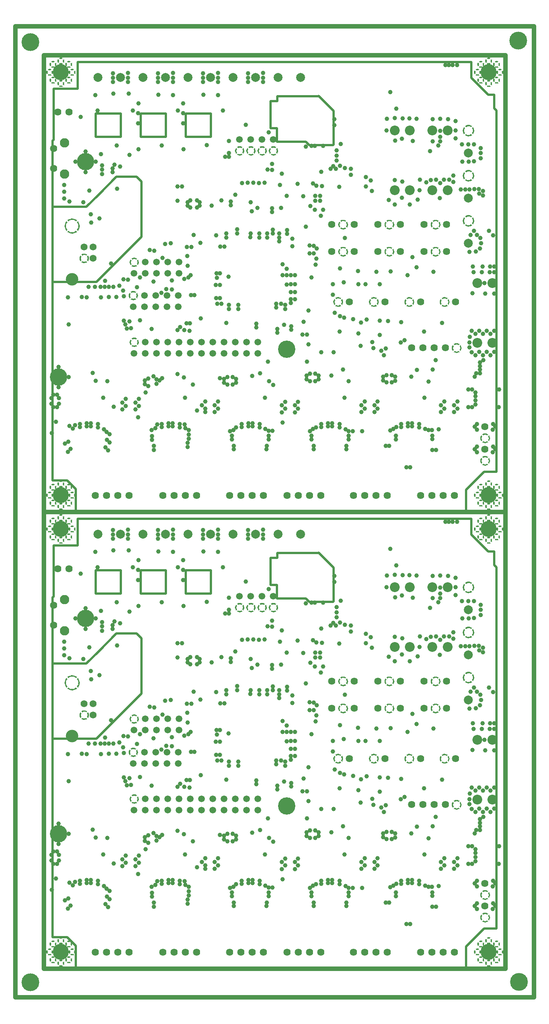
<source format=gbr>
G04 CAM350 V9.5 (Build 208) Date:  Tue Mar 07 15:27:25 2017 *
G04 Database: (Untitled) *
G04 Layer 10: gp3 *
%FSLAX24Y24*%
%MOIN*%
%SFA1.000B1.000*%

%MIA0B0*%
%IPPOS*%
%ADD13C,0.04000*%
%ADD17C,0.08700*%
%ADD70C,0.00100*%
%ADD71C,0.00200*%
%ADD26C,0.00800*%
%ADD29C,0.06400*%
%ADD32C,0.01000*%
%ADD33C,0.02000*%
%ADD53C,0.00600*%
%ADD76C,0.15811*%
%ADD77C,0.05943*%
%ADD78C,0.15392*%
%ADD79C,0.11100*%
%ADD80C,0.06200*%
%ADD81C,0.08300*%
%ADD82C,0.07900*%
%ADD83C,0.14211*%
%ADD84C,0.03900*%
%LNgp3*%
%LPD*%
G54D32*
X40489Y41040D03*
Y81540D03*
G54D76*
X1329Y84718D03*
X44661Y84828D03*
X44732Y1358D03*
X1329Y1329D03*
G54D29*
X39119Y21169D03*
X35989D03*
X3779Y37989D03*
X4779D03*
X29669Y21169D03*
X32839D03*
X34214Y28029D03*
X32214D03*
X36319D03*
X38319D03*
X30109D03*
X28109D03*
X38319Y25629D03*
X36319D03*
X32214D03*
X34214D03*
X30109D03*
X28109D03*
X35989Y3989D03*
X36989D03*
X37989D03*
X38989D03*
X30039D03*
X31039D03*
X32039D03*
X33039D03*
X19039D03*
X20039D03*
X21039D03*
X22039D03*
X24139D03*
X25139D03*
X26139D03*
X27139D03*
X13089D03*
X14089D03*
X15089D03*
X16089D03*
X10089D03*
X9089D03*
X8089D03*
X7089D03*
X3399Y32999D03*
Y34779D03*
X41719Y10089D03*
Y8089D03*
X38189Y17089D03*
X37189D03*
X36189D03*
X35189D03*
X39119Y61669D03*
X35989D03*
X3779Y78489D03*
X4779D03*
X29669Y61669D03*
X32839D03*
X34214Y68529D03*
X32214D03*
X36319D03*
X38319D03*
X30109D03*
X28109D03*
X38319Y66129D03*
X36319D03*
X32214D03*
X34214D03*
X30109D03*
X28109D03*
X35989Y44489D03*
X36989D03*
X37989D03*
X38989D03*
X30039D03*
X31039D03*
X32039D03*
X33039D03*
X19039D03*
X20039D03*
X21039D03*
X22039D03*
X24139D03*
X25139D03*
X26139D03*
X27139D03*
X13089D03*
X14089D03*
X15089D03*
X16089D03*
X10089D03*
X9089D03*
X8089D03*
X7089D03*
X3399Y73499D03*
Y75279D03*
X41719Y50589D03*
Y48589D03*
X38189Y57589D03*
X37189D03*
X36189D03*
X35189D03*
G54D77*
X19919Y35569D03*
X20919D03*
X21919D03*
X22919D03*
X21549Y17599D03*
Y16599D03*
X20549Y17599D03*
Y16599D03*
X19549Y17599D03*
Y16599D03*
X18549Y17599D03*
Y16599D03*
X17549Y17599D03*
Y16599D03*
X16549Y17599D03*
Y16599D03*
X15549Y17599D03*
Y16599D03*
X14549Y17599D03*
Y16599D03*
X13549Y17599D03*
Y16599D03*
X12549Y17599D03*
Y16599D03*
X11549Y17599D03*
Y16599D03*
X10549D03*
X10469Y20739D03*
X11469D03*
Y21739D03*
X12469Y20739D03*
Y21739D03*
X13469Y20739D03*
Y21739D03*
X14469Y20739D03*
Y21739D03*
X10549Y23689D03*
X11549D03*
Y24689D03*
X12549Y23689D03*
Y24689D03*
X13549Y23689D03*
Y24689D03*
X14549Y23689D03*
Y24689D03*
X19919Y76069D03*
X20919D03*
X21919D03*
X22919D03*
X21549Y58099D03*
Y57099D03*
X20549Y58099D03*
Y57099D03*
X19549Y58099D03*
Y57099D03*
X18549Y58099D03*
Y57099D03*
X17549Y58099D03*
Y57099D03*
X16549Y58099D03*
Y57099D03*
X15549Y58099D03*
Y57099D03*
X14549Y58099D03*
Y57099D03*
X13549Y58099D03*
Y57099D03*
X12549Y58099D03*
Y57099D03*
X11549Y58099D03*
Y57099D03*
X10549D03*
X10469Y61239D03*
X11469D03*
Y62239D03*
X12469Y61239D03*
Y62239D03*
X13469Y61239D03*
Y62239D03*
X14469Y61239D03*
Y62239D03*
X10549Y64189D03*
X11549D03*
Y65189D03*
X12549Y64189D03*
Y65189D03*
X13549Y64189D03*
Y65189D03*
X14549Y64189D03*
Y65189D03*
G54D78*
X24089Y16969D03*
X6229Y33589D03*
X3844Y14496D03*
X24089Y57469D03*
X6229Y74089D03*
X3844Y54996D03*
G54D79*
X5039Y23169D03*
Y63669D03*
G54D80*
X6109Y26032D03*
X6899D03*
Y25039D03*
X6109Y66532D03*
X6899D03*
Y65539D03*
G54D81*
X4379Y32509D03*
Y35269D03*
Y73009D03*
Y75769D03*
G54D82*
X7339Y41059D03*
X9339D03*
X11339D03*
X13339D03*
X15339D03*
X17339D03*
X19339D03*
X21339D03*
X23339D03*
X25339D03*
X40246Y26364D03*
Y30364D03*
Y34364D03*
X7339Y81559D03*
X9339D03*
X11339D03*
X13339D03*
X15339D03*
X17339D03*
X19339D03*
X21339D03*
X23339D03*
X25339D03*
X40246Y66864D03*
Y70864D03*
Y74864D03*
G54D17*
X33689Y36379D03*
X35029D03*
Y31079D03*
X33689D03*
X37049Y36379D03*
X38389D03*
Y31079D03*
X37049D03*
X42383Y22827D03*
X41043D03*
Y17527D03*
X42383D03*
X33689Y76879D03*
X35029D03*
Y71579D03*
X33689D03*
X37049Y76879D03*
X38389D03*
Y71579D03*
X37049D03*
X42383Y63327D03*
X41043D03*
Y58027D03*
X42383D03*
G54D83*
X4039Y41539D03*
X42039D03*
X4039Y4039D03*
X42039D03*
X4039Y82039D03*
X42039D03*
X4039Y44539D03*
X42039D03*
G54D84*
X14403Y18670D03*
X30020Y19628D03*
X40379Y18079D03*
X40329Y17129D03*
X27077Y30561D03*
Y30128D03*
X26644Y30561D03*
Y30128D03*
X5324Y33589D03*
X7135D03*
X6229Y34495D03*
Y32684D03*
X3844Y13590D03*
Y15401D03*
X4749Y14496D03*
X8739Y11856D03*
X37609Y9859D03*
X35257Y25132D03*
X30800Y9713D03*
X11079Y19536D03*
X10128Y19422D03*
X17432Y29695D03*
X6044Y30004D03*
X4796Y30063D03*
X8501Y24566D03*
X4339Y30322D03*
X4343Y30931D03*
X4329Y31550D03*
X7719Y33283D03*
X7704Y32888D03*
X7699Y32504D03*
X40349Y17559D03*
X42549Y18605D03*
X42199Y18329D03*
X40869Y18335D03*
X40539Y18605D03*
Y16719D03*
X40869Y16449D03*
X41879Y18605D03*
X42546Y16725D03*
X41206D03*
X19130Y29722D03*
X23742Y23522D03*
X24478D03*
X24114Y24117D03*
X18187Y23716D03*
X18558Y26071D03*
X22881Y27236D03*
X23432Y26529D03*
X23968Y20917D03*
X18188Y22680D03*
X13893Y23077D03*
X15000Y23205D03*
X15319Y24379D03*
X15257Y25239D03*
X13061Y25063D03*
X12329Y25719D03*
X11931Y25757D03*
X12972Y21978D03*
X13399Y22289D03*
X10271Y18847D03*
X12267Y22984D03*
X10819Y22479D03*
X14988Y14461D03*
X35177Y14529D03*
X28088Y14627D03*
X21026Y14591D03*
X14390Y14773D03*
X6886Y14878D03*
X11584Y13125D03*
X22901Y13795D03*
X21002Y29193D03*
X23743Y24516D03*
X15218Y19280D03*
X18161Y14406D03*
X18734Y19311D03*
X17929Y20989D03*
X26508Y25467D03*
X24851Y23522D03*
X26305Y23323D03*
X24110Y22713D03*
X24851Y22047D03*
X24481Y22049D03*
X23856Y19143D03*
X23268Y18773D03*
X28258Y16693D03*
X27185D03*
X31719Y17599D03*
X26047Y17396D03*
X22439Y15869D03*
X9630Y19506D03*
X28836Y19903D03*
X25893Y18262D03*
X25510Y18264D03*
X25616Y19415D03*
X15498Y19278D03*
X24111Y23523D03*
X24481Y22729D03*
X24589Y26089D03*
X28809Y18529D03*
X30469Y18379D03*
X24129Y27189D03*
X18189Y26071D03*
X37154Y23852D03*
X35634Y24229D03*
X33342Y23877D03*
X32370Y22736D03*
X32061Y23823D03*
X31104Y22735D03*
X30440Y23919D03*
X30483Y22737D03*
X29185Y22917D03*
X28218Y22748D03*
X28835Y24149D03*
X37898Y19315D03*
X34270Y19355D03*
X33110Y19469D03*
X32377Y19495D03*
X32371Y18236D03*
X31209Y19588D03*
X3858Y12622D03*
X3218D03*
X3718Y12922D03*
X3368D03*
X33439Y14039D03*
Y14679D03*
X33739Y14179D03*
Y14529D03*
X26649Y14149D03*
Y14789D03*
X26949Y14289D03*
Y14639D03*
X38969Y12009D03*
X39259Y12323D03*
X38109D03*
X37819Y12013D03*
X39259Y11703D03*
X38969Y11389D03*
X38109Y11703D03*
X37819Y11389D03*
X31889Y12009D03*
X32179Y12323D03*
X31029D03*
X30739Y12013D03*
X32179Y11703D03*
X31889Y11389D03*
X31029Y11703D03*
X30739Y11389D03*
X24829Y11999D03*
X25119Y12313D03*
X23969D03*
X23679Y12003D03*
X25119Y11693D03*
X24829Y11379D03*
X23969Y11693D03*
X23679Y11379D03*
X9519Y11629D03*
X9809Y11943D03*
X10669Y11629D03*
X10959Y11943D03*
X9519Y12253D03*
X9809Y12563D03*
X10959D03*
X10669Y12249D03*
X16859Y11389D03*
X17719Y12009D03*
X18009Y12323D03*
X16859D03*
X16569Y12013D03*
X18009Y11703D03*
X17719Y11389D03*
X10889Y10939D03*
X19619Y14339D03*
Y13989D03*
X19319Y14489D03*
Y13849D03*
X18839Y14489D03*
Y13849D03*
X18539Y13999D03*
Y14349D03*
X32659Y14189D03*
Y14539D03*
X32959Y14039D03*
Y14679D03*
X25869Y14299D03*
Y14649D03*
X26169Y14149D03*
Y14789D03*
X12819Y14189D03*
X12549Y14299D03*
X13039Y14409D03*
X12549Y13919D03*
X11799Y14359D03*
Y13719D03*
X11499Y14219D03*
Y13869D03*
X3708Y11842D03*
X3358D03*
X3858Y12142D03*
X3218D03*
X12259Y14569D03*
X37069Y15159D03*
X21729Y14849D03*
X35688Y15148D03*
X7789Y12669D03*
X41206Y18599D03*
X41539Y18335D03*
X3609Y10539D03*
X33209Y8409D03*
X32909D03*
X29399Y8099D03*
Y8409D03*
X29589Y8979D03*
Y9319D03*
X26489Y8099D03*
Y8409D03*
X26319Y8979D03*
Y9319D03*
X29089Y15179D03*
X23749Y10459D03*
X3239Y9539D03*
X22157Y12684D03*
X7154Y14184D03*
X42429Y27079D03*
X42069Y27469D03*
X40739Y27459D03*
X41319Y26829D03*
X41279Y25889D03*
X40909Y25629D03*
X41369Y26359D03*
X40999Y27099D03*
X40439Y27109D03*
X40329Y25619D03*
X35315Y35432D03*
X33741Y35471D03*
X33009Y37409D03*
X35629D03*
X34329Y35629D03*
X32959Y36379D03*
X35019Y37429D03*
X34419D03*
X33709Y37459D03*
X41531Y30590D03*
X41208Y30781D03*
X40757Y31155D03*
X41169Y31158D03*
X41525Y31015D03*
X40339Y31151D03*
X39968Y31148D03*
X39578Y31151D03*
X35029Y29809D03*
X33689Y29799D03*
X35899Y31069D03*
X35749Y30249D03*
X33169Y30199D03*
X35929Y31999D03*
X33689Y31979D03*
X34369Y31839D03*
X34349Y30389D03*
X41339Y33899D03*
Y34379D03*
Y34819D03*
X39699Y33619D03*
X40739Y33629D03*
X40269Y33619D03*
X39669Y35129D03*
X40749Y35149D03*
X40249Y35139D03*
X38539Y31989D03*
X36889Y31979D03*
X38899Y32369D03*
X36489Y31769D03*
X38889Y31809D03*
X38069Y31989D03*
X37369D03*
X37729Y31719D03*
X37709Y30359D03*
X36849Y34529D03*
X39099Y36359D03*
X39089Y37209D03*
X37559Y35029D03*
X37729Y35799D03*
Y36325D03*
X37079Y35399D03*
X39119Y35659D03*
X37729Y35396D03*
X38439Y37379D03*
X37749Y37389D03*
X37059Y37369D03*
X31139Y31399D03*
X28539Y34609D03*
Y34129D03*
Y33709D03*
X28829Y33229D03*
X28919Y35159D03*
X31669Y31009D03*
X31129Y32249D03*
X29799Y32429D03*
X29809Y32979D03*
X29287Y33025D03*
X31559Y31939D03*
X8791Y33329D03*
X27159Y32719D03*
X22792Y32857D03*
X10940Y34705D03*
X10149Y34220D03*
X18981Y34367D03*
X20679Y40669D03*
Y41439D03*
X22019Y41459D03*
X22009Y40659D03*
X20679Y41049D03*
X21999D03*
X7057Y22511D03*
X7573Y22510D03*
X9223Y22590D03*
X8711Y22520D03*
X9569Y22179D03*
X8317Y22510D03*
X7982Y23051D03*
X7933Y22511D03*
X6505Y22502D03*
X8986Y21595D03*
X6341Y21569D03*
X7608Y21585D03*
X9772Y19166D03*
X5921Y21589D03*
X26202Y29686D03*
X26438Y31685D03*
X26743Y31478D03*
X27237Y31453D03*
X26669Y24459D03*
X26729Y25019D03*
X26760Y25903D03*
X27323Y29350D03*
X27136Y28789D03*
X26596Y29342D03*
X25805Y27824D03*
X7991Y8259D03*
X7459Y28568D03*
X19549Y30679D03*
X9049Y31189D03*
X6729Y28198D03*
X6699Y28938D03*
X8634Y32665D03*
X8640Y33008D03*
X15897Y21763D03*
X11078Y23325D03*
X15247Y26023D03*
X19809Y20915D03*
X19810Y20548D03*
X18969Y20919D03*
Y20549D03*
X23442Y27234D03*
X24127Y27544D03*
X24589Y26777D03*
X33319Y39779D03*
X23969Y20549D03*
X34249Y17579D03*
X31811Y17077D03*
X13792Y26380D03*
X15653Y26048D03*
X18729Y26877D03*
X18730Y27236D03*
X19715Y27234D03*
X18961Y35439D03*
X6695Y10399D03*
X6335D03*
Y10139D03*
X6695D03*
X5731Y10339D03*
Y10069D03*
X8381Y8699D03*
X8139Y8941D03*
X8231Y8019D03*
X4899Y8122D03*
X4669Y7879D03*
X4709Y8758D03*
X4399Y8599D03*
X8379Y9439D03*
X35229Y10399D03*
X34869D03*
Y10139D03*
X35885Y10329D03*
Y10049D03*
X34265Y10339D03*
Y10069D03*
X36395Y9889D03*
X28141Y10399D03*
X27781D03*
Y10139D03*
X28141D03*
X28797Y10329D03*
Y10049D03*
X27177Y10339D03*
Y10069D03*
X21055Y10399D03*
X20695D03*
Y10139D03*
X21055D03*
X21711Y10329D03*
Y10049D03*
X20091Y10339D03*
Y10069D03*
X19379Y9799D03*
X22509Y8979D03*
Y9319D03*
X22319Y8099D03*
X22329Y8409D03*
X19399D03*
Y8099D03*
X19239Y9319D03*
Y8979D03*
X22221Y9889D03*
X12149Y8929D03*
Y9269D03*
X12299Y8049D03*
X12289Y8389D03*
X15319Y8659D03*
Y8309D03*
X15409Y9389D03*
Y9049D03*
X12589Y10289D03*
X12429Y9979D03*
X12999Y10069D03*
Y10339D03*
X14619Y10049D03*
Y10329D03*
X13964Y10139D03*
X13604D03*
X15065Y12674D03*
X13604Y10399D03*
X13964D03*
X42539Y23809D03*
X41683Y22845D03*
X33849Y38309D03*
X22367Y26882D03*
X42959Y13399D03*
X42949Y11839D03*
X14813Y31418D03*
X41742Y21919D03*
X41437Y23789D03*
X40589Y21939D03*
X42539Y21909D03*
X40639Y24289D03*
X41489D03*
X42146Y23799D03*
X40709D03*
X17839Y27062D03*
X15829Y27089D03*
X29239Y12674D03*
X16429Y26419D03*
X32889Y17049D03*
X24482Y21400D03*
X24851Y21401D03*
X17829Y21489D03*
X18188Y21490D03*
X26152Y26155D03*
X32749Y16449D03*
X22368Y27235D03*
X21683Y27233D03*
X36319Y18529D03*
X22881Y27586D03*
X26511Y26153D03*
X26153Y25468D03*
X24850Y22730D03*
X18298Y20989D03*
X25919Y15859D03*
X8291Y21589D03*
X4662Y21579D03*
X4731Y19169D03*
X23589Y29510D03*
X23263Y18422D03*
X21409Y18889D03*
X28219Y21799D03*
X28374Y20206D03*
X42159Y24299D03*
X26319Y34999D03*
X26609D03*
X27329Y34989D03*
X28329Y37369D03*
Y36829D03*
X10449Y38129D03*
X17999Y41049D03*
X16679D03*
X18009Y40659D03*
X18019Y41459D03*
X16679Y41439D03*
Y40669D03*
X16719Y39529D03*
X18019Y39509D03*
X14019D03*
X12719Y39529D03*
X12679Y40669D03*
Y41439D03*
X14019Y41459D03*
X14009Y40659D03*
X12679Y41049D03*
X13999D03*
X10082Y39649D03*
X8695Y39640D03*
X8679Y40669D03*
Y41439D03*
X10019Y41459D03*
X10009Y40659D03*
X8679Y41049D03*
X9999D03*
X7309Y38149D03*
X14434Y38129D03*
X10899Y37909D03*
Y36999D03*
X14909D03*
Y37909D03*
X18444Y38129D03*
X10929Y38759D03*
X14919Y38779D03*
X42539Y24299D03*
X35239Y10139D03*
X33289Y9759D03*
X26169Y9719D03*
X4819Y10159D03*
X12119Y9819D03*
X32490Y16831D03*
X30659Y17254D03*
X18626Y34025D03*
X18983Y34022D03*
X7099Y39489D03*
X5814Y37554D03*
X36326Y12674D03*
X7879Y9869D03*
X8119Y9639D03*
X7351Y10049D03*
Y10329D03*
X5319Y10239D03*
X5109Y9939D03*
X16859Y11703D03*
X19069Y9719D03*
X19609Y10029D03*
X33799Y9298D03*
Y8958D03*
X35069Y6509D03*
X34739D03*
X37039Y9319D03*
Y8989D03*
X37035Y8021D03*
X37015Y9789D03*
X36699D03*
X33829Y10069D03*
X33569Y9899D03*
X29959Y9689D03*
X29619D03*
X29349Y9859D03*
X26709Y10049D03*
X26439Y9899D03*
X22849Y9749D03*
X22519D03*
X15029Y10289D03*
X15119Y9969D03*
X15399Y9789D03*
X40229Y11839D03*
X40569D03*
X40869Y12439D03*
Y12069D03*
Y13149D03*
Y12799D03*
X40229Y13399D03*
X40579D03*
X40809Y8089D03*
X41009Y7839D03*
X41019Y8339D03*
X42419Y7839D03*
X42429Y8339D03*
X42629Y8089D03*
Y10089D03*
X42429Y10339D03*
X42419Y9839D03*
X41019Y10339D03*
X41009Y9839D03*
X40809Y10089D03*
X30699Y19329D03*
X29219Y19769D03*
X18936Y23416D03*
X17891Y23309D03*
X17821Y22681D03*
X17873Y23715D03*
X15579Y23535D03*
X20890Y27235D03*
X19714Y27591D03*
X23433Y26880D03*
X20129Y31719D03*
X20632Y31722D03*
X21126D03*
X21627Y31719D03*
X22130Y31727D03*
X20895Y29999D03*
X19130Y30075D03*
X20887Y26889D03*
X21683Y26878D03*
X34585Y17779D03*
X37323Y16014D03*
X21508Y29506D03*
X21413Y19247D03*
X23169Y21009D03*
Y20659D03*
X9914Y18798D03*
X12094Y18768D03*
X9609Y23162D03*
X13908Y22274D03*
X9635Y21684D03*
X38521Y42178D03*
X39229Y42174D03*
X28769Y31379D03*
X25559Y30539D03*
X23489Y31525D03*
X25065Y31639D03*
X22418Y32913D03*
X22795Y33405D03*
X22514Y36206D03*
X14939Y34699D03*
X9312Y33155D03*
X10013Y23140D03*
X24501Y18701D03*
X24502Y19001D03*
X15613Y21760D03*
X15377Y23341D03*
X22789Y29459D03*
Y29149D03*
X16139Y30169D03*
X16379Y29999D03*
Y29709D03*
X16149Y29529D03*
X14407Y31420D03*
X14398Y30122D03*
X15527Y30168D03*
X15297Y29988D03*
Y29698D03*
X15537Y29528D03*
X34827Y23528D03*
X29258Y26840D03*
X16124Y11535D03*
X25814Y34928D03*
X23676Y32549D03*
X16999Y35057D03*
X12989Y35049D03*
X9004Y35036D03*
X20481Y36880D03*
X7615Y34258D03*
X29619Y14138D03*
X36709Y14113D03*
X8179Y14134D03*
X15760Y13833D03*
X22539Y14131D03*
X13298Y26319D03*
X16469Y19719D03*
X18319Y30179D03*
X28469Y32969D03*
X28019Y32979D03*
X40817Y14535D03*
X40937Y14835D03*
X41287Y15155D03*
Y15815D03*
X41539Y16449D03*
X41879Y16729D03*
X42199Y16449D03*
X41567Y15995D03*
X41287Y15485D03*
X41257Y14835D03*
X38205Y42177D03*
X38840D03*
X37365Y8021D03*
X24104Y30575D03*
X15478Y18599D03*
X14635Y18938D03*
X14992Y18681D03*
X6556Y31031D03*
X24479Y21059D03*
X23589Y20999D03*
X26039Y20389D03*
X28239Y33199D03*
X14403Y59170D03*
X30020Y60128D03*
X40379Y58579D03*
X40329Y57629D03*
X27077Y71061D03*
Y70628D03*
X26644Y71061D03*
Y70628D03*
X5324Y74089D03*
X7135D03*
X6229Y74995D03*
Y73184D03*
X3844Y54090D03*
Y55901D03*
X4749Y54996D03*
X8739Y52356D03*
X37609Y50359D03*
X35257Y65632D03*
X30800Y50213D03*
X11079Y60036D03*
X10128Y59922D03*
X17432Y70195D03*
X6044Y70504D03*
X4796Y70563D03*
X8501Y65066D03*
X4339Y70822D03*
X4343Y71431D03*
X4329Y72050D03*
X7719Y73783D03*
X7704Y73388D03*
X7699Y73004D03*
X40349Y58059D03*
X42549Y59105D03*
X42199Y58829D03*
X40869Y58835D03*
X40539Y59105D03*
Y57219D03*
X40869Y56949D03*
X41879Y59105D03*
X42546Y57225D03*
X41206D03*
X19130Y70222D03*
X23742Y64022D03*
X24478D03*
X24114Y64617D03*
X18187Y64216D03*
X18558Y66571D03*
X22881Y67736D03*
X23432Y67029D03*
X23968Y61417D03*
X18188Y63180D03*
X13893Y63577D03*
X15000Y63705D03*
X15319Y64879D03*
X15257Y65739D03*
X13061Y65563D03*
X12329Y66219D03*
X11931Y66257D03*
X12972Y62478D03*
X13399Y62789D03*
X10271Y59347D03*
X12267Y63484D03*
X10819Y62979D03*
X14988Y54961D03*
X35177Y55029D03*
X28088Y55127D03*
X21026Y55091D03*
X14390Y55273D03*
X6886Y55378D03*
X11584Y53625D03*
X22901Y54295D03*
X21002Y69693D03*
X23743Y65016D03*
X15218Y59780D03*
X18161Y54906D03*
X18734Y59811D03*
X17929Y61489D03*
X26508Y65967D03*
X24851Y64022D03*
X26305Y63823D03*
X24110Y63213D03*
X24851Y62547D03*
X24481Y62549D03*
X23856Y59643D03*
X23268Y59273D03*
X28258Y57193D03*
X27185D03*
X31719Y58099D03*
X26047Y57896D03*
X22439Y56369D03*
X9630Y60006D03*
X28836Y60403D03*
X25893Y58762D03*
X25510Y58764D03*
X25616Y59915D03*
X15498Y59778D03*
X24111Y64023D03*
X24481Y63229D03*
X24589Y66589D03*
X28809Y59029D03*
X30469Y58879D03*
X24129Y67689D03*
X18189Y66571D03*
X37154Y64352D03*
X35634Y64729D03*
X33342Y64377D03*
X32370Y63236D03*
X32061Y64323D03*
X31104Y63235D03*
X30440Y64419D03*
X30483Y63237D03*
X29185Y63417D03*
X28218Y63248D03*
X28835Y64649D03*
X37898Y59815D03*
X34270Y59855D03*
X33110Y59969D03*
X32377Y59995D03*
X32371Y58736D03*
X31209Y60088D03*
X3858Y53122D03*
X3218D03*
X3718Y53422D03*
X3368D03*
X33439Y54539D03*
Y55179D03*
X33739Y54679D03*
Y55029D03*
X26649Y54649D03*
Y55289D03*
X26949Y54789D03*
Y55139D03*
X38969Y52509D03*
X39259Y52823D03*
X38109D03*
X37819Y52513D03*
X39259Y52203D03*
X38969Y51889D03*
X38109Y52203D03*
X37819Y51889D03*
X31889Y52509D03*
X32179Y52823D03*
X31029D03*
X30739Y52513D03*
X32179Y52203D03*
X31889Y51889D03*
X31029Y52203D03*
X30739Y51889D03*
X24829Y52499D03*
X25119Y52813D03*
X23969D03*
X23679Y52503D03*
X25119Y52193D03*
X24829Y51879D03*
X23969Y52193D03*
X23679Y51879D03*
X9519Y52129D03*
X9809Y52443D03*
X10669Y52129D03*
X10959Y52443D03*
X9519Y52753D03*
X9809Y53063D03*
X10959D03*
X10669Y52749D03*
X16859Y51889D03*
X17719Y52509D03*
X18009Y52823D03*
X16859D03*
X16569Y52513D03*
X18009Y52203D03*
X17719Y51889D03*
X10889Y51439D03*
X19619Y54839D03*
Y54489D03*
X19319Y54989D03*
Y54349D03*
X18839Y54989D03*
Y54349D03*
X18539Y54499D03*
Y54849D03*
X32659Y54689D03*
Y55039D03*
X32959Y54539D03*
Y55179D03*
X25869Y54799D03*
Y55149D03*
X26169Y54649D03*
Y55289D03*
X12819Y54689D03*
X12549Y54799D03*
X13039Y54909D03*
X12549Y54419D03*
X11799Y54859D03*
Y54219D03*
X11499Y54719D03*
Y54369D03*
X3708Y52342D03*
X3358D03*
X3858Y52642D03*
X3218D03*
X12259Y55069D03*
X37069Y55659D03*
X21729Y55349D03*
X35688Y55648D03*
X7789Y53169D03*
X41206Y59099D03*
X41539Y58835D03*
X3609Y51039D03*
X33209Y48909D03*
X32909D03*
X29399Y48599D03*
Y48909D03*
X29589Y49479D03*
Y49819D03*
X26489Y48599D03*
Y48909D03*
X26319Y49479D03*
Y49819D03*
X29089Y55679D03*
X23749Y50959D03*
X3239Y50039D03*
X22157Y53184D03*
X7154Y54684D03*
X42429Y67579D03*
X42069Y67969D03*
X40739Y67959D03*
X41319Y67329D03*
X41279Y66389D03*
X40909Y66129D03*
X41369Y66859D03*
X40999Y67599D03*
X40439Y67609D03*
X40329Y66119D03*
X35315Y75932D03*
X33741Y75971D03*
X33009Y77909D03*
X35629D03*
X34329Y76129D03*
X32959Y76879D03*
X35019Y77929D03*
X34419D03*
X33709Y77959D03*
X41531Y71090D03*
X41208Y71281D03*
X40757Y71655D03*
X41169Y71658D03*
X41525Y71515D03*
X40339Y71651D03*
X39968Y71648D03*
X39578Y71651D03*
X35029Y70309D03*
X33689Y70299D03*
X35899Y71569D03*
X35749Y70749D03*
X33169Y70699D03*
X35929Y72499D03*
X33689Y72479D03*
X34369Y72339D03*
X34349Y70889D03*
X41339Y74399D03*
Y74879D03*
Y75319D03*
X39699Y74119D03*
X40739Y74129D03*
X40269Y74119D03*
X39669Y75629D03*
X40749Y75649D03*
X40249Y75639D03*
X38539Y72489D03*
X36889Y72479D03*
X38899Y72869D03*
X36489Y72269D03*
X38889Y72309D03*
X38069Y72489D03*
X37369D03*
X37729Y72219D03*
X37709Y70859D03*
X36849Y75029D03*
X39099Y76859D03*
X39089Y77709D03*
X37559Y75529D03*
X37729Y76299D03*
Y76825D03*
X37079Y75899D03*
X39119Y76159D03*
X37729Y75896D03*
X38439Y77879D03*
X37749Y77889D03*
X37059Y77869D03*
X31139Y71899D03*
X28539Y75109D03*
Y74629D03*
Y74209D03*
X28829Y73729D03*
X28919Y75659D03*
X31669Y71509D03*
X31129Y72749D03*
X29799Y72929D03*
X29809Y73479D03*
X29287Y73525D03*
X31559Y72439D03*
X8791Y73829D03*
X27159Y73219D03*
X22792Y73357D03*
X10940Y75205D03*
X10149Y74720D03*
X18981Y74867D03*
X20679Y81169D03*
Y81939D03*
X22019Y81959D03*
X22009Y81159D03*
X20679Y81549D03*
X21999D03*
X7057Y63011D03*
X7573Y63010D03*
X9223Y63090D03*
X8711Y63020D03*
X9569Y62679D03*
X8317Y63010D03*
X7982Y63551D03*
X7933Y63011D03*
X6505Y63002D03*
X8986Y62095D03*
X6341Y62069D03*
X7608Y62085D03*
X9772Y59666D03*
X5921Y62089D03*
X26202Y70186D03*
X26438Y72185D03*
X26743Y71978D03*
X27237Y71953D03*
X26669Y64959D03*
X26729Y65519D03*
X26760Y66403D03*
X27323Y69850D03*
X27136Y69289D03*
X26596Y69842D03*
X25805Y68324D03*
X7991Y48759D03*
X7459Y69068D03*
X19549Y71179D03*
X9049Y71689D03*
X6729Y68698D03*
X6699Y69438D03*
X8634Y73165D03*
X8640Y73508D03*
X15897Y62263D03*
X11078Y63825D03*
X15247Y66523D03*
X19809Y61415D03*
X19810Y61048D03*
X18969Y61419D03*
Y61049D03*
X23442Y67734D03*
X24127Y68044D03*
X24589Y67277D03*
X33319Y80279D03*
X23969Y61049D03*
X34249Y58079D03*
X31811Y57577D03*
X13792Y66880D03*
X15653Y66548D03*
X18729Y67377D03*
X18730Y67736D03*
X19715Y67734D03*
X18961Y75939D03*
X6695Y50899D03*
X6335D03*
Y50639D03*
X6695D03*
X5731Y50839D03*
Y50569D03*
X8381Y49199D03*
X8139Y49441D03*
X8231Y48519D03*
X4899Y48622D03*
X4669Y48379D03*
X4709Y49258D03*
X4399Y49099D03*
X8379Y49939D03*
X35229Y50899D03*
X34869D03*
Y50639D03*
X35885Y50829D03*
Y50549D03*
X34265Y50839D03*
Y50569D03*
X36395Y50389D03*
X28141Y50899D03*
X27781D03*
Y50639D03*
X28141D03*
X28797Y50829D03*
Y50549D03*
X27177Y50839D03*
Y50569D03*
X21055Y50899D03*
X20695D03*
Y50639D03*
X21055D03*
X21711Y50829D03*
Y50549D03*
X20091Y50839D03*
Y50569D03*
X19379Y50299D03*
X22509Y49479D03*
Y49819D03*
X22319Y48599D03*
X22329Y48909D03*
X19399D03*
Y48599D03*
X19239Y49819D03*
Y49479D03*
X22221Y50389D03*
X12149Y49429D03*
Y49769D03*
X12299Y48549D03*
X12289Y48889D03*
X15319Y49159D03*
Y48809D03*
X15409Y49889D03*
Y49549D03*
X12589Y50789D03*
X12429Y50479D03*
X12999Y50569D03*
Y50839D03*
X14619Y50549D03*
Y50829D03*
X13964Y50639D03*
X13604D03*
X15065Y53174D03*
X13604Y50899D03*
X13964D03*
X42539Y64309D03*
X41683Y63345D03*
X33849Y78809D03*
X22367Y67382D03*
X42959Y53899D03*
X42949Y52339D03*
X14813Y71918D03*
X41742Y62419D03*
X41437Y64289D03*
X40589Y62439D03*
X42539Y62409D03*
X40639Y64789D03*
X41489D03*
X42146Y64299D03*
X40709D03*
X17839Y67562D03*
X15829Y67589D03*
X29239Y53174D03*
X16429Y66919D03*
X32889Y57549D03*
X24482Y61900D03*
X24851Y61901D03*
X17829Y61989D03*
X18188Y61990D03*
X26152Y66655D03*
X32749Y56949D03*
X22368Y67735D03*
X21683Y67733D03*
X36319Y59029D03*
X22881Y68086D03*
X26511Y66653D03*
X26153Y65968D03*
X24850Y63230D03*
X18298Y61489D03*
X25919Y56359D03*
X8291Y62089D03*
X4662Y62079D03*
X4731Y59669D03*
X23589Y70010D03*
X23263Y58922D03*
X21409Y59389D03*
X28219Y62299D03*
X28374Y60706D03*
X42159Y64799D03*
X26319Y75499D03*
X26609D03*
X27329Y75489D03*
X28329Y77869D03*
Y77329D03*
X10449Y78629D03*
X17999Y81549D03*
X16679D03*
X18009Y81159D03*
X18019Y81959D03*
X16679Y81939D03*
Y81169D03*
X16719Y80029D03*
X18019Y80009D03*
X14019D03*
X12719Y80029D03*
X12679Y81169D03*
Y81939D03*
X14019Y81959D03*
X14009Y81159D03*
X12679Y81549D03*
X13999D03*
X10082Y80149D03*
X8695Y80140D03*
X8679Y81169D03*
Y81939D03*
X10019Y81959D03*
X10009Y81159D03*
X8679Y81549D03*
X9999D03*
X7309Y78649D03*
X14434Y78629D03*
X10899Y78409D03*
Y77499D03*
X14909D03*
Y78409D03*
X18444Y78629D03*
X10929Y79259D03*
X14919Y79279D03*
X42539Y64799D03*
X35239Y50639D03*
X33289Y50259D03*
X26169Y50219D03*
X4819Y50659D03*
X12119Y50319D03*
X32490Y57331D03*
X30659Y57754D03*
X18626Y74525D03*
X18983Y74522D03*
X7099Y79989D03*
X5814Y78054D03*
X36326Y53174D03*
X7879Y50369D03*
X8119Y50139D03*
X7351Y50549D03*
Y50829D03*
X5319Y50739D03*
X5109Y50439D03*
X16859Y52203D03*
X19069Y50219D03*
X19609Y50529D03*
X33799Y49798D03*
Y49458D03*
X35069Y47009D03*
X34739D03*
X37039Y49819D03*
Y49489D03*
X37035Y48521D03*
X37015Y50289D03*
X36699D03*
X33829Y50569D03*
X33569Y50399D03*
X29959Y50189D03*
X29619D03*
X29349Y50359D03*
X26709Y50549D03*
X26439Y50399D03*
X22849Y50249D03*
X22519D03*
X15029Y50789D03*
X15119Y50469D03*
X15399Y50289D03*
X40229Y52339D03*
X40569D03*
X40869Y52939D03*
Y52569D03*
Y53649D03*
Y53299D03*
X40229Y53899D03*
X40579D03*
X40809Y48589D03*
X41009Y48339D03*
X41019Y48839D03*
X42419Y48339D03*
X42429Y48839D03*
X42629Y48589D03*
Y50589D03*
X42429Y50839D03*
X42419Y50339D03*
X41019Y50839D03*
X41009Y50339D03*
X40809Y50589D03*
X30699Y59829D03*
X29219Y60269D03*
X18936Y63916D03*
X17891Y63809D03*
X17821Y63181D03*
X17873Y64215D03*
X15579Y64035D03*
X20890Y67735D03*
X19714Y68091D03*
X23433Y67380D03*
X20129Y72219D03*
X20632Y72222D03*
X21126D03*
X21627Y72219D03*
X22130Y72227D03*
X20895Y70499D03*
X19130Y70575D03*
X20887Y67389D03*
X21683Y67378D03*
X34585Y58279D03*
X37323Y56514D03*
X21508Y70006D03*
X21413Y59747D03*
X23169Y61509D03*
Y61159D03*
X9914Y59298D03*
X12094Y59268D03*
X9609Y63662D03*
X13908Y62774D03*
X9635Y62184D03*
X38521Y82678D03*
X39229Y82674D03*
X28769Y71879D03*
X25559Y71039D03*
X23489Y72025D03*
X25065Y72139D03*
X22418Y73413D03*
X22795Y73905D03*
X22514Y76706D03*
X14939Y75199D03*
X9312Y73655D03*
X10013Y63640D03*
X24501Y59201D03*
X24502Y59501D03*
X15613Y62260D03*
X15377Y63841D03*
X22789Y69959D03*
Y69649D03*
X16139Y70669D03*
X16379Y70499D03*
Y70209D03*
X16149Y70029D03*
X14407Y71920D03*
X14398Y70622D03*
X15527Y70668D03*
X15297Y70488D03*
Y70198D03*
X15537Y70028D03*
X34827Y64028D03*
X29258Y67340D03*
X16124Y52035D03*
X25814Y75428D03*
X23676Y73049D03*
X16999Y75557D03*
X12989Y75549D03*
X9004Y75536D03*
X20481Y77380D03*
X7615Y74758D03*
X29619Y54638D03*
X36709Y54613D03*
X8179Y54634D03*
X15760Y54333D03*
X22539Y54631D03*
X13298Y66819D03*
X16469Y60219D03*
X18319Y70679D03*
X28469Y73469D03*
X28019Y73479D03*
X40817Y55035D03*
X40937Y55335D03*
X41287Y55655D03*
Y56315D03*
X41539Y56949D03*
X41879Y57229D03*
X42199Y56949D03*
X41567Y56495D03*
X41287Y55985D03*
X41257Y55335D03*
X38205Y82677D03*
X38840D03*
X37365Y48521D03*
X24104Y71075D03*
X15478Y59099D03*
X14635Y59438D03*
X14992Y59181D03*
X6556Y71531D03*
X24479Y61559D03*
X23589Y61499D03*
X26039Y60889D03*
X28239Y73699D03*
G54D32*
X2539Y23039D02*
G01X2639Y22939D01*
X2539Y31339D02*
G01Y34617D01*
Y63539D02*
G01X2639Y63439D01*
X2539Y71839D02*
G01Y75117D01*
G54D33*
X25809Y35359D02*
G01X26089Y35079D01*
X26922Y39429D02*
G01X28259Y38092D01*
X23236Y35359D02*
G01X25809D01*
X26089Y35079D02*
G01X28251D01*
X28259Y35088D02*
G01Y38092D01*
X22673Y36581D02*
G01X23250D01*
Y35378D02*
G01Y36581D01*
X22675Y38966D02*
G01X23275D01*
Y39420*
X22673Y36581D02*
G01Y38966D01*
X23275Y39419D02*
G01X26912D01*
X15149Y37854D02*
G01X17373D01*
Y35814D02*
G01Y37854D01*
X15149Y35814D02*
G01X17373D01*
X15149D02*
G01Y37854D01*
X11139D02*
G01X13363D01*
Y35814D02*
G01Y37854D01*
X11139Y35814D02*
G01X13363D01*
X11139D02*
G01Y37854D01*
X7154D02*
G01X9378D01*
Y35814D02*
G01Y37854D01*
X7154Y35814D02*
G01X9378D01*
X7154D02*
G01Y37854D01*
X5369Y2629D02*
G01Y4559D01*
X4589Y5339D02*
G01X5369Y4559D01*
X3319Y5339D02*
G01X4589D01*
X40039Y2559D02*
G01Y4489D01*
X42552Y38327D02*
G01X42739Y38139D01*
X42552Y38327D02*
G01Y39539D01*
X41989D02*
G01X42552D01*
X42739Y36089D02*
G01Y38139D01*
Y6089D02*
G01Y19139D01*
Y36089*
X5549Y42429D02*
G01X40489D01*
X3389Y35539D02*
G01Y40079D01*
X42252Y6089D02*
G01X42739D01*
X40489Y41040D02*
G01Y42429D01*
X3389Y40079D02*
G01X5549D01*
Y42429*
X40039Y4489D02*
G01X41639Y6089D01*
X42252*
X3319Y5339D02*
G01Y29589D01*
Y35397*
Y35469D02*
G01X3389Y35539D01*
X3319Y35397D02*
G01Y35469D01*
X40489Y41040D02*
G01X41989Y39539D01*
X10659Y26389D02*
G01X11209Y26939D01*
X3324Y22939D02*
G01X7209D01*
X11209Y26939D02*
G01Y31821D01*
X9209Y32259D02*
G01X10771D01*
X11209Y31821*
X3319Y29589D02*
G01X6308D01*
X7949Y23679D02*
G01X10659Y26389D01*
X6308Y29589D02*
G01X7398Y30679D01*
X7209Y22939D02*
G01X7949Y23679D01*
X7398Y30679D02*
G01X8978Y32259D01*
X9209*
X25809Y75859D02*
G01X26089Y75579D01*
X26922Y79929D02*
G01X28259Y78592D01*
X23236Y75859D02*
G01X25809D01*
X26089Y75579D02*
G01X28251D01*
X28259Y75588D02*
G01Y78592D01*
X22673Y77081D02*
G01X23250D01*
Y75878D02*
G01Y77081D01*
X22675Y79466D02*
G01X23275D01*
Y79920*
X22673Y77081D02*
G01Y79466D01*
X23275Y79919D02*
G01X26912D01*
X15149Y78354D02*
G01X17373D01*
Y76314D02*
G01Y78354D01*
X15149Y76314D02*
G01X17373D01*
X15149D02*
G01Y78354D01*
X11139D02*
G01X13363D01*
Y76314D02*
G01Y78354D01*
X11139Y76314D02*
G01X13363D01*
X11139D02*
G01Y78354D01*
X7154D02*
G01X9378D01*
Y76314D02*
G01Y78354D01*
X7154Y76314D02*
G01X9378D01*
X7154D02*
G01Y78354D01*
X5369Y43129D02*
G01Y45059D01*
X4589Y45839D02*
G01X5369Y45059D01*
X3319Y45839D02*
G01X4589D01*
X40039Y43059D02*
G01Y44989D01*
X42552Y78827D02*
G01X42739Y78639D01*
X42552Y78827D02*
G01Y80039D01*
X41989D02*
G01X42552D01*
X42739Y76589D02*
G01Y78639D01*
Y46589D02*
G01Y59639D01*
Y76589*
X5549Y82929D02*
G01X40489D01*
X3389Y76039D02*
G01Y80579D01*
X42252Y46589D02*
G01X42739D01*
X40489Y81540D02*
G01Y82929D01*
X3389Y80579D02*
G01X5549D01*
Y82929*
X40039Y44989D02*
G01X41639Y46589D01*
X42252*
X3319Y45839D02*
G01Y70089D01*
Y75897*
Y75969D02*
G01X3389Y76039D01*
X3319Y75897D02*
G01Y75969D01*
X40489Y81540D02*
G01X41989Y80039D01*
X10659Y66889D02*
G01X11209Y67439D01*
X3324Y63439D02*
G01X7209D01*
X11209Y67439D02*
G01Y72321D01*
X9209Y72759D02*
G01X10771D01*
X11209Y72321*
X3319Y70089D02*
G01X6308D01*
X7949Y64179D02*
G01X10659Y66889D01*
X6308Y70089D02*
G01X7398Y71179D01*
X7209Y63439D02*
G01X7949Y64179D01*
X7398Y71179D02*
G01X8978Y72759D01*
X9209*
G54D13*
X0Y0D02*
G01Y86097D01*
X46061*
Y0D02*
G01Y86097D01*
X0Y0D02*
G01X46061D01*
X2539Y2539D02*
G01Y43039D01*
X43539*
Y2539D02*
G01Y43039D01*
X2539Y2539D02*
G01X43539D01*
X2539Y43039D02*
G01Y83539D01*
X43539*
Y43039D02*
G01Y83539D01*
X2539Y43039D02*
G01X43539D01*
G54D70*
X37778Y21405D02*
G01X37843Y21340D01*
X37833Y21323*
Y21015D02*
G01X37843Y20999D01*
X37778Y20934*
X37766Y20951*
X37705Y21149D02*
G01X37704Y21169D01*
X37705Y21190*
X37766Y21388D02*
G01X37778Y21405D01*
G54D71*
Y21397D02*
G01X37836Y21339D01*
X37819Y21307*
Y21032D02*
G01X37836Y21000D01*
X37778Y20942*
X37756Y20979*
X37712Y21126D02*
G01X37709Y21169D01*
X37712Y21213*
X37756Y21360D02*
G01X37778Y21397D01*
G54D53*
X37782Y21365D02*
G01X37812Y21336D01*
Y21336D02*
G01X37780Y21259D01*
X37778Y21246*
Y21093D02*
G01X37804Y21014D01*
X37812Y21003*
Y21003D02*
G01X37782Y20974D01*
Y20974D02*
G01X37746Y21054D01*
X37743Y21068*
Y21068D02*
G01X37728Y21155D01*
X37729Y21169*
Y21169D02*
G01X37738Y21257D01*
X37743Y21271*
Y21271D02*
G01X37774Y21353D01*
X37782Y21365*
G54D26*
X37784Y21349D02*
G01X37799Y21334D01*
Y21005D02*
G01X37784Y20990D01*
G54D70*
X38290Y20893D02*
G01X38355Y20828D01*
X38338Y20816*
X38140Y20755D02*
G01X38119Y20754D01*
X38099Y20755*
X37901Y20816D02*
G01X37884Y20828D01*
X37949Y20893*
X37965Y20883*
X38273D02*
G01X38290Y20893D01*
G54D71*
X38289Y20886D02*
G01X38347Y20828D01*
X38310Y20806*
X38163Y20762D02*
G01X38119Y20759D01*
X38076Y20762*
X37929Y20806D02*
G01X37892Y20828D01*
X37950Y20886*
X37982Y20869*
X38257D02*
G01X38289Y20886D01*
G54D53*
X38286Y20862D02*
G01X38315Y20832D01*
Y20832D02*
G01X38235Y20796D01*
X38221Y20793*
Y20793D02*
G01X38134Y20778D01*
X38119Y20779*
Y20779D02*
G01X38032Y20788D01*
X38018Y20793*
Y20793D02*
G01X37936Y20824D01*
X37924Y20832*
Y20832D02*
G01X37953Y20862D01*
Y20862D02*
G01X38030Y20830D01*
X38043Y20828*
X38196D02*
G01X38274Y20854D01*
X38286Y20862*
G54D26*
X38284Y20849D02*
G01X38299Y20834D01*
X37940D02*
G01X37955Y20849D01*
G54D70*
X38119Y21584D02*
G01X38140D01*
X38338Y21522D02*
G01X38355Y21511D01*
X38290Y21446*
X38273Y21456*
X37965D02*
G01X37949Y21446D01*
X37884Y21511*
X37901Y21522*
X38099Y21584D02*
G01X38119D01*
G54D71*
Y21579D02*
G01X38163Y21577D01*
X38310Y21532D02*
G01X38347Y21510D01*
X38289Y21452*
X38257Y21469*
X37982D02*
G01X37950Y21452D01*
X37892Y21510*
X37929Y21532*
X38076Y21577D02*
G01X38119Y21579D01*
G54D53*
Y21559D02*
G01X38207Y21551D01*
X38221Y21546*
Y21546D02*
G01X38303Y21515D01*
X38315Y21507*
Y21507D02*
G01X38286Y21477D01*
Y21477D02*
G01X38209Y21509D01*
X38196Y21511*
X38043D02*
G01X37964Y21485D01*
X37953Y21477*
Y21477D02*
G01X37924Y21507D01*
Y21507D02*
G01X38004Y21543D01*
X38018Y21546*
Y21546D02*
G01X38105Y21560D01*
X38119Y21559*
G54D26*
X38299Y21504D02*
G01X38284Y21490D01*
X37955D02*
G01X37940Y21504D01*
G54D70*
X38461Y21405D02*
G01X38472Y21388D01*
X38534Y21190D02*
G01Y21169D01*
Y21149*
X38472Y20951D02*
G01X38461Y20934D01*
X38396Y20999*
X38406Y21015*
Y21323D02*
G01X38396Y21340D01*
X38461Y21405*
G54D71*
X38460Y21397D02*
G01X38482Y21360D01*
X38527Y21213D02*
G01X38529Y21169D01*
X38527Y21126*
X38482Y20979D02*
G01X38460Y20942D01*
X38402Y21000*
X38419Y21032*
Y21307D02*
G01X38402Y21339D01*
X38460Y21397*
G54D53*
X38457Y21365D02*
G01X38493Y21285D01*
X38496Y21271*
Y21271D02*
G01X38510Y21184D01*
X38509Y21169*
Y21169D02*
G01X38501Y21082D01*
X38496Y21068*
Y21068D02*
G01X38465Y20986D01*
X38457Y20974*
Y20974D02*
G01X38427Y21003D01*
Y21003D02*
G01X38459Y21080D01*
X38461Y21093*
Y21246D02*
G01X38435Y21324D01*
X38427Y21336*
Y21336D02*
G01X38457Y21365D01*
G54D26*
X38454Y20990D02*
G01X38440Y21005D01*
Y21334D02*
G01X38454Y21349D01*
G54D32*
X38280Y21503D02*
G01X38199Y21532D01*
X38114Y21541*
X38029Y21529*
X37959Y21503*
X37786Y21330D02*
G01X37757Y21249D01*
X37748Y21164*
X37759Y21079*
X37786Y21009*
X37959Y20836D02*
G01X38040Y20807D01*
X38125Y20798*
X38210Y20809*
X38280Y20836*
X38453Y21009D02*
G01X38482Y21090D01*
X38491Y21175*
X38479Y21260*
X38453Y21330*
G54D70*
X34648Y21405D02*
G01X34713Y21340D01*
X34703Y21323*
Y21015D02*
G01X34713Y20999D01*
X34648Y20934*
X34636Y20951*
X34575Y21149D02*
G01X34574Y21169D01*
X34575Y21190*
X34636Y21388D02*
G01X34648Y21405D01*
G54D71*
Y21397D02*
G01X34706Y21339D01*
X34689Y21307*
Y21032D02*
G01X34706Y21000D01*
X34648Y20942*
X34626Y20979*
X34582Y21126D02*
G01X34579Y21169D01*
X34582Y21213*
X34626Y21360D02*
G01X34648Y21397D01*
G54D53*
X34652Y21365D02*
G01X34682Y21336D01*
Y21336D02*
G01X34650Y21259D01*
X34648Y21246*
Y21093D02*
G01X34674Y21014D01*
X34682Y21003*
Y21003D02*
G01X34652Y20974D01*
Y20974D02*
G01X34616Y21054D01*
X34613Y21068*
Y21068D02*
G01X34598Y21155D01*
X34599Y21169*
Y21169D02*
G01X34608Y21257D01*
X34613Y21271*
Y21271D02*
G01X34644Y21353D01*
X34652Y21365*
G54D26*
X34654Y21349D02*
G01X34669Y21334D01*
Y21005D02*
G01X34654Y20990D01*
G54D70*
X35160Y20893D02*
G01X35225Y20828D01*
X35208Y20816*
X35010Y20755D02*
G01X34989Y20754D01*
X34969Y20755*
X34771Y20816D02*
G01X34754Y20828D01*
X34819Y20893*
X34835Y20883*
X35143D02*
G01X35160Y20893D01*
G54D71*
X35159Y20886D02*
G01X35217Y20828D01*
X35180Y20806*
X35033Y20762D02*
G01X34989Y20759D01*
X34946Y20762*
X34799Y20806D02*
G01X34762Y20828D01*
X34820Y20886*
X34852Y20869*
X35127D02*
G01X35159Y20886D01*
G54D53*
X35156Y20862D02*
G01X35185Y20832D01*
Y20832D02*
G01X35105Y20796D01*
X35091Y20793*
Y20793D02*
G01X35004Y20778D01*
X34989Y20779*
Y20779D02*
G01X34902Y20788D01*
X34888Y20793*
Y20793D02*
G01X34806Y20824D01*
X34794Y20832*
Y20832D02*
G01X34823Y20862D01*
Y20862D02*
G01X34900Y20830D01*
X34913Y20828*
X35066D02*
G01X35144Y20854D01*
X35156Y20862*
G54D26*
X35154Y20849D02*
G01X35169Y20834D01*
X34810D02*
G01X34825Y20849D01*
G54D70*
X34989Y21584D02*
G01X35010D01*
X35208Y21522D02*
G01X35225Y21511D01*
X35160Y21446*
X35143Y21456*
X34835D02*
G01X34819Y21446D01*
X34754Y21511*
X34771Y21522*
X34969Y21584D02*
G01X34989D01*
G54D71*
Y21579D02*
G01X35033Y21577D01*
X35180Y21532D02*
G01X35217Y21510D01*
X35159Y21452*
X35127Y21469*
X34852D02*
G01X34820Y21452D01*
X34762Y21510*
X34799Y21532*
X34946Y21577D02*
G01X34989Y21579D01*
G54D53*
Y21559D02*
G01X35077Y21551D01*
X35091Y21546*
Y21546D02*
G01X35173Y21515D01*
X35185Y21507*
Y21507D02*
G01X35156Y21477D01*
Y21477D02*
G01X35079Y21509D01*
X35066Y21511*
X34913D02*
G01X34834Y21485D01*
X34823Y21477*
Y21477D02*
G01X34794Y21507D01*
Y21507D02*
G01X34874Y21543D01*
X34888Y21546*
Y21546D02*
G01X34975Y21560D01*
X34989Y21559*
G54D26*
X35169Y21504D02*
G01X35154Y21490D01*
X34825D02*
G01X34810Y21504D01*
G54D70*
X35331Y21405D02*
G01X35342Y21388D01*
X35404Y21190D02*
G01Y21169D01*
Y21149*
X35342Y20951D02*
G01X35331Y20934D01*
X35266Y20999*
X35276Y21015*
Y21323D02*
G01X35266Y21340D01*
X35331Y21405*
G54D71*
X35330Y21397D02*
G01X35352Y21360D01*
X35397Y21213D02*
G01X35399Y21169D01*
X35397Y21126*
X35352Y20979D02*
G01X35330Y20942D01*
X35272Y21000*
X35289Y21032*
Y21307D02*
G01X35272Y21339D01*
X35330Y21397*
G54D53*
X35327Y21365D02*
G01X35363Y21285D01*
X35366Y21271*
Y21271D02*
G01X35380Y21184D01*
X35379Y21169*
Y21169D02*
G01X35371Y21082D01*
X35366Y21068*
Y21068D02*
G01X35335Y20986D01*
X35327Y20974*
Y20974D02*
G01X35297Y21003D01*
Y21003D02*
G01X35329Y21080D01*
X35331Y21093*
Y21246D02*
G01X35305Y21324D01*
X35297Y21336*
Y21336D02*
G01X35327Y21365D01*
G54D26*
X35324Y20990D02*
G01X35310Y21005D01*
Y21334D02*
G01X35324Y21349D01*
G54D32*
X35150Y21503D02*
G01X35069Y21532D01*
X34984Y21541*
X34899Y21529*
X34829Y21503*
X34656Y21330D02*
G01X34627Y21249D01*
X34618Y21164*
X34629Y21079*
X34656Y21009*
X34829Y20836D02*
G01X34910Y20807D01*
X34995Y20798*
X35080Y20809*
X35150Y20836*
X35323Y21009D02*
G01X35352Y21090D01*
X35361Y21175*
X35349Y21260*
X35323Y21330*
G54D70*
X28328Y21405D02*
G01X28393Y21340D01*
X28383Y21323*
Y21015D02*
G01X28393Y20999D01*
X28328Y20934*
X28316Y20951*
X28255Y21149D02*
G01X28254Y21169D01*
X28255Y21190*
X28316Y21388D02*
G01X28328Y21405D01*
G54D71*
Y21397D02*
G01X28386Y21339D01*
X28369Y21307*
Y21032D02*
G01X28386Y21000D01*
X28328Y20942*
X28306Y20979*
X28262Y21126D02*
G01X28259Y21169D01*
X28262Y21213*
X28306Y21360D02*
G01X28328Y21397D01*
G54D53*
X28332Y21365D02*
G01X28362Y21336D01*
Y21336D02*
G01X28330Y21259D01*
X28328Y21246*
Y21093D02*
G01X28354Y21014D01*
X28362Y21003*
Y21003D02*
G01X28332Y20974D01*
Y20974D02*
G01X28296Y21054D01*
X28293Y21068*
Y21068D02*
G01X28278Y21155D01*
X28279Y21169*
Y21169D02*
G01X28288Y21257D01*
X28293Y21271*
Y21271D02*
G01X28324Y21353D01*
X28332Y21365*
G54D26*
X28334Y21349D02*
G01X28349Y21334D01*
Y21005D02*
G01X28334Y20990D01*
G54D70*
X28840Y20893D02*
G01X28905Y20828D01*
X28888Y20816*
X28690Y20755D02*
G01X28669Y20754D01*
X28649Y20755*
X28451Y20816D02*
G01X28434Y20828D01*
X28499Y20893*
X28515Y20883*
X28823D02*
G01X28840Y20893D01*
G54D71*
X28839Y20886D02*
G01X28897Y20828D01*
X28860Y20806*
X28713Y20762D02*
G01X28669Y20759D01*
X28626Y20762*
X28479Y20806D02*
G01X28442Y20828D01*
X28500Y20886*
X28532Y20869*
X28807D02*
G01X28839Y20886D01*
G54D53*
X28836Y20862D02*
G01X28865Y20832D01*
Y20832D02*
G01X28785Y20796D01*
X28771Y20793*
Y20793D02*
G01X28684Y20778D01*
X28669Y20779*
Y20779D02*
G01X28582Y20788D01*
X28568Y20793*
Y20793D02*
G01X28486Y20824D01*
X28474Y20832*
Y20832D02*
G01X28503Y20862D01*
Y20862D02*
G01X28580Y20830D01*
X28593Y20828*
X28746D02*
G01X28824Y20854D01*
X28836Y20862*
G54D26*
X28834Y20849D02*
G01X28849Y20834D01*
X28490D02*
G01X28505Y20849D01*
G54D70*
X28669Y21584D02*
G01X28690D01*
X28888Y21522D02*
G01X28905Y21511D01*
X28840Y21446*
X28823Y21456*
X28515D02*
G01X28499Y21446D01*
X28434Y21511*
X28451Y21522*
X28649Y21584D02*
G01X28669D01*
G54D71*
Y21579D02*
G01X28713Y21577D01*
X28860Y21532D02*
G01X28897Y21510D01*
X28839Y21452*
X28807Y21469*
X28532D02*
G01X28500Y21452D01*
X28442Y21510*
X28479Y21532*
X28626Y21577D02*
G01X28669Y21579D01*
G54D53*
Y21559D02*
G01X28757Y21551D01*
X28771Y21546*
Y21546D02*
G01X28853Y21515D01*
X28865Y21507*
Y21507D02*
G01X28836Y21477D01*
Y21477D02*
G01X28759Y21509D01*
X28746Y21511*
X28593D02*
G01X28514Y21485D01*
X28503Y21477*
Y21477D02*
G01X28474Y21507D01*
Y21507D02*
G01X28554Y21543D01*
X28568Y21546*
Y21546D02*
G01X28655Y21560D01*
X28669Y21559*
G54D26*
X28849Y21504D02*
G01X28834Y21490D01*
X28505D02*
G01X28490Y21504D01*
G54D70*
X29011Y21405D02*
G01X29022Y21388D01*
X29084Y21190D02*
G01Y21169D01*
Y21149*
X29022Y20951D02*
G01X29011Y20934D01*
X28946Y20999*
X28956Y21015*
Y21323D02*
G01X28946Y21340D01*
X29011Y21405*
G54D71*
X29010Y21397D02*
G01X29032Y21360D01*
X29077Y21213D02*
G01X29079Y21169D01*
X29077Y21126*
X29032Y20979D02*
G01X29010Y20942D01*
X28952Y21000*
X28969Y21032*
Y21307D02*
G01X28952Y21339D01*
X29010Y21397*
G54D53*
X29007Y21365D02*
G01X29043Y21285D01*
X29046Y21271*
Y21271D02*
G01X29060Y21184D01*
X29059Y21169*
Y21169D02*
G01X29051Y21082D01*
X29046Y21068*
Y21068D02*
G01X29015Y20986D01*
X29007Y20974*
Y20974D02*
G01X28977Y21003D01*
Y21003D02*
G01X29009Y21080D01*
X29011Y21093*
Y21246D02*
G01X28985Y21324D01*
X28977Y21336*
Y21336D02*
G01X29007Y21365D01*
G54D26*
X29004Y20990D02*
G01X28990Y21005D01*
Y21334D02*
G01X29004Y21349D01*
G54D32*
X28830Y21503D02*
G01X28749Y21532D01*
X28664Y21541*
X28579Y21529*
X28509Y21503*
X28336Y21330D02*
G01X28307Y21249D01*
X28298Y21164*
X28309Y21079*
X28336Y21009*
X28509Y20836D02*
G01X28590Y20807D01*
X28675Y20798*
X28760Y20809*
X28830Y20836*
X29003Y21009D02*
G01X29032Y21090D01*
X29041Y21175*
X29029Y21260*
X29003Y21330*
G54D70*
X31498Y21405D02*
G01X31563Y21340D01*
X31553Y21323*
Y21015D02*
G01X31563Y20999D01*
X31498Y20934*
X31486Y20951*
X31425Y21149D02*
G01X31424Y21169D01*
X31425Y21190*
X31486Y21388D02*
G01X31498Y21405D01*
G54D71*
Y21397D02*
G01X31556Y21339D01*
X31539Y21307*
Y21032D02*
G01X31556Y21000D01*
X31498Y20942*
X31476Y20979*
X31432Y21126D02*
G01X31429Y21169D01*
X31432Y21213*
X31476Y21360D02*
G01X31498Y21397D01*
G54D53*
X31502Y21365D02*
G01X31532Y21336D01*
Y21336D02*
G01X31500Y21259D01*
X31498Y21246*
Y21093D02*
G01X31524Y21014D01*
X31532Y21003*
Y21003D02*
G01X31502Y20974D01*
Y20974D02*
G01X31466Y21054D01*
X31463Y21068*
Y21068D02*
G01X31448Y21155D01*
X31449Y21169*
Y21169D02*
G01X31458Y21257D01*
X31463Y21271*
Y21271D02*
G01X31494Y21353D01*
X31502Y21365*
G54D26*
X31504Y21349D02*
G01X31519Y21334D01*
Y21005D02*
G01X31504Y20990D01*
G54D70*
X32010Y20893D02*
G01X32075Y20828D01*
X32058Y20816*
X31860Y20755D02*
G01X31839Y20754D01*
X31819Y20755*
X31621Y20816D02*
G01X31604Y20828D01*
X31669Y20893*
X31685Y20883*
X31993D02*
G01X32010Y20893D01*
G54D71*
X32009Y20886D02*
G01X32067Y20828D01*
X32030Y20806*
X31883Y20762D02*
G01X31839Y20759D01*
X31796Y20762*
X31649Y20806D02*
G01X31612Y20828D01*
X31670Y20886*
X31702Y20869*
X31977D02*
G01X32009Y20886D01*
G54D53*
X32006Y20862D02*
G01X32035Y20832D01*
Y20832D02*
G01X31955Y20796D01*
X31941Y20793*
Y20793D02*
G01X31854Y20778D01*
X31839Y20779*
Y20779D02*
G01X31752Y20788D01*
X31738Y20793*
Y20793D02*
G01X31656Y20824D01*
X31644Y20832*
Y20832D02*
G01X31673Y20862D01*
Y20862D02*
G01X31750Y20830D01*
X31763Y20828*
X31916D02*
G01X31994Y20854D01*
X32006Y20862*
G54D26*
X32004Y20849D02*
G01X32019Y20834D01*
X31660D02*
G01X31675Y20849D01*
G54D70*
X31839Y21584D02*
G01X31860D01*
X32058Y21522D02*
G01X32075Y21511D01*
X32010Y21446*
X31993Y21456*
X31685D02*
G01X31669Y21446D01*
X31604Y21511*
X31621Y21522*
X31819Y21584D02*
G01X31839D01*
G54D71*
Y21579D02*
G01X31883Y21577D01*
X32030Y21532D02*
G01X32067Y21510D01*
X32009Y21452*
X31977Y21469*
X31702D02*
G01X31670Y21452D01*
X31612Y21510*
X31649Y21532*
X31796Y21577D02*
G01X31839Y21579D01*
G54D53*
Y21559D02*
G01X31927Y21551D01*
X31941Y21546*
Y21546D02*
G01X32023Y21515D01*
X32035Y21507*
Y21507D02*
G01X32006Y21477D01*
Y21477D02*
G01X31929Y21509D01*
X31916Y21511*
X31763D02*
G01X31684Y21485D01*
X31673Y21477*
Y21477D02*
G01X31644Y21507D01*
Y21507D02*
G01X31724Y21543D01*
X31738Y21546*
Y21546D02*
G01X31825Y21560D01*
X31839Y21559*
G54D26*
X32019Y21504D02*
G01X32004Y21490D01*
X31675D02*
G01X31660Y21504D01*
G54D70*
X32181Y21405D02*
G01X32192Y21388D01*
X32254Y21190D02*
G01Y21169D01*
Y21149*
X32192Y20951D02*
G01X32181Y20934D01*
X32116Y20999*
X32126Y21015*
Y21323D02*
G01X32116Y21340D01*
X32181Y21405*
G54D71*
X32180Y21397D02*
G01X32202Y21360D01*
X32247Y21213D02*
G01X32249Y21169D01*
X32247Y21126*
X32202Y20979D02*
G01X32180Y20942D01*
X32122Y21000*
X32139Y21032*
Y21307D02*
G01X32122Y21339D01*
X32180Y21397*
G54D53*
X32177Y21365D02*
G01X32213Y21285D01*
X32216Y21271*
Y21271D02*
G01X32230Y21184D01*
X32229Y21169*
Y21169D02*
G01X32221Y21082D01*
X32216Y21068*
Y21068D02*
G01X32185Y20986D01*
X32177Y20974*
Y20974D02*
G01X32147Y21003D01*
Y21003D02*
G01X32179Y21080D01*
X32181Y21093*
Y21246D02*
G01X32155Y21324D01*
X32147Y21336*
Y21336D02*
G01X32177Y21365D01*
G54D26*
X32174Y20990D02*
G01X32160Y21005D01*
Y21334D02*
G01X32174Y21349D01*
G54D32*
X32000Y21503D02*
G01X31919Y21532D01*
X31834Y21541*
X31749Y21529*
X31679Y21503*
X31506Y21330D02*
G01X31477Y21249D01*
X31468Y21164*
X31479Y21079*
X31506Y21009*
X31679Y20836D02*
G01X31760Y20807D01*
X31845Y20798*
X31930Y20809*
X32000Y20836*
X32173Y21009D02*
G01X32202Y21090D01*
X32211Y21175*
X32199Y21260*
X32173Y21330*
G54D70*
X32873Y28265D02*
G01X32938Y28200D01*
X32928Y28183*
Y27875D02*
G01X32938Y27859D01*
X32873Y27794*
X32861Y27811*
X32800Y28009D02*
G01X32799Y28029D01*
X32800Y28050*
X32861Y28248D02*
G01X32873Y28265D01*
G54D71*
Y28257D02*
G01X32931Y28199D01*
X32914Y28167*
Y27892D02*
G01X32931Y27860D01*
X32873Y27802*
X32851Y27839*
X32807Y27986D02*
G01X32804Y28029D01*
X32807Y28073*
X32851Y28220D02*
G01X32873Y28257D01*
G54D53*
X32877Y28225D02*
G01X32907Y28196D01*
Y28196D02*
G01X32875Y28119D01*
X32873Y28106*
Y27953D02*
G01X32899Y27874D01*
X32907Y27863*
Y27863D02*
G01X32877Y27834D01*
Y27834D02*
G01X32841Y27914D01*
X32838Y27928*
Y27928D02*
G01X32823Y28015D01*
X32824Y28029*
Y28029D02*
G01X32833Y28117D01*
X32838Y28131*
Y28131D02*
G01X32869Y28213D01*
X32877Y28225*
G54D26*
X32879Y28209D02*
G01X32894Y28194D01*
Y27865D02*
G01X32879Y27850D01*
G54D70*
X33385Y27753D02*
G01X33450Y27688D01*
X33433Y27676*
X33235Y27615D02*
G01X33214Y27614D01*
X33194Y27615*
X32996Y27676D02*
G01X32979Y27688D01*
X33044Y27753*
X33060Y27743*
X33368D02*
G01X33385Y27753D01*
G54D71*
X33384Y27746D02*
G01X33442Y27688D01*
X33405Y27666*
X33258Y27622D02*
G01X33214Y27619D01*
X33171Y27622*
X33024Y27666D02*
G01X32987Y27688D01*
X33045Y27746*
X33077Y27729*
X33352D02*
G01X33384Y27746D01*
G54D53*
X33381Y27722D02*
G01X33410Y27692D01*
Y27692D02*
G01X33330Y27656D01*
X33316Y27653*
Y27653D02*
G01X33229Y27638D01*
X33214Y27639*
Y27639D02*
G01X33127Y27648D01*
X33113Y27653*
Y27653D02*
G01X33031Y27684D01*
X33019Y27692*
Y27692D02*
G01X33048Y27722D01*
Y27722D02*
G01X33125Y27690D01*
X33138Y27688*
X33291D02*
G01X33369Y27714D01*
X33381Y27722*
G54D26*
X33379Y27709D02*
G01X33394Y27694D01*
X33035D02*
G01X33050Y27709D01*
G54D70*
X33214Y28444D02*
G01X33235D01*
X33433Y28382D02*
G01X33450Y28371D01*
X33385Y28306*
X33368Y28316*
X33060D02*
G01X33044Y28306D01*
X32979Y28371*
X32996Y28382*
X33194Y28444D02*
G01X33214D01*
G54D71*
Y28439D02*
G01X33258Y28437D01*
X33405Y28392D02*
G01X33442Y28370D01*
X33384Y28312*
X33352Y28329*
X33077D02*
G01X33045Y28312D01*
X32987Y28370*
X33024Y28392*
X33171Y28437D02*
G01X33214Y28439D01*
G54D53*
Y28419D02*
G01X33302Y28411D01*
X33316Y28406*
Y28406D02*
G01X33398Y28375D01*
X33410Y28367*
Y28367D02*
G01X33381Y28337D01*
Y28337D02*
G01X33304Y28369D01*
X33291Y28371*
X33138D02*
G01X33059Y28345D01*
X33048Y28337*
Y28337D02*
G01X33019Y28367D01*
Y28367D02*
G01X33099Y28403D01*
X33113Y28406*
Y28406D02*
G01X33200Y28420D01*
X33214Y28419*
G54D26*
X33394Y28364D02*
G01X33379Y28350D01*
X33050D02*
G01X33035Y28364D01*
G54D70*
X33556Y28265D02*
G01X33567Y28248D01*
X33629Y28050D02*
G01Y28029D01*
Y28009*
X33567Y27811D02*
G01X33556Y27794D01*
X33491Y27859*
X33501Y27875*
Y28183D02*
G01X33491Y28200D01*
X33556Y28265*
G54D71*
X33555Y28257D02*
G01X33577Y28220D01*
X33622Y28073D02*
G01X33624Y28029D01*
X33622Y27986*
X33577Y27839D02*
G01X33555Y27802D01*
X33497Y27860*
X33514Y27892*
Y28167D02*
G01X33497Y28199D01*
X33555Y28257*
G54D53*
X33552Y28225D02*
G01X33588Y28145D01*
X33591Y28131*
Y28131D02*
G01X33605Y28044D01*
X33604Y28029*
Y28029D02*
G01X33596Y27942D01*
X33591Y27928*
Y27928D02*
G01X33560Y27846D01*
X33552Y27834*
Y27834D02*
G01X33522Y27863D01*
Y27863D02*
G01X33554Y27940D01*
X33556Y27953*
Y28106D02*
G01X33530Y28184D01*
X33522Y28196*
Y28196D02*
G01X33552Y28225D01*
G54D26*
X33549Y27850D02*
G01X33535Y27865D01*
Y28194D02*
G01X33549Y28209D01*
G54D32*
X33375Y28363D02*
G01X33294Y28392D01*
X33209Y28401*
X33124Y28389*
X33054Y28363*
X32881Y28190D02*
G01X32852Y28109D01*
X32843Y28024*
X32854Y27939*
X32881Y27869*
X33054Y27696D02*
G01X33135Y27667D01*
X33220Y27658*
X33305Y27669*
X33375Y27696*
X33548Y27869D02*
G01X33577Y27950D01*
X33586Y28035*
X33574Y28120*
X33548Y28190*
G54D70*
X36978Y28265D02*
G01X37043Y28200D01*
X37033Y28183*
Y27875D02*
G01X37043Y27859D01*
X36978Y27794*
X36966Y27811*
X36905Y28009D02*
G01X36904Y28029D01*
X36905Y28050*
X36966Y28248D02*
G01X36978Y28265D01*
G54D71*
Y28257D02*
G01X37036Y28199D01*
X37019Y28167*
Y27892D02*
G01X37036Y27860D01*
X36978Y27802*
X36956Y27839*
X36912Y27986D02*
G01X36909Y28029D01*
X36912Y28073*
X36956Y28220D02*
G01X36978Y28257D01*
G54D53*
X36982Y28225D02*
G01X37012Y28196D01*
Y28196D02*
G01X36980Y28119D01*
X36978Y28106*
Y27953D02*
G01X37004Y27874D01*
X37012Y27863*
Y27863D02*
G01X36982Y27834D01*
Y27834D02*
G01X36946Y27914D01*
X36943Y27928*
Y27928D02*
G01X36928Y28015D01*
X36929Y28029*
Y28029D02*
G01X36938Y28117D01*
X36943Y28131*
Y28131D02*
G01X36974Y28213D01*
X36982Y28225*
G54D26*
X36984Y28209D02*
G01X36999Y28194D01*
Y27865D02*
G01X36984Y27850D01*
G54D70*
X37490Y27753D02*
G01X37555Y27688D01*
X37538Y27676*
X37340Y27615D02*
G01X37319Y27614D01*
X37299Y27615*
X37101Y27676D02*
G01X37084Y27688D01*
X37149Y27753*
X37165Y27743*
X37473D02*
G01X37490Y27753D01*
G54D71*
X37489Y27746D02*
G01X37547Y27688D01*
X37510Y27666*
X37363Y27622D02*
G01X37319Y27619D01*
X37276Y27622*
X37129Y27666D02*
G01X37092Y27688D01*
X37150Y27746*
X37182Y27729*
X37457D02*
G01X37489Y27746D01*
G54D53*
X37486Y27722D02*
G01X37515Y27692D01*
Y27692D02*
G01X37435Y27656D01*
X37421Y27653*
Y27653D02*
G01X37334Y27638D01*
X37319Y27639*
Y27639D02*
G01X37232Y27648D01*
X37218Y27653*
Y27653D02*
G01X37136Y27684D01*
X37124Y27692*
Y27692D02*
G01X37153Y27722D01*
Y27722D02*
G01X37230Y27690D01*
X37243Y27688*
X37396D02*
G01X37474Y27714D01*
X37486Y27722*
G54D26*
X37484Y27709D02*
G01X37499Y27694D01*
X37140D02*
G01X37155Y27709D01*
G54D70*
X37319Y28444D02*
G01X37340D01*
X37538Y28382D02*
G01X37555Y28371D01*
X37490Y28306*
X37473Y28316*
X37165D02*
G01X37149Y28306D01*
X37084Y28371*
X37101Y28382*
X37299Y28444D02*
G01X37319D01*
G54D71*
Y28439D02*
G01X37363Y28437D01*
X37510Y28392D02*
G01X37547Y28370D01*
X37489Y28312*
X37457Y28329*
X37182D02*
G01X37150Y28312D01*
X37092Y28370*
X37129Y28392*
X37276Y28437D02*
G01X37319Y28439D01*
G54D53*
Y28419D02*
G01X37407Y28411D01*
X37421Y28406*
Y28406D02*
G01X37503Y28375D01*
X37515Y28367*
Y28367D02*
G01X37486Y28337D01*
Y28337D02*
G01X37409Y28369D01*
X37396Y28371*
X37243D02*
G01X37164Y28345D01*
X37153Y28337*
Y28337D02*
G01X37124Y28367D01*
Y28367D02*
G01X37204Y28403D01*
X37218Y28406*
Y28406D02*
G01X37305Y28420D01*
X37319Y28419*
G54D26*
X37499Y28364D02*
G01X37484Y28350D01*
X37155D02*
G01X37140Y28364D01*
G54D70*
X37661Y28265D02*
G01X37672Y28248D01*
X37734Y28050D02*
G01Y28029D01*
Y28009*
X37672Y27811D02*
G01X37661Y27794D01*
X37596Y27859*
X37606Y27875*
Y28183D02*
G01X37596Y28200D01*
X37661Y28265*
G54D71*
X37660Y28257D02*
G01X37682Y28220D01*
X37727Y28073D02*
G01X37729Y28029D01*
X37727Y27986*
X37682Y27839D02*
G01X37660Y27802D01*
X37602Y27860*
X37619Y27892*
Y28167D02*
G01X37602Y28199D01*
X37660Y28257*
G54D53*
X37657Y28225D02*
G01X37693Y28145D01*
X37696Y28131*
Y28131D02*
G01X37710Y28044D01*
X37709Y28029*
Y28029D02*
G01X37701Y27942D01*
X37696Y27928*
Y27928D02*
G01X37665Y27846D01*
X37657Y27834*
Y27834D02*
G01X37627Y27863D01*
Y27863D02*
G01X37659Y27940D01*
X37661Y27953*
Y28106D02*
G01X37635Y28184D01*
X37627Y28196*
Y28196D02*
G01X37657Y28225D01*
G54D26*
X37654Y27850D02*
G01X37640Y27865D01*
Y28194D02*
G01X37654Y28209D01*
G54D32*
X37480Y28363D02*
G01X37399Y28392D01*
X37314Y28401*
X37229Y28389*
X37159Y28363*
X36986Y28190D02*
G01X36957Y28109D01*
X36948Y28024*
X36959Y27939*
X36986Y27869*
X37159Y27696D02*
G01X37240Y27667D01*
X37325Y27658*
X37410Y27669*
X37480Y27696*
X37653Y27869D02*
G01X37682Y27950D01*
X37691Y28035*
X37679Y28120*
X37653Y28190*
G54D70*
X28768Y28265D02*
G01X28833Y28200D01*
X28823Y28183*
Y27875D02*
G01X28833Y27859D01*
X28768Y27794*
X28756Y27811*
X28695Y28009D02*
G01X28694Y28029D01*
X28695Y28050*
X28756Y28248D02*
G01X28768Y28265D01*
G54D71*
Y28257D02*
G01X28826Y28199D01*
X28809Y28167*
Y27892D02*
G01X28826Y27860D01*
X28768Y27802*
X28746Y27839*
X28702Y27986D02*
G01X28699Y28029D01*
X28702Y28073*
X28746Y28220D02*
G01X28768Y28257D01*
G54D53*
X28772Y28225D02*
G01X28802Y28196D01*
Y28196D02*
G01X28770Y28119D01*
X28768Y28106*
Y27953D02*
G01X28794Y27874D01*
X28802Y27863*
Y27863D02*
G01X28772Y27834D01*
Y27834D02*
G01X28736Y27914D01*
X28733Y27928*
Y27928D02*
G01X28718Y28015D01*
X28719Y28029*
Y28029D02*
G01X28728Y28117D01*
X28733Y28131*
Y28131D02*
G01X28764Y28213D01*
X28772Y28225*
G54D26*
X28774Y28209D02*
G01X28789Y28194D01*
Y27865D02*
G01X28774Y27850D01*
G54D70*
X29280Y27753D02*
G01X29345Y27688D01*
X29328Y27676*
X29130Y27615D02*
G01X29109Y27614D01*
X29089Y27615*
X28891Y27676D02*
G01X28874Y27688D01*
X28939Y27753*
X28955Y27743*
X29263D02*
G01X29280Y27753D01*
G54D71*
X29279Y27746D02*
G01X29337Y27688D01*
X29300Y27666*
X29153Y27622D02*
G01X29109Y27619D01*
X29066Y27622*
X28919Y27666D02*
G01X28882Y27688D01*
X28940Y27746*
X28972Y27729*
X29247D02*
G01X29279Y27746D01*
G54D53*
X29276Y27722D02*
G01X29305Y27692D01*
Y27692D02*
G01X29225Y27656D01*
X29211Y27653*
Y27653D02*
G01X29124Y27638D01*
X29109Y27639*
Y27639D02*
G01X29022Y27648D01*
X29008Y27653*
Y27653D02*
G01X28926Y27684D01*
X28914Y27692*
Y27692D02*
G01X28943Y27722D01*
Y27722D02*
G01X29020Y27690D01*
X29033Y27688*
X29186D02*
G01X29264Y27714D01*
X29276Y27722*
G54D26*
X29274Y27709D02*
G01X29289Y27694D01*
X28930D02*
G01X28945Y27709D01*
G54D70*
X29109Y28444D02*
G01X29130D01*
X29328Y28382D02*
G01X29345Y28371D01*
X29280Y28306*
X29263Y28316*
X28955D02*
G01X28939Y28306D01*
X28874Y28371*
X28891Y28382*
X29089Y28444D02*
G01X29109D01*
G54D71*
Y28439D02*
G01X29153Y28437D01*
X29300Y28392D02*
G01X29337Y28370D01*
X29279Y28312*
X29247Y28329*
X28972D02*
G01X28940Y28312D01*
X28882Y28370*
X28919Y28392*
X29066Y28437D02*
G01X29109Y28439D01*
G54D53*
Y28419D02*
G01X29197Y28411D01*
X29211Y28406*
Y28406D02*
G01X29293Y28375D01*
X29305Y28367*
Y28367D02*
G01X29276Y28337D01*
Y28337D02*
G01X29199Y28369D01*
X29186Y28371*
X29033D02*
G01X28954Y28345D01*
X28943Y28337*
Y28337D02*
G01X28914Y28367D01*
Y28367D02*
G01X28994Y28403D01*
X29008Y28406*
Y28406D02*
G01X29095Y28420D01*
X29109Y28419*
G54D26*
X29289Y28364D02*
G01X29274Y28350D01*
X28945D02*
G01X28930Y28364D01*
G54D70*
X29451Y28265D02*
G01X29462Y28248D01*
X29524Y28050D02*
G01Y28029D01*
Y28009*
X29462Y27811D02*
G01X29451Y27794D01*
X29386Y27859*
X29396Y27875*
Y28183D02*
G01X29386Y28200D01*
X29451Y28265*
G54D71*
X29450Y28257D02*
G01X29472Y28220D01*
X29517Y28073D02*
G01X29519Y28029D01*
X29517Y27986*
X29472Y27839D02*
G01X29450Y27802D01*
X29392Y27860*
X29409Y27892*
Y28167D02*
G01X29392Y28199D01*
X29450Y28257*
G54D53*
X29447Y28225D02*
G01X29483Y28145D01*
X29486Y28131*
Y28131D02*
G01X29500Y28044D01*
X29499Y28029*
Y28029D02*
G01X29491Y27942D01*
X29486Y27928*
Y27928D02*
G01X29455Y27846D01*
X29447Y27834*
Y27834D02*
G01X29417Y27863D01*
Y27863D02*
G01X29449Y27940D01*
X29451Y27953*
Y28106D02*
G01X29425Y28184D01*
X29417Y28196*
Y28196D02*
G01X29447Y28225D01*
G54D26*
X29444Y27850D02*
G01X29430Y27865D01*
Y28194D02*
G01X29444Y28209D01*
G54D32*
X29270Y28363D02*
G01X29189Y28392D01*
X29104Y28401*
X29019Y28389*
X28949Y28363*
X28776Y28190D02*
G01X28747Y28109D01*
X28738Y28024*
X28749Y27939*
X28776Y27869*
X28949Y27696D02*
G01X29030Y27667D01*
X29115Y27658*
X29200Y27669*
X29270Y27696*
X29443Y27869D02*
G01X29472Y27950D01*
X29481Y28035*
X29469Y28120*
X29443Y28190*
G54D70*
X36978Y25865D02*
G01X37043Y25800D01*
X37033Y25783*
Y25475D02*
G01X37043Y25459D01*
X36978Y25394*
X36966Y25411*
X36905Y25609D02*
G01X36904Y25629D01*
X36905Y25650*
X36966Y25848D02*
G01X36978Y25865D01*
G54D71*
Y25857D02*
G01X37036Y25799D01*
X37019Y25767*
Y25492D02*
G01X37036Y25460D01*
X36978Y25402*
X36956Y25439*
X36912Y25586D02*
G01X36909Y25629D01*
X36912Y25673*
X36956Y25820D02*
G01X36978Y25857D01*
G54D53*
X36982Y25825D02*
G01X37012Y25796D01*
Y25796D02*
G01X36980Y25719D01*
X36978Y25706*
Y25553D02*
G01X37004Y25474D01*
X37012Y25463*
Y25463D02*
G01X36982Y25434D01*
Y25434D02*
G01X36946Y25514D01*
X36943Y25528*
Y25528D02*
G01X36928Y25615D01*
X36929Y25629*
Y25629D02*
G01X36938Y25717D01*
X36943Y25731*
Y25731D02*
G01X36974Y25813D01*
X36982Y25825*
G54D26*
X36984Y25809D02*
G01X36999Y25794D01*
Y25465D02*
G01X36984Y25450D01*
G54D70*
X37490Y25353D02*
G01X37555Y25288D01*
X37538Y25276*
X37340Y25215D02*
G01X37319Y25214D01*
X37299Y25215*
X37101Y25276D02*
G01X37084Y25288D01*
X37149Y25353*
X37165Y25343*
X37473D02*
G01X37490Y25353D01*
G54D71*
X37489Y25346D02*
G01X37547Y25288D01*
X37510Y25266*
X37363Y25222D02*
G01X37319Y25219D01*
X37276Y25222*
X37129Y25266D02*
G01X37092Y25288D01*
X37150Y25346*
X37182Y25329*
X37457D02*
G01X37489Y25346D01*
G54D53*
X37486Y25322D02*
G01X37515Y25292D01*
Y25292D02*
G01X37435Y25256D01*
X37421Y25253*
Y25253D02*
G01X37334Y25238D01*
X37319Y25239*
Y25239D02*
G01X37232Y25248D01*
X37218Y25253*
Y25253D02*
G01X37136Y25284D01*
X37124Y25292*
Y25292D02*
G01X37153Y25322D01*
Y25322D02*
G01X37230Y25290D01*
X37243Y25288*
X37396D02*
G01X37474Y25314D01*
X37486Y25322*
G54D26*
X37484Y25309D02*
G01X37499Y25294D01*
X37140D02*
G01X37155Y25309D01*
G54D70*
X37319Y26044D02*
G01X37340D01*
X37538Y25982D02*
G01X37555Y25971D01*
X37490Y25906*
X37473Y25916*
X37165D02*
G01X37149Y25906D01*
X37084Y25971*
X37101Y25982*
X37299Y26044D02*
G01X37319D01*
G54D71*
Y26039D02*
G01X37363Y26037D01*
X37510Y25992D02*
G01X37547Y25970D01*
X37489Y25912*
X37457Y25929*
X37182D02*
G01X37150Y25912D01*
X37092Y25970*
X37129Y25992*
X37276Y26037D02*
G01X37319Y26039D01*
G54D53*
Y26019D02*
G01X37407Y26011D01*
X37421Y26006*
Y26006D02*
G01X37503Y25975D01*
X37515Y25967*
Y25967D02*
G01X37486Y25937D01*
Y25937D02*
G01X37409Y25969D01*
X37396Y25971*
X37243D02*
G01X37164Y25945D01*
X37153Y25937*
Y25937D02*
G01X37124Y25967D01*
Y25967D02*
G01X37204Y26003D01*
X37218Y26006*
Y26006D02*
G01X37305Y26020D01*
X37319Y26019*
G54D26*
X37499Y25964D02*
G01X37484Y25950D01*
X37155D02*
G01X37140Y25964D01*
G54D70*
X37661Y25865D02*
G01X37672Y25848D01*
X37734Y25650D02*
G01Y25629D01*
Y25609*
X37672Y25411D02*
G01X37661Y25394D01*
X37596Y25459*
X37606Y25475*
Y25783D02*
G01X37596Y25800D01*
X37661Y25865*
G54D71*
X37660Y25857D02*
G01X37682Y25820D01*
X37727Y25673D02*
G01X37729Y25629D01*
X37727Y25586*
X37682Y25439D02*
G01X37660Y25402D01*
X37602Y25460*
X37619Y25492*
Y25767D02*
G01X37602Y25799D01*
X37660Y25857*
G54D53*
X37657Y25825D02*
G01X37693Y25745D01*
X37696Y25731*
Y25731D02*
G01X37710Y25644D01*
X37709Y25629*
Y25629D02*
G01X37701Y25542D01*
X37696Y25528*
Y25528D02*
G01X37665Y25446D01*
X37657Y25434*
Y25434D02*
G01X37627Y25463D01*
Y25463D02*
G01X37659Y25540D01*
X37661Y25553*
Y25706D02*
G01X37635Y25784D01*
X37627Y25796*
Y25796D02*
G01X37657Y25825D01*
G54D26*
X37654Y25450D02*
G01X37640Y25465D01*
Y25794D02*
G01X37654Y25809D01*
G54D32*
X37480Y25963D02*
G01X37399Y25992D01*
X37314Y26001*
X37229Y25989*
X37159Y25963*
X36986Y25790D02*
G01X36957Y25709D01*
X36948Y25624*
X36959Y25539*
X36986Y25469*
X37159Y25296D02*
G01X37240Y25267D01*
X37325Y25258*
X37410Y25269*
X37480Y25296*
X37653Y25469D02*
G01X37682Y25550D01*
X37691Y25635*
X37679Y25720*
X37653Y25790*
G54D70*
X32873Y25865D02*
G01X32938Y25800D01*
X32928Y25783*
Y25475D02*
G01X32938Y25459D01*
X32873Y25394*
X32861Y25411*
X32800Y25609D02*
G01X32799Y25629D01*
X32800Y25650*
X32861Y25848D02*
G01X32873Y25865D01*
G54D71*
Y25857D02*
G01X32931Y25799D01*
X32914Y25767*
Y25492D02*
G01X32931Y25460D01*
X32873Y25402*
X32851Y25439*
X32807Y25586D02*
G01X32804Y25629D01*
X32807Y25673*
X32851Y25820D02*
G01X32873Y25857D01*
G54D53*
X32877Y25825D02*
G01X32907Y25796D01*
Y25796D02*
G01X32875Y25719D01*
X32873Y25706*
Y25553D02*
G01X32899Y25474D01*
X32907Y25463*
Y25463D02*
G01X32877Y25434D01*
Y25434D02*
G01X32841Y25514D01*
X32838Y25528*
Y25528D02*
G01X32823Y25615D01*
X32824Y25629*
Y25629D02*
G01X32833Y25717D01*
X32838Y25731*
Y25731D02*
G01X32869Y25813D01*
X32877Y25825*
G54D26*
X32879Y25809D02*
G01X32894Y25794D01*
Y25465D02*
G01X32879Y25450D01*
G54D70*
X33385Y25353D02*
G01X33450Y25288D01*
X33433Y25276*
X33235Y25215D02*
G01X33214Y25214D01*
X33194Y25215*
X32996Y25276D02*
G01X32979Y25288D01*
X33044Y25353*
X33060Y25343*
X33368D02*
G01X33385Y25353D01*
G54D71*
X33384Y25346D02*
G01X33442Y25288D01*
X33405Y25266*
X33258Y25222D02*
G01X33214Y25219D01*
X33171Y25222*
X33024Y25266D02*
G01X32987Y25288D01*
X33045Y25346*
X33077Y25329*
X33352D02*
G01X33384Y25346D01*
G54D53*
X33381Y25322D02*
G01X33410Y25292D01*
Y25292D02*
G01X33330Y25256D01*
X33316Y25253*
Y25253D02*
G01X33229Y25238D01*
X33214Y25239*
Y25239D02*
G01X33127Y25248D01*
X33113Y25253*
Y25253D02*
G01X33031Y25284D01*
X33019Y25292*
Y25292D02*
G01X33048Y25322D01*
Y25322D02*
G01X33125Y25290D01*
X33138Y25288*
X33291D02*
G01X33369Y25314D01*
X33381Y25322*
G54D26*
X33379Y25309D02*
G01X33394Y25294D01*
X33035D02*
G01X33050Y25309D01*
G54D70*
X33214Y26044D02*
G01X33235D01*
X33433Y25982D02*
G01X33450Y25971D01*
X33385Y25906*
X33368Y25916*
X33060D02*
G01X33044Y25906D01*
X32979Y25971*
X32996Y25982*
X33194Y26044D02*
G01X33214D01*
G54D71*
Y26039D02*
G01X33258Y26037D01*
X33405Y25992D02*
G01X33442Y25970D01*
X33384Y25912*
X33352Y25929*
X33077D02*
G01X33045Y25912D01*
X32987Y25970*
X33024Y25992*
X33171Y26037D02*
G01X33214Y26039D01*
G54D53*
Y26019D02*
G01X33302Y26011D01*
X33316Y26006*
Y26006D02*
G01X33398Y25975D01*
X33410Y25967*
Y25967D02*
G01X33381Y25937D01*
Y25937D02*
G01X33304Y25969D01*
X33291Y25971*
X33138D02*
G01X33059Y25945D01*
X33048Y25937*
Y25937D02*
G01X33019Y25967D01*
Y25967D02*
G01X33099Y26003D01*
X33113Y26006*
Y26006D02*
G01X33200Y26020D01*
X33214Y26019*
G54D26*
X33394Y25964D02*
G01X33379Y25950D01*
X33050D02*
G01X33035Y25964D01*
G54D70*
X33556Y25865D02*
G01X33567Y25848D01*
X33629Y25650D02*
G01Y25629D01*
Y25609*
X33567Y25411D02*
G01X33556Y25394D01*
X33491Y25459*
X33501Y25475*
Y25783D02*
G01X33491Y25800D01*
X33556Y25865*
G54D71*
X33555Y25857D02*
G01X33577Y25820D01*
X33622Y25673D02*
G01X33624Y25629D01*
X33622Y25586*
X33577Y25439D02*
G01X33555Y25402D01*
X33497Y25460*
X33514Y25492*
Y25767D02*
G01X33497Y25799D01*
X33555Y25857*
G54D53*
X33552Y25825D02*
G01X33588Y25745D01*
X33591Y25731*
Y25731D02*
G01X33605Y25644D01*
X33604Y25629*
Y25629D02*
G01X33596Y25542D01*
X33591Y25528*
Y25528D02*
G01X33560Y25446D01*
X33552Y25434*
Y25434D02*
G01X33522Y25463D01*
Y25463D02*
G01X33554Y25540D01*
X33556Y25553*
Y25706D02*
G01X33530Y25784D01*
X33522Y25796*
Y25796D02*
G01X33552Y25825D01*
G54D26*
X33549Y25450D02*
G01X33535Y25465D01*
Y25794D02*
G01X33549Y25809D01*
G54D32*
X33375Y25963D02*
G01X33294Y25992D01*
X33209Y26001*
X33124Y25989*
X33054Y25963*
X32881Y25790D02*
G01X32852Y25709D01*
X32843Y25624*
X32854Y25539*
X32881Y25469*
X33054Y25296D02*
G01X33135Y25267D01*
X33220Y25258*
X33305Y25269*
X33375Y25296*
X33548Y25469D02*
G01X33577Y25550D01*
X33586Y25635*
X33574Y25720*
X33548Y25790*
G54D70*
X28768Y25865D02*
G01X28833Y25800D01*
X28823Y25783*
Y25475D02*
G01X28833Y25459D01*
X28768Y25394*
X28756Y25411*
X28695Y25609D02*
G01X28694Y25629D01*
X28695Y25650*
X28756Y25848D02*
G01X28768Y25865D01*
G54D71*
Y25857D02*
G01X28826Y25799D01*
X28809Y25767*
Y25492D02*
G01X28826Y25460D01*
X28768Y25402*
X28746Y25439*
X28702Y25586D02*
G01X28699Y25629D01*
X28702Y25673*
X28746Y25820D02*
G01X28768Y25857D01*
G54D53*
X28772Y25825D02*
G01X28802Y25796D01*
Y25796D02*
G01X28770Y25719D01*
X28768Y25706*
Y25553D02*
G01X28794Y25474D01*
X28802Y25463*
Y25463D02*
G01X28772Y25434D01*
Y25434D02*
G01X28736Y25514D01*
X28733Y25528*
Y25528D02*
G01X28718Y25615D01*
X28719Y25629*
Y25629D02*
G01X28728Y25717D01*
X28733Y25731*
Y25731D02*
G01X28764Y25813D01*
X28772Y25825*
G54D26*
X28774Y25809D02*
G01X28789Y25794D01*
Y25465D02*
G01X28774Y25450D01*
G54D70*
X29280Y25353D02*
G01X29345Y25288D01*
X29328Y25276*
X29130Y25215D02*
G01X29109Y25214D01*
X29089Y25215*
X28891Y25276D02*
G01X28874Y25288D01*
X28939Y25353*
X28955Y25343*
X29263D02*
G01X29280Y25353D01*
G54D71*
X29279Y25346D02*
G01X29337Y25288D01*
X29300Y25266*
X29153Y25222D02*
G01X29109Y25219D01*
X29066Y25222*
X28919Y25266D02*
G01X28882Y25288D01*
X28940Y25346*
X28972Y25329*
X29247D02*
G01X29279Y25346D01*
G54D53*
X29276Y25322D02*
G01X29305Y25292D01*
Y25292D02*
G01X29225Y25256D01*
X29211Y25253*
Y25253D02*
G01X29124Y25238D01*
X29109Y25239*
Y25239D02*
G01X29022Y25248D01*
X29008Y25253*
Y25253D02*
G01X28926Y25284D01*
X28914Y25292*
Y25292D02*
G01X28943Y25322D01*
Y25322D02*
G01X29020Y25290D01*
X29033Y25288*
X29186D02*
G01X29264Y25314D01*
X29276Y25322*
G54D26*
X29274Y25309D02*
G01X29289Y25294D01*
X28930D02*
G01X28945Y25309D01*
G54D70*
X29109Y26044D02*
G01X29130D01*
X29328Y25982D02*
G01X29345Y25971D01*
X29280Y25906*
X29263Y25916*
X28955D02*
G01X28939Y25906D01*
X28874Y25971*
X28891Y25982*
X29089Y26044D02*
G01X29109D01*
G54D71*
Y26039D02*
G01X29153Y26037D01*
X29300Y25992D02*
G01X29337Y25970D01*
X29279Y25912*
X29247Y25929*
X28972D02*
G01X28940Y25912D01*
X28882Y25970*
X28919Y25992*
X29066Y26037D02*
G01X29109Y26039D01*
G54D53*
Y26019D02*
G01X29197Y26011D01*
X29211Y26006*
Y26006D02*
G01X29293Y25975D01*
X29305Y25967*
Y25967D02*
G01X29276Y25937D01*
Y25937D02*
G01X29199Y25969D01*
X29186Y25971*
X29033D02*
G01X28954Y25945D01*
X28943Y25937*
Y25937D02*
G01X28914Y25967D01*
Y25967D02*
G01X28994Y26003D01*
X29008Y26006*
Y26006D02*
G01X29095Y26020D01*
X29109Y26019*
G54D26*
X29289Y25964D02*
G01X29274Y25950D01*
X28945D02*
G01X28930Y25964D01*
G54D70*
X29451Y25865D02*
G01X29462Y25848D01*
X29524Y25650D02*
G01Y25629D01*
Y25609*
X29462Y25411D02*
G01X29451Y25394D01*
X29386Y25459*
X29396Y25475*
Y25783D02*
G01X29386Y25800D01*
X29451Y25865*
G54D71*
X29450Y25857D02*
G01X29472Y25820D01*
X29517Y25673D02*
G01X29519Y25629D01*
X29517Y25586*
X29472Y25439D02*
G01X29450Y25402D01*
X29392Y25460*
X29409Y25492*
Y25767D02*
G01X29392Y25799D01*
X29450Y25857*
G54D53*
X29447Y25825D02*
G01X29483Y25745D01*
X29486Y25731*
Y25731D02*
G01X29500Y25644D01*
X29499Y25629*
Y25629D02*
G01X29491Y25542D01*
X29486Y25528*
Y25528D02*
G01X29455Y25446D01*
X29447Y25434*
Y25434D02*
G01X29417Y25463D01*
Y25463D02*
G01X29449Y25540D01*
X29451Y25553*
Y25706D02*
G01X29425Y25784D01*
X29417Y25796*
Y25796D02*
G01X29447Y25825D01*
G54D26*
X29444Y25450D02*
G01X29430Y25465D01*
Y25794D02*
G01X29444Y25809D01*
G54D32*
X29270Y25963D02*
G01X29189Y25992D01*
X29104Y26001*
X29019Y25989*
X28949Y25963*
X28776Y25790D02*
G01X28747Y25709D01*
X28738Y25624*
X28749Y25539*
X28776Y25469*
X28949Y25296D02*
G01X29030Y25267D01*
X29115Y25258*
X29200Y25269*
X29270Y25296*
X29443Y25469D02*
G01X29472Y25550D01*
X29481Y25635*
X29469Y25720*
X29443Y25790*
G54D70*
X41378Y9325D02*
G01X41443Y9260D01*
X41433Y9243*
Y8935D02*
G01X41443Y8919D01*
X41378Y8854*
X41366Y8871*
X41305Y9069D02*
G01X41304Y9089D01*
X41305Y9110*
X41366Y9308D02*
G01X41378Y9325D01*
G54D71*
Y9317D02*
G01X41436Y9259D01*
X41419Y9227*
Y8952D02*
G01X41436Y8920D01*
X41378Y8862*
X41356Y8899*
X41312Y9046D02*
G01X41309Y9089D01*
X41312Y9133*
X41356Y9280D02*
G01X41378Y9317D01*
G54D53*
X41382Y9285D02*
G01X41412Y9256D01*
Y9256D02*
G01X41380Y9179D01*
X41378Y9166*
Y9013D02*
G01X41404Y8934D01*
X41412Y8923*
Y8923D02*
G01X41382Y8894D01*
Y8894D02*
G01X41346Y8974D01*
X41343Y8988*
Y8988D02*
G01X41328Y9075D01*
X41329Y9089*
Y9089D02*
G01X41338Y9177D01*
X41343Y9191*
Y9191D02*
G01X41374Y9273D01*
X41382Y9285*
G54D26*
X41384Y9269D02*
G01X41399Y9254D01*
Y8925D02*
G01X41384Y8910D01*
G54D70*
X41890Y8813D02*
G01X41955Y8748D01*
X41938Y8736*
X41740Y8675D02*
G01X41719Y8674D01*
X41699Y8675*
X41501Y8736D02*
G01X41484Y8748D01*
X41549Y8813*
X41565Y8803*
X41873D02*
G01X41890Y8813D01*
G54D71*
X41889Y8806D02*
G01X41947Y8748D01*
X41910Y8726*
X41763Y8682D02*
G01X41719Y8679D01*
X41676Y8682*
X41529Y8726D02*
G01X41492Y8748D01*
X41550Y8806*
X41582Y8789*
X41857D02*
G01X41889Y8806D01*
G54D53*
X41886Y8782D02*
G01X41915Y8752D01*
Y8752D02*
G01X41835Y8716D01*
X41821Y8713*
Y8713D02*
G01X41734Y8698D01*
X41719Y8699*
Y8699D02*
G01X41632Y8708D01*
X41618Y8713*
Y8713D02*
G01X41536Y8744D01*
X41524Y8752*
Y8752D02*
G01X41553Y8782D01*
Y8782D02*
G01X41630Y8750D01*
X41643Y8748*
X41796D02*
G01X41874Y8774D01*
X41886Y8782*
G54D26*
X41884Y8769D02*
G01X41899Y8754D01*
X41540D02*
G01X41555Y8769D01*
G54D70*
X41719Y9504D02*
G01X41740D01*
X41938Y9442D02*
G01X41955Y9431D01*
X41890Y9366*
X41873Y9376*
X41565D02*
G01X41549Y9366D01*
X41484Y9431*
X41501Y9442*
X41699Y9504D02*
G01X41719D01*
G54D71*
Y9499D02*
G01X41763Y9497D01*
X41910Y9452D02*
G01X41947Y9430D01*
X41889Y9372*
X41857Y9389*
X41582D02*
G01X41550Y9372D01*
X41492Y9430*
X41529Y9452*
X41676Y9497D02*
G01X41719Y9499D01*
G54D53*
Y9479D02*
G01X41807Y9471D01*
X41821Y9466*
Y9466D02*
G01X41903Y9435D01*
X41915Y9427*
Y9427D02*
G01X41886Y9397D01*
Y9397D02*
G01X41809Y9429D01*
X41796Y9431*
X41643D02*
G01X41564Y9405D01*
X41553Y9397*
Y9397D02*
G01X41524Y9427D01*
Y9427D02*
G01X41604Y9463D01*
X41618Y9466*
Y9466D02*
G01X41705Y9480D01*
X41719Y9479*
G54D26*
X41899Y9424D02*
G01X41884Y9410D01*
X41555D02*
G01X41540Y9424D01*
G54D70*
X42061Y9325D02*
G01X42072Y9308D01*
X42134Y9110D02*
G01Y9089D01*
Y9069*
X42072Y8871D02*
G01X42061Y8854D01*
X41996Y8919*
X42006Y8935*
Y9243D02*
G01X41996Y9260D01*
X42061Y9325*
G54D71*
X42060Y9317D02*
G01X42082Y9280D01*
X42127Y9133D02*
G01X42129Y9089D01*
X42127Y9046*
X42082Y8899D02*
G01X42060Y8862D01*
X42002Y8920*
X42019Y8952*
Y9227D02*
G01X42002Y9259D01*
X42060Y9317*
G54D53*
X42057Y9285D02*
G01X42093Y9205D01*
X42096Y9191*
Y9191D02*
G01X42110Y9104D01*
X42109Y9089*
Y9089D02*
G01X42101Y9002D01*
X42096Y8988*
Y8988D02*
G01X42065Y8906D01*
X42057Y8894*
Y8894D02*
G01X42027Y8923D01*
Y8923D02*
G01X42059Y9000D01*
X42061Y9013*
Y9166D02*
G01X42035Y9244D01*
X42027Y9256*
Y9256D02*
G01X42057Y9285D01*
G54D26*
X42054Y8910D02*
G01X42040Y8925D01*
Y9254D02*
G01X42054Y9269D01*
G54D32*
X41880Y9423D02*
G01X41799Y9452D01*
X41714Y9461*
X41629Y9449*
X41559Y9423*
X41386Y9250D02*
G01X41357Y9169D01*
X41348Y9084*
X41359Y8999*
X41386Y8929*
X41559Y8756D02*
G01X41640Y8727D01*
X41725Y8718*
X41810Y8729*
X41880Y8756*
X42053Y8929D02*
G01X42082Y9010D01*
X42091Y9095*
X42079Y9180*
X42053Y9250*
G54D70*
X41378Y7325D02*
G01X41443Y7260D01*
X41433Y7243*
Y6935D02*
G01X41443Y6919D01*
X41378Y6854*
X41366Y6871*
X41305Y7069D02*
G01X41304Y7089D01*
X41305Y7110*
X41366Y7308D02*
G01X41378Y7325D01*
G54D71*
Y7317D02*
G01X41436Y7259D01*
X41419Y7227*
Y6952D02*
G01X41436Y6920D01*
X41378Y6862*
X41356Y6899*
X41312Y7046D02*
G01X41309Y7089D01*
X41312Y7133*
X41356Y7280D02*
G01X41378Y7317D01*
G54D53*
X41382Y7285D02*
G01X41412Y7256D01*
Y7256D02*
G01X41380Y7179D01*
X41378Y7166*
Y7013D02*
G01X41404Y6934D01*
X41412Y6923*
Y6923D02*
G01X41382Y6894D01*
Y6894D02*
G01X41346Y6974D01*
X41343Y6988*
Y6988D02*
G01X41328Y7075D01*
X41329Y7089*
Y7089D02*
G01X41338Y7177D01*
X41343Y7191*
Y7191D02*
G01X41374Y7273D01*
X41382Y7285*
G54D26*
X41384Y7269D02*
G01X41399Y7254D01*
Y6925D02*
G01X41384Y6910D01*
G54D70*
X41890Y6813D02*
G01X41955Y6748D01*
X41938Y6736*
X41740Y6675D02*
G01X41719Y6674D01*
X41699Y6675*
X41501Y6736D02*
G01X41484Y6748D01*
X41549Y6813*
X41565Y6803*
X41873D02*
G01X41890Y6813D01*
G54D71*
X41889Y6806D02*
G01X41947Y6748D01*
X41910Y6726*
X41763Y6682D02*
G01X41719Y6679D01*
X41676Y6682*
X41529Y6726D02*
G01X41492Y6748D01*
X41550Y6806*
X41582Y6789*
X41857D02*
G01X41889Y6806D01*
G54D53*
X41886Y6782D02*
G01X41915Y6752D01*
Y6752D02*
G01X41835Y6716D01*
X41821Y6713*
Y6713D02*
G01X41734Y6698D01*
X41719Y6699*
Y6699D02*
G01X41632Y6708D01*
X41618Y6713*
Y6713D02*
G01X41536Y6744D01*
X41524Y6752*
Y6752D02*
G01X41553Y6782D01*
Y6782D02*
G01X41630Y6750D01*
X41643Y6748*
X41796D02*
G01X41874Y6774D01*
X41886Y6782*
G54D26*
X41884Y6769D02*
G01X41899Y6754D01*
X41540D02*
G01X41555Y6769D01*
G54D70*
X41719Y7504D02*
G01X41740D01*
X41938Y7442D02*
G01X41955Y7431D01*
X41890Y7366*
X41873Y7376*
X41565D02*
G01X41549Y7366D01*
X41484Y7431*
X41501Y7442*
X41699Y7504D02*
G01X41719D01*
G54D71*
Y7499D02*
G01X41763Y7497D01*
X41910Y7452D02*
G01X41947Y7430D01*
X41889Y7372*
X41857Y7389*
X41582D02*
G01X41550Y7372D01*
X41492Y7430*
X41529Y7452*
X41676Y7497D02*
G01X41719Y7499D01*
G54D53*
Y7479D02*
G01X41807Y7471D01*
X41821Y7466*
Y7466D02*
G01X41903Y7435D01*
X41915Y7427*
Y7427D02*
G01X41886Y7397D01*
Y7397D02*
G01X41809Y7429D01*
X41796Y7431*
X41643D02*
G01X41564Y7405D01*
X41553Y7397*
Y7397D02*
G01X41524Y7427D01*
Y7427D02*
G01X41604Y7463D01*
X41618Y7466*
Y7466D02*
G01X41705Y7480D01*
X41719Y7479*
G54D26*
X41899Y7424D02*
G01X41884Y7410D01*
X41555D02*
G01X41540Y7424D01*
G54D70*
X42061Y7325D02*
G01X42072Y7308D01*
X42134Y7110D02*
G01Y7089D01*
Y7069*
X42072Y6871D02*
G01X42061Y6854D01*
X41996Y6919*
X42006Y6935*
Y7243D02*
G01X41996Y7260D01*
X42061Y7325*
G54D71*
X42060Y7317D02*
G01X42082Y7280D01*
X42127Y7133D02*
G01X42129Y7089D01*
X42127Y7046*
X42082Y6899D02*
G01X42060Y6862D01*
X42002Y6920*
X42019Y6952*
Y7227D02*
G01X42002Y7259D01*
X42060Y7317*
G54D53*
X42057Y7285D02*
G01X42093Y7205D01*
X42096Y7191*
Y7191D02*
G01X42110Y7104D01*
X42109Y7089*
Y7089D02*
G01X42101Y7002D01*
X42096Y6988*
Y6988D02*
G01X42065Y6906D01*
X42057Y6894*
Y6894D02*
G01X42027Y6923D01*
Y6923D02*
G01X42059Y7000D01*
X42061Y7013*
Y7166D02*
G01X42035Y7244D01*
X42027Y7256*
Y7256D02*
G01X42057Y7285D01*
G54D26*
X42054Y6910D02*
G01X42040Y6925D01*
Y7254D02*
G01X42054Y7269D01*
G54D32*
X41880Y7423D02*
G01X41799Y7452D01*
X41714Y7461*
X41629Y7449*
X41559Y7423*
X41386Y7250D02*
G01X41357Y7169D01*
X41348Y7084*
X41359Y6999*
X41386Y6929*
X41559Y6756D02*
G01X41640Y6727D01*
X41725Y6718*
X41810Y6729*
X41880Y6756*
X42053Y6929D02*
G01X42082Y7010D01*
X42091Y7095*
X42079Y7180*
X42053Y7250*
G54D70*
X38848Y17325D02*
G01X38913Y17260D01*
X38903Y17243*
Y16935D02*
G01X38913Y16919D01*
X38848Y16854*
X38836Y16871*
X38775Y17069D02*
G01X38774Y17089D01*
X38775Y17110*
X38836Y17308D02*
G01X38848Y17325D01*
G54D71*
Y17317D02*
G01X38906Y17259D01*
X38889Y17227*
Y16952D02*
G01X38906Y16920D01*
X38848Y16862*
X38826Y16899*
X38782Y17046D02*
G01X38779Y17089D01*
X38782Y17133*
X38826Y17280D02*
G01X38848Y17317D01*
G54D53*
X38852Y17285D02*
G01X38882Y17256D01*
Y17256D02*
G01X38850Y17179D01*
X38848Y17166*
Y17013D02*
G01X38874Y16934D01*
X38882Y16923*
Y16923D02*
G01X38852Y16894D01*
Y16894D02*
G01X38816Y16974D01*
X38813Y16988*
Y16988D02*
G01X38798Y17075D01*
X38799Y17089*
Y17089D02*
G01X38808Y17177D01*
X38813Y17191*
Y17191D02*
G01X38844Y17273D01*
X38852Y17285*
G54D26*
X38854Y17269D02*
G01X38869Y17254D01*
Y16925D02*
G01X38854Y16910D01*
G54D70*
X39360Y16813D02*
G01X39425Y16748D01*
X39408Y16736*
X39210Y16675D02*
G01X39189Y16674D01*
X39169Y16675*
X38971Y16736D02*
G01X38954Y16748D01*
X39019Y16813*
X39035Y16803*
X39343D02*
G01X39360Y16813D01*
G54D71*
X39359Y16806D02*
G01X39417Y16748D01*
X39380Y16726*
X39233Y16682D02*
G01X39189Y16679D01*
X39146Y16682*
X38999Y16726D02*
G01X38962Y16748D01*
X39020Y16806*
X39052Y16789*
X39327D02*
G01X39359Y16806D01*
G54D53*
X39356Y16782D02*
G01X39385Y16752D01*
Y16752D02*
G01X39305Y16716D01*
X39291Y16713*
Y16713D02*
G01X39204Y16698D01*
X39189Y16699*
Y16699D02*
G01X39102Y16708D01*
X39088Y16713*
Y16713D02*
G01X39006Y16744D01*
X38994Y16752*
Y16752D02*
G01X39023Y16782D01*
Y16782D02*
G01X39100Y16750D01*
X39113Y16748*
X39266D02*
G01X39344Y16774D01*
X39356Y16782*
G54D26*
X39354Y16769D02*
G01X39369Y16754D01*
X39010D02*
G01X39025Y16769D01*
G54D70*
X39189Y17504D02*
G01X39210D01*
X39408Y17442D02*
G01X39425Y17431D01*
X39360Y17366*
X39343Y17376*
X39035D02*
G01X39019Y17366D01*
X38954Y17431*
X38971Y17442*
X39169Y17504D02*
G01X39189D01*
G54D71*
Y17499D02*
G01X39233Y17497D01*
X39380Y17452D02*
G01X39417Y17430D01*
X39359Y17372*
X39327Y17389*
X39052D02*
G01X39020Y17372D01*
X38962Y17430*
X38999Y17452*
X39146Y17497D02*
G01X39189Y17499D01*
G54D53*
Y17479D02*
G01X39277Y17471D01*
X39291Y17466*
Y17466D02*
G01X39373Y17435D01*
X39385Y17427*
Y17427D02*
G01X39356Y17397D01*
Y17397D02*
G01X39279Y17429D01*
X39266Y17431*
X39113D02*
G01X39034Y17405D01*
X39023Y17397*
Y17397D02*
G01X38994Y17427D01*
Y17427D02*
G01X39074Y17463D01*
X39088Y17466*
Y17466D02*
G01X39175Y17480D01*
X39189Y17479*
G54D26*
X39369Y17424D02*
G01X39354Y17410D01*
X39025D02*
G01X39010Y17424D01*
G54D70*
X39531Y17325D02*
G01X39542Y17308D01*
X39604Y17110D02*
G01Y17089D01*
Y17069*
X39542Y16871D02*
G01X39531Y16854D01*
X39466Y16919*
X39476Y16935*
Y17243D02*
G01X39466Y17260D01*
X39531Y17325*
G54D71*
X39530Y17317D02*
G01X39552Y17280D01*
X39597Y17133D02*
G01X39599Y17089D01*
X39597Y17046*
X39552Y16899D02*
G01X39530Y16862D01*
X39472Y16920*
X39489Y16952*
Y17227D02*
G01X39472Y17259D01*
X39530Y17317*
G54D53*
X39527Y17285D02*
G01X39563Y17205D01*
X39566Y17191*
Y17191D02*
G01X39580Y17104D01*
X39579Y17089*
Y17089D02*
G01X39571Y17002D01*
X39566Y16988*
Y16988D02*
G01X39535Y16906D01*
X39527Y16894*
Y16894D02*
G01X39497Y16923D01*
Y16923D02*
G01X39529Y17000D01*
X39531Y17013*
Y17166D02*
G01X39505Y17244D01*
X39497Y17256*
Y17256D02*
G01X39527Y17285D01*
G54D26*
X39524Y16910D02*
G01X39510Y16925D01*
Y17254D02*
G01X39524Y17269D01*
G54D32*
X39350Y17423D02*
G01X39269Y17452D01*
X39184Y17461*
X39099Y17449*
X39029Y17423*
X38856Y17250D02*
G01X38827Y17169D01*
X38818Y17084*
X38829Y16999*
X38856Y16929*
X39029Y16756D02*
G01X39110Y16727D01*
X39195Y16718*
X39280Y16729*
X39350Y16756*
X39523Y16929D02*
G01X39552Y17010D01*
X39561Y17095*
X39549Y17180*
X39523Y17250*
G54D70*
X37778Y61905D02*
G01X37843Y61840D01*
X37833Y61823*
Y61515D02*
G01X37843Y61499D01*
X37778Y61434*
X37766Y61451*
X37705Y61649D02*
G01X37704Y61669D01*
X37705Y61690*
X37766Y61888D02*
G01X37778Y61905D01*
G54D71*
Y61897D02*
G01X37836Y61839D01*
X37819Y61807*
Y61532D02*
G01X37836Y61500D01*
X37778Y61442*
X37756Y61479*
X37712Y61626D02*
G01X37709Y61669D01*
X37712Y61713*
X37756Y61860D02*
G01X37778Y61897D01*
G54D53*
X37782Y61865D02*
G01X37812Y61836D01*
Y61836D02*
G01X37780Y61759D01*
X37778Y61746*
Y61593D02*
G01X37804Y61514D01*
X37812Y61503*
Y61503D02*
G01X37782Y61474D01*
Y61474D02*
G01X37746Y61554D01*
X37743Y61568*
Y61568D02*
G01X37728Y61655D01*
X37729Y61669*
Y61669D02*
G01X37738Y61757D01*
X37743Y61771*
Y61771D02*
G01X37774Y61853D01*
X37782Y61865*
G54D26*
X37784Y61849D02*
G01X37799Y61834D01*
Y61505D02*
G01X37784Y61490D01*
G54D70*
X38290Y61393D02*
G01X38355Y61328D01*
X38338Y61316*
X38140Y61255D02*
G01X38119Y61254D01*
X38099Y61255*
X37901Y61316D02*
G01X37884Y61328D01*
X37949Y61393*
X37965Y61383*
X38273D02*
G01X38290Y61393D01*
G54D71*
X38289Y61386D02*
G01X38347Y61328D01*
X38310Y61306*
X38163Y61262D02*
G01X38119Y61259D01*
X38076Y61262*
X37929Y61306D02*
G01X37892Y61328D01*
X37950Y61386*
X37982Y61369*
X38257D02*
G01X38289Y61386D01*
G54D53*
X38286Y61362D02*
G01X38315Y61332D01*
Y61332D02*
G01X38235Y61296D01*
X38221Y61293*
Y61293D02*
G01X38134Y61278D01*
X38119Y61279*
Y61279D02*
G01X38032Y61288D01*
X38018Y61293*
Y61293D02*
G01X37936Y61324D01*
X37924Y61332*
Y61332D02*
G01X37953Y61362D01*
Y61362D02*
G01X38030Y61330D01*
X38043Y61328*
X38196D02*
G01X38274Y61354D01*
X38286Y61362*
G54D26*
X38284Y61349D02*
G01X38299Y61334D01*
X37940D02*
G01X37955Y61349D01*
G54D70*
X38119Y62084D02*
G01X38140D01*
X38338Y62022D02*
G01X38355Y62011D01*
X38290Y61946*
X38273Y61956*
X37965D02*
G01X37949Y61946D01*
X37884Y62011*
X37901Y62022*
X38099Y62084D02*
G01X38119D01*
G54D71*
Y62079D02*
G01X38163Y62077D01*
X38310Y62032D02*
G01X38347Y62010D01*
X38289Y61952*
X38257Y61969*
X37982D02*
G01X37950Y61952D01*
X37892Y62010*
X37929Y62032*
X38076Y62077D02*
G01X38119Y62079D01*
G54D53*
Y62059D02*
G01X38207Y62051D01*
X38221Y62046*
Y62046D02*
G01X38303Y62015D01*
X38315Y62007*
Y62007D02*
G01X38286Y61977D01*
Y61977D02*
G01X38209Y62009D01*
X38196Y62011*
X38043D02*
G01X37964Y61985D01*
X37953Y61977*
Y61977D02*
G01X37924Y62007D01*
Y62007D02*
G01X38004Y62043D01*
X38018Y62046*
Y62046D02*
G01X38105Y62060D01*
X38119Y62059*
G54D26*
X38299Y62004D02*
G01X38284Y61990D01*
X37955D02*
G01X37940Y62004D01*
G54D70*
X38461Y61905D02*
G01X38472Y61888D01*
X38534Y61690D02*
G01Y61669D01*
Y61649*
X38472Y61451D02*
G01X38461Y61434D01*
X38396Y61499*
X38406Y61515*
Y61823D02*
G01X38396Y61840D01*
X38461Y61905*
G54D71*
X38460Y61897D02*
G01X38482Y61860D01*
X38527Y61713D02*
G01X38529Y61669D01*
X38527Y61626*
X38482Y61479D02*
G01X38460Y61442D01*
X38402Y61500*
X38419Y61532*
Y61807D02*
G01X38402Y61839D01*
X38460Y61897*
G54D53*
X38457Y61865D02*
G01X38493Y61785D01*
X38496Y61771*
Y61771D02*
G01X38510Y61684D01*
X38509Y61669*
Y61669D02*
G01X38501Y61582D01*
X38496Y61568*
Y61568D02*
G01X38465Y61486D01*
X38457Y61474*
Y61474D02*
G01X38427Y61503D01*
Y61503D02*
G01X38459Y61580D01*
X38461Y61593*
Y61746D02*
G01X38435Y61824D01*
X38427Y61836*
Y61836D02*
G01X38457Y61865D01*
G54D26*
X38454Y61490D02*
G01X38440Y61505D01*
Y61834D02*
G01X38454Y61849D01*
G54D32*
X38280Y62003D02*
G01X38199Y62032D01*
X38114Y62041*
X38029Y62029*
X37959Y62003*
X37786Y61830D02*
G01X37757Y61749D01*
X37748Y61664*
X37759Y61579*
X37786Y61509*
X37959Y61336D02*
G01X38040Y61307D01*
X38125Y61298*
X38210Y61309*
X38280Y61336*
X38453Y61509D02*
G01X38482Y61590D01*
X38491Y61675*
X38479Y61760*
X38453Y61830*
G54D70*
X34648Y61905D02*
G01X34713Y61840D01*
X34703Y61823*
Y61515D02*
G01X34713Y61499D01*
X34648Y61434*
X34636Y61451*
X34575Y61649D02*
G01X34574Y61669D01*
X34575Y61690*
X34636Y61888D02*
G01X34648Y61905D01*
G54D71*
Y61897D02*
G01X34706Y61839D01*
X34689Y61807*
Y61532D02*
G01X34706Y61500D01*
X34648Y61442*
X34626Y61479*
X34582Y61626D02*
G01X34579Y61669D01*
X34582Y61713*
X34626Y61860D02*
G01X34648Y61897D01*
G54D53*
X34652Y61865D02*
G01X34682Y61836D01*
Y61836D02*
G01X34650Y61759D01*
X34648Y61746*
Y61593D02*
G01X34674Y61514D01*
X34682Y61503*
Y61503D02*
G01X34652Y61474D01*
Y61474D02*
G01X34616Y61554D01*
X34613Y61568*
Y61568D02*
G01X34598Y61655D01*
X34599Y61669*
Y61669D02*
G01X34608Y61757D01*
X34613Y61771*
Y61771D02*
G01X34644Y61853D01*
X34652Y61865*
G54D26*
X34654Y61849D02*
G01X34669Y61834D01*
Y61505D02*
G01X34654Y61490D01*
G54D70*
X35160Y61393D02*
G01X35225Y61328D01*
X35208Y61316*
X35010Y61255D02*
G01X34989Y61254D01*
X34969Y61255*
X34771Y61316D02*
G01X34754Y61328D01*
X34819Y61393*
X34835Y61383*
X35143D02*
G01X35160Y61393D01*
G54D71*
X35159Y61386D02*
G01X35217Y61328D01*
X35180Y61306*
X35033Y61262D02*
G01X34989Y61259D01*
X34946Y61262*
X34799Y61306D02*
G01X34762Y61328D01*
X34820Y61386*
X34852Y61369*
X35127D02*
G01X35159Y61386D01*
G54D53*
X35156Y61362D02*
G01X35185Y61332D01*
Y61332D02*
G01X35105Y61296D01*
X35091Y61293*
Y61293D02*
G01X35004Y61278D01*
X34989Y61279*
Y61279D02*
G01X34902Y61288D01*
X34888Y61293*
Y61293D02*
G01X34806Y61324D01*
X34794Y61332*
Y61332D02*
G01X34823Y61362D01*
Y61362D02*
G01X34900Y61330D01*
X34913Y61328*
X35066D02*
G01X35144Y61354D01*
X35156Y61362*
G54D26*
X35154Y61349D02*
G01X35169Y61334D01*
X34810D02*
G01X34825Y61349D01*
G54D70*
X34989Y62084D02*
G01X35010D01*
X35208Y62022D02*
G01X35225Y62011D01*
X35160Y61946*
X35143Y61956*
X34835D02*
G01X34819Y61946D01*
X34754Y62011*
X34771Y62022*
X34969Y62084D02*
G01X34989D01*
G54D71*
Y62079D02*
G01X35033Y62077D01*
X35180Y62032D02*
G01X35217Y62010D01*
X35159Y61952*
X35127Y61969*
X34852D02*
G01X34820Y61952D01*
X34762Y62010*
X34799Y62032*
X34946Y62077D02*
G01X34989Y62079D01*
G54D53*
Y62059D02*
G01X35077Y62051D01*
X35091Y62046*
Y62046D02*
G01X35173Y62015D01*
X35185Y62007*
Y62007D02*
G01X35156Y61977D01*
Y61977D02*
G01X35079Y62009D01*
X35066Y62011*
X34913D02*
G01X34834Y61985D01*
X34823Y61977*
Y61977D02*
G01X34794Y62007D01*
Y62007D02*
G01X34874Y62043D01*
X34888Y62046*
Y62046D02*
G01X34975Y62060D01*
X34989Y62059*
G54D26*
X35169Y62004D02*
G01X35154Y61990D01*
X34825D02*
G01X34810Y62004D01*
G54D70*
X35331Y61905D02*
G01X35342Y61888D01*
X35404Y61690D02*
G01Y61669D01*
Y61649*
X35342Y61451D02*
G01X35331Y61434D01*
X35266Y61499*
X35276Y61515*
Y61823D02*
G01X35266Y61840D01*
X35331Y61905*
G54D71*
X35330Y61897D02*
G01X35352Y61860D01*
X35397Y61713D02*
G01X35399Y61669D01*
X35397Y61626*
X35352Y61479D02*
G01X35330Y61442D01*
X35272Y61500*
X35289Y61532*
Y61807D02*
G01X35272Y61839D01*
X35330Y61897*
G54D53*
X35327Y61865D02*
G01X35363Y61785D01*
X35366Y61771*
Y61771D02*
G01X35380Y61684D01*
X35379Y61669*
Y61669D02*
G01X35371Y61582D01*
X35366Y61568*
Y61568D02*
G01X35335Y61486D01*
X35327Y61474*
Y61474D02*
G01X35297Y61503D01*
Y61503D02*
G01X35329Y61580D01*
X35331Y61593*
Y61746D02*
G01X35305Y61824D01*
X35297Y61836*
Y61836D02*
G01X35327Y61865D01*
G54D26*
X35324Y61490D02*
G01X35310Y61505D01*
Y61834D02*
G01X35324Y61849D01*
G54D32*
X35150Y62003D02*
G01X35069Y62032D01*
X34984Y62041*
X34899Y62029*
X34829Y62003*
X34656Y61830D02*
G01X34627Y61749D01*
X34618Y61664*
X34629Y61579*
X34656Y61509*
X34829Y61336D02*
G01X34910Y61307D01*
X34995Y61298*
X35080Y61309*
X35150Y61336*
X35323Y61509D02*
G01X35352Y61590D01*
X35361Y61675*
X35349Y61760*
X35323Y61830*
G54D70*
X28328Y61905D02*
G01X28393Y61840D01*
X28383Y61823*
Y61515D02*
G01X28393Y61499D01*
X28328Y61434*
X28316Y61451*
X28255Y61649D02*
G01X28254Y61669D01*
X28255Y61690*
X28316Y61888D02*
G01X28328Y61905D01*
G54D71*
Y61897D02*
G01X28386Y61839D01*
X28369Y61807*
Y61532D02*
G01X28386Y61500D01*
X28328Y61442*
X28306Y61479*
X28262Y61626D02*
G01X28259Y61669D01*
X28262Y61713*
X28306Y61860D02*
G01X28328Y61897D01*
G54D53*
X28332Y61865D02*
G01X28362Y61836D01*
Y61836D02*
G01X28330Y61759D01*
X28328Y61746*
Y61593D02*
G01X28354Y61514D01*
X28362Y61503*
Y61503D02*
G01X28332Y61474D01*
Y61474D02*
G01X28296Y61554D01*
X28293Y61568*
Y61568D02*
G01X28278Y61655D01*
X28279Y61669*
Y61669D02*
G01X28288Y61757D01*
X28293Y61771*
Y61771D02*
G01X28324Y61853D01*
X28332Y61865*
G54D26*
X28334Y61849D02*
G01X28349Y61834D01*
Y61505D02*
G01X28334Y61490D01*
G54D70*
X28840Y61393D02*
G01X28905Y61328D01*
X28888Y61316*
X28690Y61255D02*
G01X28669Y61254D01*
X28649Y61255*
X28451Y61316D02*
G01X28434Y61328D01*
X28499Y61393*
X28515Y61383*
X28823D02*
G01X28840Y61393D01*
G54D71*
X28839Y61386D02*
G01X28897Y61328D01*
X28860Y61306*
X28713Y61262D02*
G01X28669Y61259D01*
X28626Y61262*
X28479Y61306D02*
G01X28442Y61328D01*
X28500Y61386*
X28532Y61369*
X28807D02*
G01X28839Y61386D01*
G54D53*
X28836Y61362D02*
G01X28865Y61332D01*
Y61332D02*
G01X28785Y61296D01*
X28771Y61293*
Y61293D02*
G01X28684Y61278D01*
X28669Y61279*
Y61279D02*
G01X28582Y61288D01*
X28568Y61293*
Y61293D02*
G01X28486Y61324D01*
X28474Y61332*
Y61332D02*
G01X28503Y61362D01*
Y61362D02*
G01X28580Y61330D01*
X28593Y61328*
X28746D02*
G01X28824Y61354D01*
X28836Y61362*
G54D26*
X28834Y61349D02*
G01X28849Y61334D01*
X28490D02*
G01X28505Y61349D01*
G54D70*
X28669Y62084D02*
G01X28690D01*
X28888Y62022D02*
G01X28905Y62011D01*
X28840Y61946*
X28823Y61956*
X28515D02*
G01X28499Y61946D01*
X28434Y62011*
X28451Y62022*
X28649Y62084D02*
G01X28669D01*
G54D71*
Y62079D02*
G01X28713Y62077D01*
X28860Y62032D02*
G01X28897Y62010D01*
X28839Y61952*
X28807Y61969*
X28532D02*
G01X28500Y61952D01*
X28442Y62010*
X28479Y62032*
X28626Y62077D02*
G01X28669Y62079D01*
G54D53*
Y62059D02*
G01X28757Y62051D01*
X28771Y62046*
Y62046D02*
G01X28853Y62015D01*
X28865Y62007*
Y62007D02*
G01X28836Y61977D01*
Y61977D02*
G01X28759Y62009D01*
X28746Y62011*
X28593D02*
G01X28514Y61985D01*
X28503Y61977*
Y61977D02*
G01X28474Y62007D01*
Y62007D02*
G01X28554Y62043D01*
X28568Y62046*
Y62046D02*
G01X28655Y62060D01*
X28669Y62059*
G54D26*
X28849Y62004D02*
G01X28834Y61990D01*
X28505D02*
G01X28490Y62004D01*
G54D70*
X29011Y61905D02*
G01X29022Y61888D01*
X29084Y61690D02*
G01Y61669D01*
Y61649*
X29022Y61451D02*
G01X29011Y61434D01*
X28946Y61499*
X28956Y61515*
Y61823D02*
G01X28946Y61840D01*
X29011Y61905*
G54D71*
X29010Y61897D02*
G01X29032Y61860D01*
X29077Y61713D02*
G01X29079Y61669D01*
X29077Y61626*
X29032Y61479D02*
G01X29010Y61442D01*
X28952Y61500*
X28969Y61532*
Y61807D02*
G01X28952Y61839D01*
X29010Y61897*
G54D53*
X29007Y61865D02*
G01X29043Y61785D01*
X29046Y61771*
Y61771D02*
G01X29060Y61684D01*
X29059Y61669*
Y61669D02*
G01X29051Y61582D01*
X29046Y61568*
Y61568D02*
G01X29015Y61486D01*
X29007Y61474*
Y61474D02*
G01X28977Y61503D01*
Y61503D02*
G01X29009Y61580D01*
X29011Y61593*
Y61746D02*
G01X28985Y61824D01*
X28977Y61836*
Y61836D02*
G01X29007Y61865D01*
G54D26*
X29004Y61490D02*
G01X28990Y61505D01*
Y61834D02*
G01X29004Y61849D01*
G54D32*
X28830Y62003D02*
G01X28749Y62032D01*
X28664Y62041*
X28579Y62029*
X28509Y62003*
X28336Y61830D02*
G01X28307Y61749D01*
X28298Y61664*
X28309Y61579*
X28336Y61509*
X28509Y61336D02*
G01X28590Y61307D01*
X28675Y61298*
X28760Y61309*
X28830Y61336*
X29003Y61509D02*
G01X29032Y61590D01*
X29041Y61675*
X29029Y61760*
X29003Y61830*
G54D70*
X31498Y61905D02*
G01X31563Y61840D01*
X31553Y61823*
Y61515D02*
G01X31563Y61499D01*
X31498Y61434*
X31486Y61451*
X31425Y61649D02*
G01X31424Y61669D01*
X31425Y61690*
X31486Y61888D02*
G01X31498Y61905D01*
G54D71*
Y61897D02*
G01X31556Y61839D01*
X31539Y61807*
Y61532D02*
G01X31556Y61500D01*
X31498Y61442*
X31476Y61479*
X31432Y61626D02*
G01X31429Y61669D01*
X31432Y61713*
X31476Y61860D02*
G01X31498Y61897D01*
G54D53*
X31502Y61865D02*
G01X31532Y61836D01*
Y61836D02*
G01X31500Y61759D01*
X31498Y61746*
Y61593D02*
G01X31524Y61514D01*
X31532Y61503*
Y61503D02*
G01X31502Y61474D01*
Y61474D02*
G01X31466Y61554D01*
X31463Y61568*
Y61568D02*
G01X31448Y61655D01*
X31449Y61669*
Y61669D02*
G01X31458Y61757D01*
X31463Y61771*
Y61771D02*
G01X31494Y61853D01*
X31502Y61865*
G54D26*
X31504Y61849D02*
G01X31519Y61834D01*
Y61505D02*
G01X31504Y61490D01*
G54D70*
X32010Y61393D02*
G01X32075Y61328D01*
X32058Y61316*
X31860Y61255D02*
G01X31839Y61254D01*
X31819Y61255*
X31621Y61316D02*
G01X31604Y61328D01*
X31669Y61393*
X31685Y61383*
X31993D02*
G01X32010Y61393D01*
G54D71*
X32009Y61386D02*
G01X32067Y61328D01*
X32030Y61306*
X31883Y61262D02*
G01X31839Y61259D01*
X31796Y61262*
X31649Y61306D02*
G01X31612Y61328D01*
X31670Y61386*
X31702Y61369*
X31977D02*
G01X32009Y61386D01*
G54D53*
X32006Y61362D02*
G01X32035Y61332D01*
Y61332D02*
G01X31955Y61296D01*
X31941Y61293*
Y61293D02*
G01X31854Y61278D01*
X31839Y61279*
Y61279D02*
G01X31752Y61288D01*
X31738Y61293*
Y61293D02*
G01X31656Y61324D01*
X31644Y61332*
Y61332D02*
G01X31673Y61362D01*
Y61362D02*
G01X31750Y61330D01*
X31763Y61328*
X31916D02*
G01X31994Y61354D01*
X32006Y61362*
G54D26*
X32004Y61349D02*
G01X32019Y61334D01*
X31660D02*
G01X31675Y61349D01*
G54D70*
X31839Y62084D02*
G01X31860D01*
X32058Y62022D02*
G01X32075Y62011D01*
X32010Y61946*
X31993Y61956*
X31685D02*
G01X31669Y61946D01*
X31604Y62011*
X31621Y62022*
X31819Y62084D02*
G01X31839D01*
G54D71*
Y62079D02*
G01X31883Y62077D01*
X32030Y62032D02*
G01X32067Y62010D01*
X32009Y61952*
X31977Y61969*
X31702D02*
G01X31670Y61952D01*
X31612Y62010*
X31649Y62032*
X31796Y62077D02*
G01X31839Y62079D01*
G54D53*
Y62059D02*
G01X31927Y62051D01*
X31941Y62046*
Y62046D02*
G01X32023Y62015D01*
X32035Y62007*
Y62007D02*
G01X32006Y61977D01*
Y61977D02*
G01X31929Y62009D01*
X31916Y62011*
X31763D02*
G01X31684Y61985D01*
X31673Y61977*
Y61977D02*
G01X31644Y62007D01*
Y62007D02*
G01X31724Y62043D01*
X31738Y62046*
Y62046D02*
G01X31825Y62060D01*
X31839Y62059*
G54D26*
X32019Y62004D02*
G01X32004Y61990D01*
X31675D02*
G01X31660Y62004D01*
G54D70*
X32181Y61905D02*
G01X32192Y61888D01*
X32254Y61690D02*
G01Y61669D01*
Y61649*
X32192Y61451D02*
G01X32181Y61434D01*
X32116Y61499*
X32126Y61515*
Y61823D02*
G01X32116Y61840D01*
X32181Y61905*
G54D71*
X32180Y61897D02*
G01X32202Y61860D01*
X32247Y61713D02*
G01X32249Y61669D01*
X32247Y61626*
X32202Y61479D02*
G01X32180Y61442D01*
X32122Y61500*
X32139Y61532*
Y61807D02*
G01X32122Y61839D01*
X32180Y61897*
G54D53*
X32177Y61865D02*
G01X32213Y61785D01*
X32216Y61771*
Y61771D02*
G01X32230Y61684D01*
X32229Y61669*
Y61669D02*
G01X32221Y61582D01*
X32216Y61568*
Y61568D02*
G01X32185Y61486D01*
X32177Y61474*
Y61474D02*
G01X32147Y61503D01*
Y61503D02*
G01X32179Y61580D01*
X32181Y61593*
Y61746D02*
G01X32155Y61824D01*
X32147Y61836*
Y61836D02*
G01X32177Y61865D01*
G54D26*
X32174Y61490D02*
G01X32160Y61505D01*
Y61834D02*
G01X32174Y61849D01*
G54D32*
X32000Y62003D02*
G01X31919Y62032D01*
X31834Y62041*
X31749Y62029*
X31679Y62003*
X31506Y61830D02*
G01X31477Y61749D01*
X31468Y61664*
X31479Y61579*
X31506Y61509*
X31679Y61336D02*
G01X31760Y61307D01*
X31845Y61298*
X31930Y61309*
X32000Y61336*
X32173Y61509D02*
G01X32202Y61590D01*
X32211Y61675*
X32199Y61760*
X32173Y61830*
G54D70*
X32873Y68765D02*
G01X32938Y68700D01*
X32928Y68683*
Y68375D02*
G01X32938Y68359D01*
X32873Y68294*
X32861Y68311*
X32800Y68509D02*
G01X32799Y68529D01*
X32800Y68550*
X32861Y68748D02*
G01X32873Y68765D01*
G54D71*
Y68757D02*
G01X32931Y68699D01*
X32914Y68667*
Y68392D02*
G01X32931Y68360D01*
X32873Y68302*
X32851Y68339*
X32807Y68486D02*
G01X32804Y68529D01*
X32807Y68573*
X32851Y68720D02*
G01X32873Y68757D01*
G54D53*
X32877Y68725D02*
G01X32907Y68696D01*
Y68696D02*
G01X32875Y68619D01*
X32873Y68606*
Y68453D02*
G01X32899Y68374D01*
X32907Y68363*
Y68363D02*
G01X32877Y68334D01*
Y68334D02*
G01X32841Y68414D01*
X32838Y68428*
Y68428D02*
G01X32823Y68515D01*
X32824Y68529*
Y68529D02*
G01X32833Y68617D01*
X32838Y68631*
Y68631D02*
G01X32869Y68713D01*
X32877Y68725*
G54D26*
X32879Y68709D02*
G01X32894Y68694D01*
Y68365D02*
G01X32879Y68350D01*
G54D70*
X33385Y68253D02*
G01X33450Y68188D01*
X33433Y68176*
X33235Y68115D02*
G01X33214Y68114D01*
X33194Y68115*
X32996Y68176D02*
G01X32979Y68188D01*
X33044Y68253*
X33060Y68243*
X33368D02*
G01X33385Y68253D01*
G54D71*
X33384Y68246D02*
G01X33442Y68188D01*
X33405Y68166*
X33258Y68122D02*
G01X33214Y68119D01*
X33171Y68122*
X33024Y68166D02*
G01X32987Y68188D01*
X33045Y68246*
X33077Y68229*
X33352D02*
G01X33384Y68246D01*
G54D53*
X33381Y68222D02*
G01X33410Y68192D01*
Y68192D02*
G01X33330Y68156D01*
X33316Y68153*
Y68153D02*
G01X33229Y68138D01*
X33214Y68139*
Y68139D02*
G01X33127Y68148D01*
X33113Y68153*
Y68153D02*
G01X33031Y68184D01*
X33019Y68192*
Y68192D02*
G01X33048Y68222D01*
Y68222D02*
G01X33125Y68190D01*
X33138Y68188*
X33291D02*
G01X33369Y68214D01*
X33381Y68222*
G54D26*
X33379Y68209D02*
G01X33394Y68194D01*
X33035D02*
G01X33050Y68209D01*
G54D70*
X33214Y68944D02*
G01X33235D01*
X33433Y68882D02*
G01X33450Y68871D01*
X33385Y68806*
X33368Y68816*
X33060D02*
G01X33044Y68806D01*
X32979Y68871*
X32996Y68882*
X33194Y68944D02*
G01X33214D01*
G54D71*
Y68939D02*
G01X33258Y68937D01*
X33405Y68892D02*
G01X33442Y68870D01*
X33384Y68812*
X33352Y68829*
X33077D02*
G01X33045Y68812D01*
X32987Y68870*
X33024Y68892*
X33171Y68937D02*
G01X33214Y68939D01*
G54D53*
Y68919D02*
G01X33302Y68911D01*
X33316Y68906*
Y68906D02*
G01X33398Y68875D01*
X33410Y68867*
Y68867D02*
G01X33381Y68837D01*
Y68837D02*
G01X33304Y68869D01*
X33291Y68871*
X33138D02*
G01X33059Y68845D01*
X33048Y68837*
Y68837D02*
G01X33019Y68867D01*
Y68867D02*
G01X33099Y68903D01*
X33113Y68906*
Y68906D02*
G01X33200Y68920D01*
X33214Y68919*
G54D26*
X33394Y68864D02*
G01X33379Y68850D01*
X33050D02*
G01X33035Y68864D01*
G54D70*
X33556Y68765D02*
G01X33567Y68748D01*
X33629Y68550D02*
G01Y68529D01*
Y68509*
X33567Y68311D02*
G01X33556Y68294D01*
X33491Y68359*
X33501Y68375*
Y68683D02*
G01X33491Y68700D01*
X33556Y68765*
G54D71*
X33555Y68757D02*
G01X33577Y68720D01*
X33622Y68573D02*
G01X33624Y68529D01*
X33622Y68486*
X33577Y68339D02*
G01X33555Y68302D01*
X33497Y68360*
X33514Y68392*
Y68667D02*
G01X33497Y68699D01*
X33555Y68757*
G54D53*
X33552Y68725D02*
G01X33588Y68645D01*
X33591Y68631*
Y68631D02*
G01X33605Y68544D01*
X33604Y68529*
Y68529D02*
G01X33596Y68442D01*
X33591Y68428*
Y68428D02*
G01X33560Y68346D01*
X33552Y68334*
Y68334D02*
G01X33522Y68363D01*
Y68363D02*
G01X33554Y68440D01*
X33556Y68453*
Y68606D02*
G01X33530Y68684D01*
X33522Y68696*
Y68696D02*
G01X33552Y68725D01*
G54D26*
X33549Y68350D02*
G01X33535Y68365D01*
Y68694D02*
G01X33549Y68709D01*
G54D32*
X33375Y68863D02*
G01X33294Y68892D01*
X33209Y68901*
X33124Y68889*
X33054Y68863*
X32881Y68690D02*
G01X32852Y68609D01*
X32843Y68524*
X32854Y68439*
X32881Y68369*
X33054Y68196D02*
G01X33135Y68167D01*
X33220Y68158*
X33305Y68169*
X33375Y68196*
X33548Y68369D02*
G01X33577Y68450D01*
X33586Y68535*
X33574Y68620*
X33548Y68690*
G54D70*
X36978Y68765D02*
G01X37043Y68700D01*
X37033Y68683*
Y68375D02*
G01X37043Y68359D01*
X36978Y68294*
X36966Y68311*
X36905Y68509D02*
G01X36904Y68529D01*
X36905Y68550*
X36966Y68748D02*
G01X36978Y68765D01*
G54D71*
Y68757D02*
G01X37036Y68699D01*
X37019Y68667*
Y68392D02*
G01X37036Y68360D01*
X36978Y68302*
X36956Y68339*
X36912Y68486D02*
G01X36909Y68529D01*
X36912Y68573*
X36956Y68720D02*
G01X36978Y68757D01*
G54D53*
X36982Y68725D02*
G01X37012Y68696D01*
Y68696D02*
G01X36980Y68619D01*
X36978Y68606*
Y68453D02*
G01X37004Y68374D01*
X37012Y68363*
Y68363D02*
G01X36982Y68334D01*
Y68334D02*
G01X36946Y68414D01*
X36943Y68428*
Y68428D02*
G01X36928Y68515D01*
X36929Y68529*
Y68529D02*
G01X36938Y68617D01*
X36943Y68631*
Y68631D02*
G01X36974Y68713D01*
X36982Y68725*
G54D26*
X36984Y68709D02*
G01X36999Y68694D01*
Y68365D02*
G01X36984Y68350D01*
G54D70*
X37490Y68253D02*
G01X37555Y68188D01*
X37538Y68176*
X37340Y68115D02*
G01X37319Y68114D01*
X37299Y68115*
X37101Y68176D02*
G01X37084Y68188D01*
X37149Y68253*
X37165Y68243*
X37473D02*
G01X37490Y68253D01*
G54D71*
X37489Y68246D02*
G01X37547Y68188D01*
X37510Y68166*
X37363Y68122D02*
G01X37319Y68119D01*
X37276Y68122*
X37129Y68166D02*
G01X37092Y68188D01*
X37150Y68246*
X37182Y68229*
X37457D02*
G01X37489Y68246D01*
G54D53*
X37486Y68222D02*
G01X37515Y68192D01*
Y68192D02*
G01X37435Y68156D01*
X37421Y68153*
Y68153D02*
G01X37334Y68138D01*
X37319Y68139*
Y68139D02*
G01X37232Y68148D01*
X37218Y68153*
Y68153D02*
G01X37136Y68184D01*
X37124Y68192*
Y68192D02*
G01X37153Y68222D01*
Y68222D02*
G01X37230Y68190D01*
X37243Y68188*
X37396D02*
G01X37474Y68214D01*
X37486Y68222*
G54D26*
X37484Y68209D02*
G01X37499Y68194D01*
X37140D02*
G01X37155Y68209D01*
G54D70*
X37319Y68944D02*
G01X37340D01*
X37538Y68882D02*
G01X37555Y68871D01*
X37490Y68806*
X37473Y68816*
X37165D02*
G01X37149Y68806D01*
X37084Y68871*
X37101Y68882*
X37299Y68944D02*
G01X37319D01*
G54D71*
Y68939D02*
G01X37363Y68937D01*
X37510Y68892D02*
G01X37547Y68870D01*
X37489Y68812*
X37457Y68829*
X37182D02*
G01X37150Y68812D01*
X37092Y68870*
X37129Y68892*
X37276Y68937D02*
G01X37319Y68939D01*
G54D53*
Y68919D02*
G01X37407Y68911D01*
X37421Y68906*
Y68906D02*
G01X37503Y68875D01*
X37515Y68867*
Y68867D02*
G01X37486Y68837D01*
Y68837D02*
G01X37409Y68869D01*
X37396Y68871*
X37243D02*
G01X37164Y68845D01*
X37153Y68837*
Y68837D02*
G01X37124Y68867D01*
Y68867D02*
G01X37204Y68903D01*
X37218Y68906*
Y68906D02*
G01X37305Y68920D01*
X37319Y68919*
G54D26*
X37499Y68864D02*
G01X37484Y68850D01*
X37155D02*
G01X37140Y68864D01*
G54D70*
X37661Y68765D02*
G01X37672Y68748D01*
X37734Y68550D02*
G01Y68529D01*
Y68509*
X37672Y68311D02*
G01X37661Y68294D01*
X37596Y68359*
X37606Y68375*
Y68683D02*
G01X37596Y68700D01*
X37661Y68765*
G54D71*
X37660Y68757D02*
G01X37682Y68720D01*
X37727Y68573D02*
G01X37729Y68529D01*
X37727Y68486*
X37682Y68339D02*
G01X37660Y68302D01*
X37602Y68360*
X37619Y68392*
Y68667D02*
G01X37602Y68699D01*
X37660Y68757*
G54D53*
X37657Y68725D02*
G01X37693Y68645D01*
X37696Y68631*
Y68631D02*
G01X37710Y68544D01*
X37709Y68529*
Y68529D02*
G01X37701Y68442D01*
X37696Y68428*
Y68428D02*
G01X37665Y68346D01*
X37657Y68334*
Y68334D02*
G01X37627Y68363D01*
Y68363D02*
G01X37659Y68440D01*
X37661Y68453*
Y68606D02*
G01X37635Y68684D01*
X37627Y68696*
Y68696D02*
G01X37657Y68725D01*
G54D26*
X37654Y68350D02*
G01X37640Y68365D01*
Y68694D02*
G01X37654Y68709D01*
G54D32*
X37480Y68863D02*
G01X37399Y68892D01*
X37314Y68901*
X37229Y68889*
X37159Y68863*
X36986Y68690D02*
G01X36957Y68609D01*
X36948Y68524*
X36959Y68439*
X36986Y68369*
X37159Y68196D02*
G01X37240Y68167D01*
X37325Y68158*
X37410Y68169*
X37480Y68196*
X37653Y68369D02*
G01X37682Y68450D01*
X37691Y68535*
X37679Y68620*
X37653Y68690*
G54D70*
X28768Y68765D02*
G01X28833Y68700D01*
X28823Y68683*
Y68375D02*
G01X28833Y68359D01*
X28768Y68294*
X28756Y68311*
X28695Y68509D02*
G01X28694Y68529D01*
X28695Y68550*
X28756Y68748D02*
G01X28768Y68765D01*
G54D71*
Y68757D02*
G01X28826Y68699D01*
X28809Y68667*
Y68392D02*
G01X28826Y68360D01*
X28768Y68302*
X28746Y68339*
X28702Y68486D02*
G01X28699Y68529D01*
X28702Y68573*
X28746Y68720D02*
G01X28768Y68757D01*
G54D53*
X28772Y68725D02*
G01X28802Y68696D01*
Y68696D02*
G01X28770Y68619D01*
X28768Y68606*
Y68453D02*
G01X28794Y68374D01*
X28802Y68363*
Y68363D02*
G01X28772Y68334D01*
Y68334D02*
G01X28736Y68414D01*
X28733Y68428*
Y68428D02*
G01X28718Y68515D01*
X28719Y68529*
Y68529D02*
G01X28728Y68617D01*
X28733Y68631*
Y68631D02*
G01X28764Y68713D01*
X28772Y68725*
G54D26*
X28774Y68709D02*
G01X28789Y68694D01*
Y68365D02*
G01X28774Y68350D01*
G54D70*
X29280Y68253D02*
G01X29345Y68188D01*
X29328Y68176*
X29130Y68115D02*
G01X29109Y68114D01*
X29089Y68115*
X28891Y68176D02*
G01X28874Y68188D01*
X28939Y68253*
X28955Y68243*
X29263D02*
G01X29280Y68253D01*
G54D71*
X29279Y68246D02*
G01X29337Y68188D01*
X29300Y68166*
X29153Y68122D02*
G01X29109Y68119D01*
X29066Y68122*
X28919Y68166D02*
G01X28882Y68188D01*
X28940Y68246*
X28972Y68229*
X29247D02*
G01X29279Y68246D01*
G54D53*
X29276Y68222D02*
G01X29305Y68192D01*
Y68192D02*
G01X29225Y68156D01*
X29211Y68153*
Y68153D02*
G01X29124Y68138D01*
X29109Y68139*
Y68139D02*
G01X29022Y68148D01*
X29008Y68153*
Y68153D02*
G01X28926Y68184D01*
X28914Y68192*
Y68192D02*
G01X28943Y68222D01*
Y68222D02*
G01X29020Y68190D01*
X29033Y68188*
X29186D02*
G01X29264Y68214D01*
X29276Y68222*
G54D26*
X29274Y68209D02*
G01X29289Y68194D01*
X28930D02*
G01X28945Y68209D01*
G54D70*
X29109Y68944D02*
G01X29130D01*
X29328Y68882D02*
G01X29345Y68871D01*
X29280Y68806*
X29263Y68816*
X28955D02*
G01X28939Y68806D01*
X28874Y68871*
X28891Y68882*
X29089Y68944D02*
G01X29109D01*
G54D71*
Y68939D02*
G01X29153Y68937D01*
X29300Y68892D02*
G01X29337Y68870D01*
X29279Y68812*
X29247Y68829*
X28972D02*
G01X28940Y68812D01*
X28882Y68870*
X28919Y68892*
X29066Y68937D02*
G01X29109Y68939D01*
G54D53*
Y68919D02*
G01X29197Y68911D01*
X29211Y68906*
Y68906D02*
G01X29293Y68875D01*
X29305Y68867*
Y68867D02*
G01X29276Y68837D01*
Y68837D02*
G01X29199Y68869D01*
X29186Y68871*
X29033D02*
G01X28954Y68845D01*
X28943Y68837*
Y68837D02*
G01X28914Y68867D01*
Y68867D02*
G01X28994Y68903D01*
X29008Y68906*
Y68906D02*
G01X29095Y68920D01*
X29109Y68919*
G54D26*
X29289Y68864D02*
G01X29274Y68850D01*
X28945D02*
G01X28930Y68864D01*
G54D70*
X29451Y68765D02*
G01X29462Y68748D01*
X29524Y68550D02*
G01Y68529D01*
Y68509*
X29462Y68311D02*
G01X29451Y68294D01*
X29386Y68359*
X29396Y68375*
Y68683D02*
G01X29386Y68700D01*
X29451Y68765*
G54D71*
X29450Y68757D02*
G01X29472Y68720D01*
X29517Y68573D02*
G01X29519Y68529D01*
X29517Y68486*
X29472Y68339D02*
G01X29450Y68302D01*
X29392Y68360*
X29409Y68392*
Y68667D02*
G01X29392Y68699D01*
X29450Y68757*
G54D53*
X29447Y68725D02*
G01X29483Y68645D01*
X29486Y68631*
Y68631D02*
G01X29500Y68544D01*
X29499Y68529*
Y68529D02*
G01X29491Y68442D01*
X29486Y68428*
Y68428D02*
G01X29455Y68346D01*
X29447Y68334*
Y68334D02*
G01X29417Y68363D01*
Y68363D02*
G01X29449Y68440D01*
X29451Y68453*
Y68606D02*
G01X29425Y68684D01*
X29417Y68696*
Y68696D02*
G01X29447Y68725D01*
G54D26*
X29444Y68350D02*
G01X29430Y68365D01*
Y68694D02*
G01X29444Y68709D01*
G54D32*
X29270Y68863D02*
G01X29189Y68892D01*
X29104Y68901*
X29019Y68889*
X28949Y68863*
X28776Y68690D02*
G01X28747Y68609D01*
X28738Y68524*
X28749Y68439*
X28776Y68369*
X28949Y68196D02*
G01X29030Y68167D01*
X29115Y68158*
X29200Y68169*
X29270Y68196*
X29443Y68369D02*
G01X29472Y68450D01*
X29481Y68535*
X29469Y68620*
X29443Y68690*
G54D70*
X36978Y66365D02*
G01X37043Y66300D01*
X37033Y66283*
Y65975D02*
G01X37043Y65959D01*
X36978Y65894*
X36966Y65911*
X36905Y66109D02*
G01X36904Y66129D01*
X36905Y66150*
X36966Y66348D02*
G01X36978Y66365D01*
G54D71*
Y66357D02*
G01X37036Y66299D01*
X37019Y66267*
Y65992D02*
G01X37036Y65960D01*
X36978Y65902*
X36956Y65939*
X36912Y66086D02*
G01X36909Y66129D01*
X36912Y66173*
X36956Y66320D02*
G01X36978Y66357D01*
G54D53*
X36982Y66325D02*
G01X37012Y66296D01*
Y66296D02*
G01X36980Y66219D01*
X36978Y66206*
Y66053D02*
G01X37004Y65974D01*
X37012Y65963*
Y65963D02*
G01X36982Y65934D01*
Y65934D02*
G01X36946Y66014D01*
X36943Y66028*
Y66028D02*
G01X36928Y66115D01*
X36929Y66129*
Y66129D02*
G01X36938Y66217D01*
X36943Y66231*
Y66231D02*
G01X36974Y66313D01*
X36982Y66325*
G54D26*
X36984Y66309D02*
G01X36999Y66294D01*
Y65965D02*
G01X36984Y65950D01*
G54D70*
X37490Y65853D02*
G01X37555Y65788D01*
X37538Y65776*
X37340Y65715D02*
G01X37319Y65714D01*
X37299Y65715*
X37101Y65776D02*
G01X37084Y65788D01*
X37149Y65853*
X37165Y65843*
X37473D02*
G01X37490Y65853D01*
G54D71*
X37489Y65846D02*
G01X37547Y65788D01*
X37510Y65766*
X37363Y65722D02*
G01X37319Y65719D01*
X37276Y65722*
X37129Y65766D02*
G01X37092Y65788D01*
X37150Y65846*
X37182Y65829*
X37457D02*
G01X37489Y65846D01*
G54D53*
X37486Y65822D02*
G01X37515Y65792D01*
Y65792D02*
G01X37435Y65756D01*
X37421Y65753*
Y65753D02*
G01X37334Y65738D01*
X37319Y65739*
Y65739D02*
G01X37232Y65748D01*
X37218Y65753*
Y65753D02*
G01X37136Y65784D01*
X37124Y65792*
Y65792D02*
G01X37153Y65822D01*
Y65822D02*
G01X37230Y65790D01*
X37243Y65788*
X37396D02*
G01X37474Y65814D01*
X37486Y65822*
G54D26*
X37484Y65809D02*
G01X37499Y65794D01*
X37140D02*
G01X37155Y65809D01*
G54D70*
X37319Y66544D02*
G01X37340D01*
X37538Y66482D02*
G01X37555Y66471D01*
X37490Y66406*
X37473Y66416*
X37165D02*
G01X37149Y66406D01*
X37084Y66471*
X37101Y66482*
X37299Y66544D02*
G01X37319D01*
G54D71*
Y66539D02*
G01X37363Y66537D01*
X37510Y66492D02*
G01X37547Y66470D01*
X37489Y66412*
X37457Y66429*
X37182D02*
G01X37150Y66412D01*
X37092Y66470*
X37129Y66492*
X37276Y66537D02*
G01X37319Y66539D01*
G54D53*
Y66519D02*
G01X37407Y66511D01*
X37421Y66506*
Y66506D02*
G01X37503Y66475D01*
X37515Y66467*
Y66467D02*
G01X37486Y66437D01*
Y66437D02*
G01X37409Y66469D01*
X37396Y66471*
X37243D02*
G01X37164Y66445D01*
X37153Y66437*
Y66437D02*
G01X37124Y66467D01*
Y66467D02*
G01X37204Y66503D01*
X37218Y66506*
Y66506D02*
G01X37305Y66520D01*
X37319Y66519*
G54D26*
X37499Y66464D02*
G01X37484Y66450D01*
X37155D02*
G01X37140Y66464D01*
G54D70*
X37661Y66365D02*
G01X37672Y66348D01*
X37734Y66150D02*
G01Y66129D01*
Y66109*
X37672Y65911D02*
G01X37661Y65894D01*
X37596Y65959*
X37606Y65975*
Y66283D02*
G01X37596Y66300D01*
X37661Y66365*
G54D71*
X37660Y66357D02*
G01X37682Y66320D01*
X37727Y66173D02*
G01X37729Y66129D01*
X37727Y66086*
X37682Y65939D02*
G01X37660Y65902D01*
X37602Y65960*
X37619Y65992*
Y66267D02*
G01X37602Y66299D01*
X37660Y66357*
G54D53*
X37657Y66325D02*
G01X37693Y66245D01*
X37696Y66231*
Y66231D02*
G01X37710Y66144D01*
X37709Y66129*
Y66129D02*
G01X37701Y66042D01*
X37696Y66028*
Y66028D02*
G01X37665Y65946D01*
X37657Y65934*
Y65934D02*
G01X37627Y65963D01*
Y65963D02*
G01X37659Y66040D01*
X37661Y66053*
Y66206D02*
G01X37635Y66284D01*
X37627Y66296*
Y66296D02*
G01X37657Y66325D01*
G54D26*
X37654Y65950D02*
G01X37640Y65965D01*
Y66294D02*
G01X37654Y66309D01*
G54D32*
X37480Y66463D02*
G01X37399Y66492D01*
X37314Y66501*
X37229Y66489*
X37159Y66463*
X36986Y66290D02*
G01X36957Y66209D01*
X36948Y66124*
X36959Y66039*
X36986Y65969*
X37159Y65796D02*
G01X37240Y65767D01*
X37325Y65758*
X37410Y65769*
X37480Y65796*
X37653Y65969D02*
G01X37682Y66050D01*
X37691Y66135*
X37679Y66220*
X37653Y66290*
G54D70*
X32873Y66365D02*
G01X32938Y66300D01*
X32928Y66283*
Y65975D02*
G01X32938Y65959D01*
X32873Y65894*
X32861Y65911*
X32800Y66109D02*
G01X32799Y66129D01*
X32800Y66150*
X32861Y66348D02*
G01X32873Y66365D01*
G54D71*
Y66357D02*
G01X32931Y66299D01*
X32914Y66267*
Y65992D02*
G01X32931Y65960D01*
X32873Y65902*
X32851Y65939*
X32807Y66086D02*
G01X32804Y66129D01*
X32807Y66173*
X32851Y66320D02*
G01X32873Y66357D01*
G54D53*
X32877Y66325D02*
G01X32907Y66296D01*
Y66296D02*
G01X32875Y66219D01*
X32873Y66206*
Y66053D02*
G01X32899Y65974D01*
X32907Y65963*
Y65963D02*
G01X32877Y65934D01*
Y65934D02*
G01X32841Y66014D01*
X32838Y66028*
Y66028D02*
G01X32823Y66115D01*
X32824Y66129*
Y66129D02*
G01X32833Y66217D01*
X32838Y66231*
Y66231D02*
G01X32869Y66313D01*
X32877Y66325*
G54D26*
X32879Y66309D02*
G01X32894Y66294D01*
Y65965D02*
G01X32879Y65950D01*
G54D70*
X33385Y65853D02*
G01X33450Y65788D01*
X33433Y65776*
X33235Y65715D02*
G01X33214Y65714D01*
X33194Y65715*
X32996Y65776D02*
G01X32979Y65788D01*
X33044Y65853*
X33060Y65843*
X33368D02*
G01X33385Y65853D01*
G54D71*
X33384Y65846D02*
G01X33442Y65788D01*
X33405Y65766*
X33258Y65722D02*
G01X33214Y65719D01*
X33171Y65722*
X33024Y65766D02*
G01X32987Y65788D01*
X33045Y65846*
X33077Y65829*
X33352D02*
G01X33384Y65846D01*
G54D53*
X33381Y65822D02*
G01X33410Y65792D01*
Y65792D02*
G01X33330Y65756D01*
X33316Y65753*
Y65753D02*
G01X33229Y65738D01*
X33214Y65739*
Y65739D02*
G01X33127Y65748D01*
X33113Y65753*
Y65753D02*
G01X33031Y65784D01*
X33019Y65792*
Y65792D02*
G01X33048Y65822D01*
Y65822D02*
G01X33125Y65790D01*
X33138Y65788*
X33291D02*
G01X33369Y65814D01*
X33381Y65822*
G54D26*
X33379Y65809D02*
G01X33394Y65794D01*
X33035D02*
G01X33050Y65809D01*
G54D70*
X33214Y66544D02*
G01X33235D01*
X33433Y66482D02*
G01X33450Y66471D01*
X33385Y66406*
X33368Y66416*
X33060D02*
G01X33044Y66406D01*
X32979Y66471*
X32996Y66482*
X33194Y66544D02*
G01X33214D01*
G54D71*
Y66539D02*
G01X33258Y66537D01*
X33405Y66492D02*
G01X33442Y66470D01*
X33384Y66412*
X33352Y66429*
X33077D02*
G01X33045Y66412D01*
X32987Y66470*
X33024Y66492*
X33171Y66537D02*
G01X33214Y66539D01*
G54D53*
Y66519D02*
G01X33302Y66511D01*
X33316Y66506*
Y66506D02*
G01X33398Y66475D01*
X33410Y66467*
Y66467D02*
G01X33381Y66437D01*
Y66437D02*
G01X33304Y66469D01*
X33291Y66471*
X33138D02*
G01X33059Y66445D01*
X33048Y66437*
Y66437D02*
G01X33019Y66467D01*
Y66467D02*
G01X33099Y66503D01*
X33113Y66506*
Y66506D02*
G01X33200Y66520D01*
X33214Y66519*
G54D26*
X33394Y66464D02*
G01X33379Y66450D01*
X33050D02*
G01X33035Y66464D01*
G54D70*
X33556Y66365D02*
G01X33567Y66348D01*
X33629Y66150D02*
G01Y66129D01*
Y66109*
X33567Y65911D02*
G01X33556Y65894D01*
X33491Y65959*
X33501Y65975*
Y66283D02*
G01X33491Y66300D01*
X33556Y66365*
G54D71*
X33555Y66357D02*
G01X33577Y66320D01*
X33622Y66173D02*
G01X33624Y66129D01*
X33622Y66086*
X33577Y65939D02*
G01X33555Y65902D01*
X33497Y65960*
X33514Y65992*
Y66267D02*
G01X33497Y66299D01*
X33555Y66357*
G54D53*
X33552Y66325D02*
G01X33588Y66245D01*
X33591Y66231*
Y66231D02*
G01X33605Y66144D01*
X33604Y66129*
Y66129D02*
G01X33596Y66042D01*
X33591Y66028*
Y66028D02*
G01X33560Y65946D01*
X33552Y65934*
Y65934D02*
G01X33522Y65963D01*
Y65963D02*
G01X33554Y66040D01*
X33556Y66053*
Y66206D02*
G01X33530Y66284D01*
X33522Y66296*
Y66296D02*
G01X33552Y66325D01*
G54D26*
X33549Y65950D02*
G01X33535Y65965D01*
Y66294D02*
G01X33549Y66309D01*
G54D32*
X33375Y66463D02*
G01X33294Y66492D01*
X33209Y66501*
X33124Y66489*
X33054Y66463*
X32881Y66290D02*
G01X32852Y66209D01*
X32843Y66124*
X32854Y66039*
X32881Y65969*
X33054Y65796D02*
G01X33135Y65767D01*
X33220Y65758*
X33305Y65769*
X33375Y65796*
X33548Y65969D02*
G01X33577Y66050D01*
X33586Y66135*
X33574Y66220*
X33548Y66290*
G54D70*
X28768Y66365D02*
G01X28833Y66300D01*
X28823Y66283*
Y65975D02*
G01X28833Y65959D01*
X28768Y65894*
X28756Y65911*
X28695Y66109D02*
G01X28694Y66129D01*
X28695Y66150*
X28756Y66348D02*
G01X28768Y66365D01*
G54D71*
Y66357D02*
G01X28826Y66299D01*
X28809Y66267*
Y65992D02*
G01X28826Y65960D01*
X28768Y65902*
X28746Y65939*
X28702Y66086D02*
G01X28699Y66129D01*
X28702Y66173*
X28746Y66320D02*
G01X28768Y66357D01*
G54D53*
X28772Y66325D02*
G01X28802Y66296D01*
Y66296D02*
G01X28770Y66219D01*
X28768Y66206*
Y66053D02*
G01X28794Y65974D01*
X28802Y65963*
Y65963D02*
G01X28772Y65934D01*
Y65934D02*
G01X28736Y66014D01*
X28733Y66028*
Y66028D02*
G01X28718Y66115D01*
X28719Y66129*
Y66129D02*
G01X28728Y66217D01*
X28733Y66231*
Y66231D02*
G01X28764Y66313D01*
X28772Y66325*
G54D26*
X28774Y66309D02*
G01X28789Y66294D01*
Y65965D02*
G01X28774Y65950D01*
G54D70*
X29280Y65853D02*
G01X29345Y65788D01*
X29328Y65776*
X29130Y65715D02*
G01X29109Y65714D01*
X29089Y65715*
X28891Y65776D02*
G01X28874Y65788D01*
X28939Y65853*
X28955Y65843*
X29263D02*
G01X29280Y65853D01*
G54D71*
X29279Y65846D02*
G01X29337Y65788D01*
X29300Y65766*
X29153Y65722D02*
G01X29109Y65719D01*
X29066Y65722*
X28919Y65766D02*
G01X28882Y65788D01*
X28940Y65846*
X28972Y65829*
X29247D02*
G01X29279Y65846D01*
G54D53*
X29276Y65822D02*
G01X29305Y65792D01*
Y65792D02*
G01X29225Y65756D01*
X29211Y65753*
Y65753D02*
G01X29124Y65738D01*
X29109Y65739*
Y65739D02*
G01X29022Y65748D01*
X29008Y65753*
Y65753D02*
G01X28926Y65784D01*
X28914Y65792*
Y65792D02*
G01X28943Y65822D01*
Y65822D02*
G01X29020Y65790D01*
X29033Y65788*
X29186D02*
G01X29264Y65814D01*
X29276Y65822*
G54D26*
X29274Y65809D02*
G01X29289Y65794D01*
X28930D02*
G01X28945Y65809D01*
G54D70*
X29109Y66544D02*
G01X29130D01*
X29328Y66482D02*
G01X29345Y66471D01*
X29280Y66406*
X29263Y66416*
X28955D02*
G01X28939Y66406D01*
X28874Y66471*
X28891Y66482*
X29089Y66544D02*
G01X29109D01*
G54D71*
Y66539D02*
G01X29153Y66537D01*
X29300Y66492D02*
G01X29337Y66470D01*
X29279Y66412*
X29247Y66429*
X28972D02*
G01X28940Y66412D01*
X28882Y66470*
X28919Y66492*
X29066Y66537D02*
G01X29109Y66539D01*
G54D53*
Y66519D02*
G01X29197Y66511D01*
X29211Y66506*
Y66506D02*
G01X29293Y66475D01*
X29305Y66467*
Y66467D02*
G01X29276Y66437D01*
Y66437D02*
G01X29199Y66469D01*
X29186Y66471*
X29033D02*
G01X28954Y66445D01*
X28943Y66437*
Y66437D02*
G01X28914Y66467D01*
Y66467D02*
G01X28994Y66503D01*
X29008Y66506*
Y66506D02*
G01X29095Y66520D01*
X29109Y66519*
G54D26*
X29289Y66464D02*
G01X29274Y66450D01*
X28945D02*
G01X28930Y66464D01*
G54D70*
X29451Y66365D02*
G01X29462Y66348D01*
X29524Y66150D02*
G01Y66129D01*
Y66109*
X29462Y65911D02*
G01X29451Y65894D01*
X29386Y65959*
X29396Y65975*
Y66283D02*
G01X29386Y66300D01*
X29451Y66365*
G54D71*
X29450Y66357D02*
G01X29472Y66320D01*
X29517Y66173D02*
G01X29519Y66129D01*
X29517Y66086*
X29472Y65939D02*
G01X29450Y65902D01*
X29392Y65960*
X29409Y65992*
Y66267D02*
G01X29392Y66299D01*
X29450Y66357*
G54D53*
X29447Y66325D02*
G01X29483Y66245D01*
X29486Y66231*
Y66231D02*
G01X29500Y66144D01*
X29499Y66129*
Y66129D02*
G01X29491Y66042D01*
X29486Y66028*
Y66028D02*
G01X29455Y65946D01*
X29447Y65934*
Y65934D02*
G01X29417Y65963D01*
Y65963D02*
G01X29449Y66040D01*
X29451Y66053*
Y66206D02*
G01X29425Y66284D01*
X29417Y66296*
Y66296D02*
G01X29447Y66325D01*
G54D26*
X29444Y65950D02*
G01X29430Y65965D01*
Y66294D02*
G01X29444Y66309D01*
G54D32*
X29270Y66463D02*
G01X29189Y66492D01*
X29104Y66501*
X29019Y66489*
X28949Y66463*
X28776Y66290D02*
G01X28747Y66209D01*
X28738Y66124*
X28749Y66039*
X28776Y65969*
X28949Y65796D02*
G01X29030Y65767D01*
X29115Y65758*
X29200Y65769*
X29270Y65796*
X29443Y65969D02*
G01X29472Y66050D01*
X29481Y66135*
X29469Y66220*
X29443Y66290*
G54D70*
X41378Y49825D02*
G01X41443Y49760D01*
X41433Y49743*
Y49435D02*
G01X41443Y49419D01*
X41378Y49354*
X41366Y49371*
X41305Y49569D02*
G01X41304Y49589D01*
X41305Y49610*
X41366Y49808D02*
G01X41378Y49825D01*
G54D71*
Y49817D02*
G01X41436Y49759D01*
X41419Y49727*
Y49452D02*
G01X41436Y49420D01*
X41378Y49362*
X41356Y49399*
X41312Y49546D02*
G01X41309Y49589D01*
X41312Y49633*
X41356Y49780D02*
G01X41378Y49817D01*
G54D53*
X41382Y49785D02*
G01X41412Y49756D01*
Y49756D02*
G01X41380Y49679D01*
X41378Y49666*
Y49513D02*
G01X41404Y49434D01*
X41412Y49423*
Y49423D02*
G01X41382Y49394D01*
Y49394D02*
G01X41346Y49474D01*
X41343Y49488*
Y49488D02*
G01X41328Y49575D01*
X41329Y49589*
Y49589D02*
G01X41338Y49677D01*
X41343Y49691*
Y49691D02*
G01X41374Y49773D01*
X41382Y49785*
G54D26*
X41384Y49769D02*
G01X41399Y49754D01*
Y49425D02*
G01X41384Y49410D01*
G54D70*
X41890Y49313D02*
G01X41955Y49248D01*
X41938Y49236*
X41740Y49175D02*
G01X41719Y49174D01*
X41699Y49175*
X41501Y49236D02*
G01X41484Y49248D01*
X41549Y49313*
X41565Y49303*
X41873D02*
G01X41890Y49313D01*
G54D71*
X41889Y49306D02*
G01X41947Y49248D01*
X41910Y49226*
X41763Y49182D02*
G01X41719Y49179D01*
X41676Y49182*
X41529Y49226D02*
G01X41492Y49248D01*
X41550Y49306*
X41582Y49289*
X41857D02*
G01X41889Y49306D01*
G54D53*
X41886Y49282D02*
G01X41915Y49252D01*
Y49252D02*
G01X41835Y49216D01*
X41821Y49213*
Y49213D02*
G01X41734Y49198D01*
X41719Y49199*
Y49199D02*
G01X41632Y49208D01*
X41618Y49213*
Y49213D02*
G01X41536Y49244D01*
X41524Y49252*
Y49252D02*
G01X41553Y49282D01*
Y49282D02*
G01X41630Y49250D01*
X41643Y49248*
X41796D02*
G01X41874Y49274D01*
X41886Y49282*
G54D26*
X41884Y49269D02*
G01X41899Y49254D01*
X41540D02*
G01X41555Y49269D01*
G54D70*
X41719Y50004D02*
G01X41740D01*
X41938Y49942D02*
G01X41955Y49931D01*
X41890Y49866*
X41873Y49876*
X41565D02*
G01X41549Y49866D01*
X41484Y49931*
X41501Y49942*
X41699Y50004D02*
G01X41719D01*
G54D71*
Y49999D02*
G01X41763Y49997D01*
X41910Y49952D02*
G01X41947Y49930D01*
X41889Y49872*
X41857Y49889*
X41582D02*
G01X41550Y49872D01*
X41492Y49930*
X41529Y49952*
X41676Y49997D02*
G01X41719Y49999D01*
G54D53*
Y49979D02*
G01X41807Y49971D01*
X41821Y49966*
Y49966D02*
G01X41903Y49935D01*
X41915Y49927*
Y49927D02*
G01X41886Y49897D01*
Y49897D02*
G01X41809Y49929D01*
X41796Y49931*
X41643D02*
G01X41564Y49905D01*
X41553Y49897*
Y49897D02*
G01X41524Y49927D01*
Y49927D02*
G01X41604Y49963D01*
X41618Y49966*
Y49966D02*
G01X41705Y49980D01*
X41719Y49979*
G54D26*
X41899Y49924D02*
G01X41884Y49910D01*
X41555D02*
G01X41540Y49924D01*
G54D70*
X42061Y49825D02*
G01X42072Y49808D01*
X42134Y49610D02*
G01Y49589D01*
Y49569*
X42072Y49371D02*
G01X42061Y49354D01*
X41996Y49419*
X42006Y49435*
Y49743D02*
G01X41996Y49760D01*
X42061Y49825*
G54D71*
X42060Y49817D02*
G01X42082Y49780D01*
X42127Y49633D02*
G01X42129Y49589D01*
X42127Y49546*
X42082Y49399D02*
G01X42060Y49362D01*
X42002Y49420*
X42019Y49452*
Y49727D02*
G01X42002Y49759D01*
X42060Y49817*
G54D53*
X42057Y49785D02*
G01X42093Y49705D01*
X42096Y49691*
Y49691D02*
G01X42110Y49604D01*
X42109Y49589*
Y49589D02*
G01X42101Y49502D01*
X42096Y49488*
Y49488D02*
G01X42065Y49406D01*
X42057Y49394*
Y49394D02*
G01X42027Y49423D01*
Y49423D02*
G01X42059Y49500D01*
X42061Y49513*
Y49666D02*
G01X42035Y49744D01*
X42027Y49756*
Y49756D02*
G01X42057Y49785D01*
G54D26*
X42054Y49410D02*
G01X42040Y49425D01*
Y49754D02*
G01X42054Y49769D01*
G54D32*
X41880Y49923D02*
G01X41799Y49952D01*
X41714Y49961*
X41629Y49949*
X41559Y49923*
X41386Y49750D02*
G01X41357Y49669D01*
X41348Y49584*
X41359Y49499*
X41386Y49429*
X41559Y49256D02*
G01X41640Y49227D01*
X41725Y49218*
X41810Y49229*
X41880Y49256*
X42053Y49429D02*
G01X42082Y49510D01*
X42091Y49595*
X42079Y49680*
X42053Y49750*
G54D70*
X41378Y47825D02*
G01X41443Y47760D01*
X41433Y47743*
Y47435D02*
G01X41443Y47419D01*
X41378Y47354*
X41366Y47371*
X41305Y47569D02*
G01X41304Y47589D01*
X41305Y47610*
X41366Y47808D02*
G01X41378Y47825D01*
G54D71*
Y47817D02*
G01X41436Y47759D01*
X41419Y47727*
Y47452D02*
G01X41436Y47420D01*
X41378Y47362*
X41356Y47399*
X41312Y47546D02*
G01X41309Y47589D01*
X41312Y47633*
X41356Y47780D02*
G01X41378Y47817D01*
G54D53*
X41382Y47785D02*
G01X41412Y47756D01*
Y47756D02*
G01X41380Y47679D01*
X41378Y47666*
Y47513D02*
G01X41404Y47434D01*
X41412Y47423*
Y47423D02*
G01X41382Y47394D01*
Y47394D02*
G01X41346Y47474D01*
X41343Y47488*
Y47488D02*
G01X41328Y47575D01*
X41329Y47589*
Y47589D02*
G01X41338Y47677D01*
X41343Y47691*
Y47691D02*
G01X41374Y47773D01*
X41382Y47785*
G54D26*
X41384Y47769D02*
G01X41399Y47754D01*
Y47425D02*
G01X41384Y47410D01*
G54D70*
X41890Y47313D02*
G01X41955Y47248D01*
X41938Y47236*
X41740Y47175D02*
G01X41719Y47174D01*
X41699Y47175*
X41501Y47236D02*
G01X41484Y47248D01*
X41549Y47313*
X41565Y47303*
X41873D02*
G01X41890Y47313D01*
G54D71*
X41889Y47306D02*
G01X41947Y47248D01*
X41910Y47226*
X41763Y47182D02*
G01X41719Y47179D01*
X41676Y47182*
X41529Y47226D02*
G01X41492Y47248D01*
X41550Y47306*
X41582Y47289*
X41857D02*
G01X41889Y47306D01*
G54D53*
X41886Y47282D02*
G01X41915Y47252D01*
Y47252D02*
G01X41835Y47216D01*
X41821Y47213*
Y47213D02*
G01X41734Y47198D01*
X41719Y47199*
Y47199D02*
G01X41632Y47208D01*
X41618Y47213*
Y47213D02*
G01X41536Y47244D01*
X41524Y47252*
Y47252D02*
G01X41553Y47282D01*
Y47282D02*
G01X41630Y47250D01*
X41643Y47248*
X41796D02*
G01X41874Y47274D01*
X41886Y47282*
G54D26*
X41884Y47269D02*
G01X41899Y47254D01*
X41540D02*
G01X41555Y47269D01*
G54D70*
X41719Y48004D02*
G01X41740D01*
X41938Y47942D02*
G01X41955Y47931D01*
X41890Y47866*
X41873Y47876*
X41565D02*
G01X41549Y47866D01*
X41484Y47931*
X41501Y47942*
X41699Y48004D02*
G01X41719D01*
G54D71*
Y47999D02*
G01X41763Y47997D01*
X41910Y47952D02*
G01X41947Y47930D01*
X41889Y47872*
X41857Y47889*
X41582D02*
G01X41550Y47872D01*
X41492Y47930*
X41529Y47952*
X41676Y47997D02*
G01X41719Y47999D01*
G54D53*
Y47979D02*
G01X41807Y47971D01*
X41821Y47966*
Y47966D02*
G01X41903Y47935D01*
X41915Y47927*
Y47927D02*
G01X41886Y47897D01*
Y47897D02*
G01X41809Y47929D01*
X41796Y47931*
X41643D02*
G01X41564Y47905D01*
X41553Y47897*
Y47897D02*
G01X41524Y47927D01*
Y47927D02*
G01X41604Y47963D01*
X41618Y47966*
Y47966D02*
G01X41705Y47980D01*
X41719Y47979*
G54D26*
X41899Y47924D02*
G01X41884Y47910D01*
X41555D02*
G01X41540Y47924D01*
G54D70*
X42061Y47825D02*
G01X42072Y47808D01*
X42134Y47610D02*
G01Y47589D01*
Y47569*
X42072Y47371D02*
G01X42061Y47354D01*
X41996Y47419*
X42006Y47435*
Y47743D02*
G01X41996Y47760D01*
X42061Y47825*
G54D71*
X42060Y47817D02*
G01X42082Y47780D01*
X42127Y47633D02*
G01X42129Y47589D01*
X42127Y47546*
X42082Y47399D02*
G01X42060Y47362D01*
X42002Y47420*
X42019Y47452*
Y47727D02*
G01X42002Y47759D01*
X42060Y47817*
G54D53*
X42057Y47785D02*
G01X42093Y47705D01*
X42096Y47691*
Y47691D02*
G01X42110Y47604D01*
X42109Y47589*
Y47589D02*
G01X42101Y47502D01*
X42096Y47488*
Y47488D02*
G01X42065Y47406D01*
X42057Y47394*
Y47394D02*
G01X42027Y47423D01*
Y47423D02*
G01X42059Y47500D01*
X42061Y47513*
Y47666D02*
G01X42035Y47744D01*
X42027Y47756*
Y47756D02*
G01X42057Y47785D01*
G54D26*
X42054Y47410D02*
G01X42040Y47425D01*
Y47754D02*
G01X42054Y47769D01*
G54D32*
X41880Y47923D02*
G01X41799Y47952D01*
X41714Y47961*
X41629Y47949*
X41559Y47923*
X41386Y47750D02*
G01X41357Y47669D01*
X41348Y47584*
X41359Y47499*
X41386Y47429*
X41559Y47256D02*
G01X41640Y47227D01*
X41725Y47218*
X41810Y47229*
X41880Y47256*
X42053Y47429D02*
G01X42082Y47510D01*
X42091Y47595*
X42079Y47680*
X42053Y47750*
G54D70*
X38848Y57825D02*
G01X38913Y57760D01*
X38903Y57743*
Y57435D02*
G01X38913Y57419D01*
X38848Y57354*
X38836Y57371*
X38775Y57569D02*
G01X38774Y57589D01*
X38775Y57610*
X38836Y57808D02*
G01X38848Y57825D01*
G54D71*
Y57817D02*
G01X38906Y57759D01*
X38889Y57727*
Y57452D02*
G01X38906Y57420D01*
X38848Y57362*
X38826Y57399*
X38782Y57546D02*
G01X38779Y57589D01*
X38782Y57633*
X38826Y57780D02*
G01X38848Y57817D01*
G54D53*
X38852Y57785D02*
G01X38882Y57756D01*
Y57756D02*
G01X38850Y57679D01*
X38848Y57666*
Y57513D02*
G01X38874Y57434D01*
X38882Y57423*
Y57423D02*
G01X38852Y57394D01*
Y57394D02*
G01X38816Y57474D01*
X38813Y57488*
Y57488D02*
G01X38798Y57575D01*
X38799Y57589*
Y57589D02*
G01X38808Y57677D01*
X38813Y57691*
Y57691D02*
G01X38844Y57773D01*
X38852Y57785*
G54D26*
X38854Y57769D02*
G01X38869Y57754D01*
Y57425D02*
G01X38854Y57410D01*
G54D70*
X39360Y57313D02*
G01X39425Y57248D01*
X39408Y57236*
X39210Y57175D02*
G01X39189Y57174D01*
X39169Y57175*
X38971Y57236D02*
G01X38954Y57248D01*
X39019Y57313*
X39035Y57303*
X39343D02*
G01X39360Y57313D01*
G54D71*
X39359Y57306D02*
G01X39417Y57248D01*
X39380Y57226*
X39233Y57182D02*
G01X39189Y57179D01*
X39146Y57182*
X38999Y57226D02*
G01X38962Y57248D01*
X39020Y57306*
X39052Y57289*
X39327D02*
G01X39359Y57306D01*
G54D53*
X39356Y57282D02*
G01X39385Y57252D01*
Y57252D02*
G01X39305Y57216D01*
X39291Y57213*
Y57213D02*
G01X39204Y57198D01*
X39189Y57199*
Y57199D02*
G01X39102Y57208D01*
X39088Y57213*
Y57213D02*
G01X39006Y57244D01*
X38994Y57252*
Y57252D02*
G01X39023Y57282D01*
Y57282D02*
G01X39100Y57250D01*
X39113Y57248*
X39266D02*
G01X39344Y57274D01*
X39356Y57282*
G54D26*
X39354Y57269D02*
G01X39369Y57254D01*
X39010D02*
G01X39025Y57269D01*
G54D70*
X39189Y58004D02*
G01X39210D01*
X39408Y57942D02*
G01X39425Y57931D01*
X39360Y57866*
X39343Y57876*
X39035D02*
G01X39019Y57866D01*
X38954Y57931*
X38971Y57942*
X39169Y58004D02*
G01X39189D01*
G54D71*
Y57999D02*
G01X39233Y57997D01*
X39380Y57952D02*
G01X39417Y57930D01*
X39359Y57872*
X39327Y57889*
X39052D02*
G01X39020Y57872D01*
X38962Y57930*
X38999Y57952*
X39146Y57997D02*
G01X39189Y57999D01*
G54D53*
Y57979D02*
G01X39277Y57971D01*
X39291Y57966*
Y57966D02*
G01X39373Y57935D01*
X39385Y57927*
Y57927D02*
G01X39356Y57897D01*
Y57897D02*
G01X39279Y57929D01*
X39266Y57931*
X39113D02*
G01X39034Y57905D01*
X39023Y57897*
Y57897D02*
G01X38994Y57927D01*
Y57927D02*
G01X39074Y57963D01*
X39088Y57966*
Y57966D02*
G01X39175Y57980D01*
X39189Y57979*
G54D26*
X39369Y57924D02*
G01X39354Y57910D01*
X39025D02*
G01X39010Y57924D01*
G54D70*
X39531Y57825D02*
G01X39542Y57808D01*
X39604Y57610D02*
G01Y57589D01*
Y57569*
X39542Y57371D02*
G01X39531Y57354D01*
X39466Y57419*
X39476Y57435*
Y57743D02*
G01X39466Y57760D01*
X39531Y57825*
G54D71*
X39530Y57817D02*
G01X39552Y57780D01*
X39597Y57633D02*
G01X39599Y57589D01*
X39597Y57546*
X39552Y57399D02*
G01X39530Y57362D01*
X39472Y57420*
X39489Y57452*
Y57727D02*
G01X39472Y57759D01*
X39530Y57817*
G54D53*
X39527Y57785D02*
G01X39563Y57705D01*
X39566Y57691*
Y57691D02*
G01X39580Y57604D01*
X39579Y57589*
Y57589D02*
G01X39571Y57502D01*
X39566Y57488*
Y57488D02*
G01X39535Y57406D01*
X39527Y57394*
Y57394D02*
G01X39497Y57423D01*
Y57423D02*
G01X39529Y57500D01*
X39531Y57513*
Y57666D02*
G01X39505Y57744D01*
X39497Y57756*
Y57756D02*
G01X39527Y57785D01*
G54D26*
X39524Y57410D02*
G01X39510Y57425D01*
Y57754D02*
G01X39524Y57769D01*
G54D32*
X39350Y57923D02*
G01X39269Y57952D01*
X39184Y57961*
X39099Y57949*
X39029Y57923*
X38856Y57750D02*
G01X38827Y57669D01*
X38818Y57584*
X38829Y57499*
X38856Y57429*
X39029Y57256D02*
G01X39110Y57227D01*
X39195Y57218*
X39280Y57229*
X39350Y57256*
X39523Y57429D02*
G01X39552Y57510D01*
X39561Y57595*
X39549Y57680*
X39523Y57750*
G54D70*
X19594Y34789D02*
G01X19659Y34723D01*
X19650Y34707*
X19618Y34588D02*
G01X19617Y34569D01*
X19618Y34550*
X19650Y34432D02*
G01X19659Y34415D01*
X19594Y34350*
X19583Y34368*
X19528Y34549D02*
G01X19527Y34569D01*
X19528Y34590*
X19583Y34771D02*
G01X19594Y34789D01*
G54D71*
X19595Y34781D02*
G01X19653Y34723D01*
X19637Y34690*
X19614Y34606D02*
G01X19612Y34569D01*
X19614Y34533*
X19637Y34449D02*
G01X19653Y34416D01*
X19595Y34358*
X19573Y34396*
X19535Y34526D02*
G01X19532Y34569D01*
X19535Y34613*
X19573Y34743D02*
G01X19595Y34781D01*
G54D53*
X19599Y34748D02*
G01X19628Y34719D01*
Y34719D02*
G01X19601Y34646D01*
Y34646D02*
G01X19592Y34569D01*
Y34569D02*
G01X19601Y34492D01*
Y34492D02*
G01X19628Y34420D01*
Y34420D02*
G01X19599Y34390D01*
Y34390D02*
G01X19565Y34469D01*
X19564Y34477*
Y34477D02*
G01X19551Y34561D01*
X19552Y34569*
Y34569D02*
G01X19561Y34654D01*
X19564Y34662*
Y34662D02*
G01X19594Y34742D01*
X19599Y34748*
G54D26*
X19601Y34732D02*
G01X19616Y34717D01*
Y34422D02*
G01X19601Y34407D01*
G54D70*
X20073Y34309D02*
G01X20139Y34244D01*
X20121Y34233*
X19940Y34178D02*
G01X19919Y34177D01*
X19899Y34178*
X19718Y34233D02*
G01X19700Y34244D01*
X19765Y34309*
X19782Y34300*
X19900Y34268D02*
G01X19919Y34267D01*
X19938Y34268*
X20057Y34300D02*
G01X20073Y34309D01*
G54D71*
Y34303D02*
G01X20131Y34245D01*
X20093Y34223*
X19963Y34185D02*
G01X19919Y34182D01*
X19876Y34185*
X19746Y34223D02*
G01X19708Y34245D01*
X19766Y34303*
X19799Y34287*
X19883Y34264D02*
G01X19919Y34262D01*
X19956Y34264*
X20040Y34287D02*
G01X20073Y34303D01*
G54D53*
X20069Y34278D02*
G01X20098Y34249D01*
Y34249D02*
G01X20020Y34215D01*
X20012Y34214*
Y34214D02*
G01X19928Y34201D01*
X19919Y34202*
Y34202D02*
G01X19835Y34211D01*
X19827Y34214*
Y34214D02*
G01X19747Y34244D01*
X19740Y34249*
Y34249D02*
G01X19770Y34278D01*
Y34278D02*
G01X19842Y34251D01*
Y34251D02*
G01X19919Y34242D01*
Y34242D02*
G01X19996Y34251D01*
Y34251D02*
G01X20069Y34278D01*
G54D26*
X20067Y34266D02*
G01X20082Y34251D01*
X19757D02*
G01X19772Y34266D01*
G54D70*
X19919Y34962D02*
G01X19940Y34961D01*
X20121Y34906D02*
G01X20139Y34895D01*
X20073Y34829*
X20057Y34839*
X19938Y34871D02*
G01X19919Y34872D01*
X19900Y34871*
X19782Y34839D02*
G01X19765Y34829D01*
X19700Y34895*
X19718Y34906*
X19899Y34961D02*
G01X19919Y34962D01*
G54D71*
Y34957D02*
G01X19963Y34954D01*
X20093Y34915D02*
G01X20131Y34894D01*
X20073Y34836*
X20040Y34852*
X19956Y34874D02*
G01X19919Y34877D01*
X19883Y34874*
X19799Y34852D02*
G01X19766Y34836D01*
X19708Y34894*
X19746Y34915*
X19876Y34954D02*
G01X19919Y34957D01*
G54D53*
Y34937D02*
G01X20004Y34928D01*
X20012Y34925*
Y34925D02*
G01X20092Y34895D01*
X20098Y34890*
Y34890D02*
G01X20069Y34860D01*
Y34860D02*
G01X19996Y34887D01*
Y34887D02*
G01X19919Y34897D01*
Y34897D02*
G01X19842Y34887D01*
Y34887D02*
G01X19770Y34860D01*
Y34860D02*
G01X19740Y34890D01*
Y34890D02*
G01X19819Y34924D01*
X19827Y34925*
Y34925D02*
G01X19911Y34938D01*
X19919Y34937*
G54D26*
X20082Y34887D02*
G01X20067Y34873D01*
X19772D02*
G01X19757Y34887D01*
G54D70*
X20245Y34789D02*
G01X20256Y34771D01*
X20311Y34590D02*
G01X20312Y34569D01*
X20311Y34549*
X20256Y34368D02*
G01X20245Y34350D01*
X20179Y34415*
X20189Y34432*
X20221Y34550D02*
G01X20222Y34569D01*
X20221Y34588*
X20189Y34707D02*
G01X20179Y34723D01*
X20245Y34789*
G54D71*
X20244Y34781D02*
G01X20265Y34743D01*
X20304Y34613D02*
G01X20307Y34569D01*
X20304Y34526*
X20265Y34396D02*
G01X20244Y34358D01*
X20186Y34416*
X20202Y34449*
X20224Y34533D02*
G01X20227Y34569D01*
X20224Y34606*
X20202Y34690D02*
G01X20186Y34723D01*
X20244Y34781*
G54D53*
X20240Y34748D02*
G01X20274Y34670D01*
X20275Y34662*
Y34662D02*
G01X20288Y34578D01*
X20287Y34569*
Y34569D02*
G01X20278Y34485D01*
X20275Y34477*
Y34477D02*
G01X20245Y34397D01*
X20240Y34390*
Y34390D02*
G01X20210Y34420D01*
Y34420D02*
G01X20237Y34492D01*
Y34492D02*
G01X20247Y34569D01*
Y34569D02*
G01X20237Y34646D01*
Y34646D02*
G01X20210Y34719D01*
Y34719D02*
G01X20240Y34748D01*
G54D26*
X20237Y34407D02*
G01X20223Y34422D01*
Y34717D02*
G01X20237Y34732D01*
G54D32*
X20062Y34886D02*
G01X19984Y34912D01*
X19901Y34917*
X19819Y34903*
X19776Y34886*
X19603Y34712D02*
G01X19577Y34634D01*
X19572Y34551*
X19586Y34469*
X19603Y34426*
X19776Y34253D02*
G01X19855Y34227D01*
X19938Y34222*
X20020Y34236*
X20062Y34253*
X20236Y34426D02*
G01X20262Y34505D01*
X20267Y34588*
X20253Y34670*
X20236Y34712*
G54D70*
X20594Y34789D02*
G01X20659Y34723D01*
X20650Y34707*
X20618Y34588D02*
G01X20617Y34569D01*
X20618Y34550*
X20650Y34432D02*
G01X20659Y34415D01*
X20594Y34350*
X20583Y34368*
X20528Y34549D02*
G01X20527Y34569D01*
X20528Y34590*
X20583Y34771D02*
G01X20594Y34789D01*
G54D71*
X20595Y34781D02*
G01X20653Y34723D01*
X20637Y34690*
X20614Y34606D02*
G01X20612Y34569D01*
X20614Y34533*
X20637Y34449D02*
G01X20653Y34416D01*
X20595Y34358*
X20573Y34396*
X20535Y34526D02*
G01X20532Y34569D01*
X20535Y34613*
X20573Y34743D02*
G01X20595Y34781D01*
G54D53*
X20599Y34748D02*
G01X20628Y34719D01*
Y34719D02*
G01X20601Y34646D01*
Y34646D02*
G01X20592Y34569D01*
Y34569D02*
G01X20601Y34492D01*
Y34492D02*
G01X20628Y34420D01*
Y34420D02*
G01X20599Y34390D01*
Y34390D02*
G01X20565Y34469D01*
X20564Y34477*
Y34477D02*
G01X20551Y34561D01*
X20552Y34569*
Y34569D02*
G01X20561Y34654D01*
X20564Y34662*
Y34662D02*
G01X20594Y34742D01*
X20599Y34748*
G54D26*
X20601Y34732D02*
G01X20616Y34717D01*
Y34422D02*
G01X20601Y34407D01*
G54D70*
X21073Y34309D02*
G01X21139Y34244D01*
X21121Y34233*
X20940Y34178D02*
G01X20919Y34177D01*
X20899Y34178*
X20718Y34233D02*
G01X20700Y34244D01*
X20765Y34309*
X20782Y34300*
X20900Y34268D02*
G01X20919Y34267D01*
X20938Y34268*
X21057Y34300D02*
G01X21073Y34309D01*
G54D71*
Y34303D02*
G01X21131Y34245D01*
X21093Y34223*
X20963Y34185D02*
G01X20919Y34182D01*
X20876Y34185*
X20746Y34223D02*
G01X20708Y34245D01*
X20766Y34303*
X20799Y34287*
X20883Y34264D02*
G01X20919Y34262D01*
X20956Y34264*
X21040Y34287D02*
G01X21073Y34303D01*
G54D53*
X21069Y34278D02*
G01X21098Y34249D01*
Y34249D02*
G01X21020Y34215D01*
X21012Y34214*
Y34214D02*
G01X20928Y34201D01*
X20919Y34202*
Y34202D02*
G01X20835Y34211D01*
X20827Y34214*
Y34214D02*
G01X20747Y34244D01*
X20740Y34249*
Y34249D02*
G01X20770Y34278D01*
Y34278D02*
G01X20842Y34251D01*
Y34251D02*
G01X20919Y34242D01*
Y34242D02*
G01X20996Y34251D01*
Y34251D02*
G01X21069Y34278D01*
G54D26*
X21067Y34266D02*
G01X21082Y34251D01*
X20757D02*
G01X20772Y34266D01*
G54D70*
X20919Y34962D02*
G01X20940Y34961D01*
X21121Y34906D02*
G01X21139Y34895D01*
X21073Y34829*
X21057Y34839*
X20938Y34871D02*
G01X20919Y34872D01*
X20900Y34871*
X20782Y34839D02*
G01X20765Y34829D01*
X20700Y34895*
X20718Y34906*
X20899Y34961D02*
G01X20919Y34962D01*
G54D71*
Y34957D02*
G01X20963Y34954D01*
X21093Y34915D02*
G01X21131Y34894D01*
X21073Y34836*
X21040Y34852*
X20956Y34874D02*
G01X20919Y34877D01*
X20883Y34874*
X20799Y34852D02*
G01X20766Y34836D01*
X20708Y34894*
X20746Y34915*
X20876Y34954D02*
G01X20919Y34957D01*
G54D53*
Y34937D02*
G01X21004Y34928D01*
X21012Y34925*
Y34925D02*
G01X21092Y34895D01*
X21098Y34890*
Y34890D02*
G01X21069Y34860D01*
Y34860D02*
G01X20996Y34887D01*
Y34887D02*
G01X20919Y34897D01*
Y34897D02*
G01X20842Y34887D01*
Y34887D02*
G01X20770Y34860D01*
Y34860D02*
G01X20740Y34890D01*
Y34890D02*
G01X20819Y34924D01*
X20827Y34925*
Y34925D02*
G01X20911Y34938D01*
X20919Y34937*
G54D26*
X21082Y34887D02*
G01X21067Y34873D01*
X20772D02*
G01X20757Y34887D01*
G54D70*
X21245Y34789D02*
G01X21256Y34771D01*
X21311Y34590D02*
G01X21312Y34569D01*
X21311Y34549*
X21256Y34368D02*
G01X21245Y34350D01*
X21179Y34415*
X21189Y34432*
X21221Y34550D02*
G01X21222Y34569D01*
X21221Y34588*
X21189Y34707D02*
G01X21179Y34723D01*
X21245Y34789*
G54D71*
X21244Y34781D02*
G01X21265Y34743D01*
X21304Y34613D02*
G01X21307Y34569D01*
X21304Y34526*
X21265Y34396D02*
G01X21244Y34358D01*
X21186Y34416*
X21202Y34449*
X21224Y34533D02*
G01X21227Y34569D01*
X21224Y34606*
X21202Y34690D02*
G01X21186Y34723D01*
X21244Y34781*
G54D53*
X21240Y34748D02*
G01X21274Y34670D01*
X21275Y34662*
Y34662D02*
G01X21288Y34578D01*
X21287Y34569*
Y34569D02*
G01X21278Y34485D01*
X21275Y34477*
Y34477D02*
G01X21245Y34397D01*
X21240Y34390*
Y34390D02*
G01X21210Y34420D01*
Y34420D02*
G01X21237Y34492D01*
Y34492D02*
G01X21247Y34569D01*
Y34569D02*
G01X21237Y34646D01*
Y34646D02*
G01X21210Y34719D01*
Y34719D02*
G01X21240Y34748D01*
G54D26*
X21237Y34407D02*
G01X21223Y34422D01*
Y34717D02*
G01X21237Y34732D01*
G54D32*
X21062Y34886D02*
G01X20984Y34912D01*
X20901Y34917*
X20819Y34903*
X20776Y34886*
X20603Y34712D02*
G01X20577Y34634D01*
X20572Y34551*
X20586Y34469*
X20603Y34426*
X20776Y34253D02*
G01X20855Y34227D01*
X20938Y34222*
X21020Y34236*
X21062Y34253*
X21236Y34426D02*
G01X21262Y34505D01*
X21267Y34588*
X21253Y34670*
X21236Y34712*
G54D70*
X21594Y34789D02*
G01X21659Y34723D01*
X21650Y34707*
X21618Y34588D02*
G01X21617Y34569D01*
X21618Y34550*
X21650Y34432D02*
G01X21659Y34415D01*
X21594Y34350*
X21583Y34368*
X21528Y34549D02*
G01X21527Y34569D01*
X21528Y34590*
X21583Y34771D02*
G01X21594Y34789D01*
G54D71*
X21595Y34781D02*
G01X21653Y34723D01*
X21637Y34690*
X21614Y34606D02*
G01X21612Y34569D01*
X21614Y34533*
X21637Y34449D02*
G01X21653Y34416D01*
X21595Y34358*
X21573Y34396*
X21535Y34526D02*
G01X21532Y34569D01*
X21535Y34613*
X21573Y34743D02*
G01X21595Y34781D01*
G54D53*
X21599Y34748D02*
G01X21628Y34719D01*
Y34719D02*
G01X21601Y34646D01*
Y34646D02*
G01X21592Y34569D01*
Y34569D02*
G01X21601Y34492D01*
Y34492D02*
G01X21628Y34420D01*
Y34420D02*
G01X21599Y34390D01*
Y34390D02*
G01X21565Y34469D01*
X21564Y34477*
Y34477D02*
G01X21551Y34561D01*
X21552Y34569*
Y34569D02*
G01X21561Y34654D01*
X21564Y34662*
Y34662D02*
G01X21594Y34742D01*
X21599Y34748*
G54D26*
X21601Y34732D02*
G01X21616Y34717D01*
Y34422D02*
G01X21601Y34407D01*
G54D70*
X22073Y34309D02*
G01X22139Y34244D01*
X22121Y34233*
X21940Y34178D02*
G01X21919Y34177D01*
X21899Y34178*
X21718Y34233D02*
G01X21700Y34244D01*
X21765Y34309*
X21782Y34300*
X21900Y34268D02*
G01X21919Y34267D01*
X21938Y34268*
X22057Y34300D02*
G01X22073Y34309D01*
G54D71*
Y34303D02*
G01X22131Y34245D01*
X22093Y34223*
X21963Y34185D02*
G01X21919Y34182D01*
X21876Y34185*
X21746Y34223D02*
G01X21708Y34245D01*
X21766Y34303*
X21799Y34287*
X21883Y34264D02*
G01X21919Y34262D01*
X21956Y34264*
X22040Y34287D02*
G01X22073Y34303D01*
G54D53*
X22069Y34278D02*
G01X22098Y34249D01*
Y34249D02*
G01X22020Y34215D01*
X22012Y34214*
Y34214D02*
G01X21928Y34201D01*
X21919Y34202*
Y34202D02*
G01X21835Y34211D01*
X21827Y34214*
Y34214D02*
G01X21747Y34244D01*
X21740Y34249*
Y34249D02*
G01X21770Y34278D01*
Y34278D02*
G01X21842Y34251D01*
Y34251D02*
G01X21919Y34242D01*
Y34242D02*
G01X21996Y34251D01*
Y34251D02*
G01X22069Y34278D01*
G54D26*
X22067Y34266D02*
G01X22082Y34251D01*
X21757D02*
G01X21772Y34266D01*
G54D70*
X21919Y34962D02*
G01X21940Y34961D01*
X22121Y34906D02*
G01X22139Y34895D01*
X22073Y34829*
X22057Y34839*
X21938Y34871D02*
G01X21919Y34872D01*
X21900Y34871*
X21782Y34839D02*
G01X21765Y34829D01*
X21700Y34895*
X21718Y34906*
X21899Y34961D02*
G01X21919Y34962D01*
G54D71*
Y34957D02*
G01X21963Y34954D01*
X22093Y34915D02*
G01X22131Y34894D01*
X22073Y34836*
X22040Y34852*
X21956Y34874D02*
G01X21919Y34877D01*
X21883Y34874*
X21799Y34852D02*
G01X21766Y34836D01*
X21708Y34894*
X21746Y34915*
X21876Y34954D02*
G01X21919Y34957D01*
G54D53*
Y34937D02*
G01X22004Y34928D01*
X22012Y34925*
Y34925D02*
G01X22092Y34895D01*
X22098Y34890*
Y34890D02*
G01X22069Y34860D01*
Y34860D02*
G01X21996Y34887D01*
Y34887D02*
G01X21919Y34897D01*
Y34897D02*
G01X21842Y34887D01*
Y34887D02*
G01X21770Y34860D01*
Y34860D02*
G01X21740Y34890D01*
Y34890D02*
G01X21819Y34924D01*
X21827Y34925*
Y34925D02*
G01X21911Y34938D01*
X21919Y34937*
G54D26*
X22082Y34887D02*
G01X22067Y34873D01*
X21772D02*
G01X21757Y34887D01*
G54D70*
X22245Y34789D02*
G01X22256Y34771D01*
X22311Y34590D02*
G01X22312Y34569D01*
X22311Y34549*
X22256Y34368D02*
G01X22245Y34350D01*
X22179Y34415*
X22189Y34432*
X22221Y34550D02*
G01X22222Y34569D01*
X22221Y34588*
X22189Y34707D02*
G01X22179Y34723D01*
X22245Y34789*
G54D71*
X22244Y34781D02*
G01X22265Y34743D01*
X22304Y34613D02*
G01X22307Y34569D01*
X22304Y34526*
X22265Y34396D02*
G01X22244Y34358D01*
X22186Y34416*
X22202Y34449*
X22224Y34533D02*
G01X22227Y34569D01*
X22224Y34606*
X22202Y34690D02*
G01X22186Y34723D01*
X22244Y34781*
G54D53*
X22240Y34748D02*
G01X22274Y34670D01*
X22275Y34662*
Y34662D02*
G01X22288Y34578D01*
X22287Y34569*
Y34569D02*
G01X22278Y34485D01*
X22275Y34477*
Y34477D02*
G01X22245Y34397D01*
X22240Y34390*
Y34390D02*
G01X22210Y34420D01*
Y34420D02*
G01X22237Y34492D01*
Y34492D02*
G01X22247Y34569D01*
Y34569D02*
G01X22237Y34646D01*
Y34646D02*
G01X22210Y34719D01*
Y34719D02*
G01X22240Y34748D01*
G54D26*
X22237Y34407D02*
G01X22223Y34422D01*
Y34717D02*
G01X22237Y34732D01*
G54D32*
X22062Y34886D02*
G01X21984Y34912D01*
X21901Y34917*
X21819Y34903*
X21776Y34886*
X21603Y34712D02*
G01X21577Y34634D01*
X21572Y34551*
X21586Y34469*
X21603Y34426*
X21776Y34253D02*
G01X21855Y34227D01*
X21938Y34222*
X22020Y34236*
X22062Y34253*
X22236Y34426D02*
G01X22262Y34505D01*
X22267Y34588*
X22253Y34670*
X22236Y34712*
G54D70*
X22594Y34789D02*
G01X22659Y34723D01*
X22650Y34707*
X22618Y34588D02*
G01X22617Y34569D01*
X22618Y34550*
X22650Y34432D02*
G01X22659Y34415D01*
X22594Y34350*
X22583Y34368*
X22528Y34549D02*
G01X22527Y34569D01*
X22528Y34590*
X22583Y34771D02*
G01X22594Y34789D01*
G54D71*
X22595Y34781D02*
G01X22653Y34723D01*
X22637Y34690*
X22614Y34606D02*
G01X22612Y34569D01*
X22614Y34533*
X22637Y34449D02*
G01X22653Y34416D01*
X22595Y34358*
X22573Y34396*
X22535Y34526D02*
G01X22532Y34569D01*
X22535Y34613*
X22573Y34743D02*
G01X22595Y34781D01*
G54D53*
X22599Y34748D02*
G01X22628Y34719D01*
Y34719D02*
G01X22601Y34646D01*
Y34646D02*
G01X22592Y34569D01*
Y34569D02*
G01X22601Y34492D01*
Y34492D02*
G01X22628Y34420D01*
Y34420D02*
G01X22599Y34390D01*
Y34390D02*
G01X22565Y34469D01*
X22564Y34477*
Y34477D02*
G01X22551Y34561D01*
X22552Y34569*
Y34569D02*
G01X22561Y34654D01*
X22564Y34662*
Y34662D02*
G01X22594Y34742D01*
X22599Y34748*
G54D26*
X22601Y34732D02*
G01X22616Y34717D01*
Y34422D02*
G01X22601Y34407D01*
G54D70*
X23073Y34309D02*
G01X23139Y34244D01*
X23121Y34233*
X22940Y34178D02*
G01X22919Y34177D01*
X22899Y34178*
X22718Y34233D02*
G01X22700Y34244D01*
X22765Y34309*
X22782Y34300*
X22900Y34268D02*
G01X22919Y34267D01*
X22938Y34268*
X23057Y34300D02*
G01X23073Y34309D01*
G54D71*
Y34303D02*
G01X23131Y34245D01*
X23093Y34223*
X22963Y34185D02*
G01X22919Y34182D01*
X22876Y34185*
X22746Y34223D02*
G01X22708Y34245D01*
X22766Y34303*
X22799Y34287*
X22883Y34264D02*
G01X22919Y34262D01*
X22956Y34264*
X23040Y34287D02*
G01X23073Y34303D01*
G54D53*
X23069Y34278D02*
G01X23098Y34249D01*
Y34249D02*
G01X23020Y34215D01*
X23012Y34214*
Y34214D02*
G01X22928Y34201D01*
X22919Y34202*
Y34202D02*
G01X22835Y34211D01*
X22827Y34214*
Y34214D02*
G01X22747Y34244D01*
X22740Y34249*
Y34249D02*
G01X22770Y34278D01*
Y34278D02*
G01X22842Y34251D01*
Y34251D02*
G01X22919Y34242D01*
Y34242D02*
G01X22996Y34251D01*
Y34251D02*
G01X23069Y34278D01*
G54D26*
X23067Y34266D02*
G01X23082Y34251D01*
X22757D02*
G01X22772Y34266D01*
G54D70*
X22919Y34962D02*
G01X22940Y34961D01*
X23121Y34906D02*
G01X23139Y34895D01*
X23073Y34829*
X23057Y34839*
X22938Y34871D02*
G01X22919Y34872D01*
X22900Y34871*
X22782Y34839D02*
G01X22765Y34829D01*
X22700Y34895*
X22718Y34906*
X22899Y34961D02*
G01X22919Y34962D01*
G54D71*
Y34957D02*
G01X22963Y34954D01*
X23093Y34915D02*
G01X23131Y34894D01*
X23073Y34836*
X23040Y34852*
X22956Y34874D02*
G01X22919Y34877D01*
X22883Y34874*
X22799Y34852D02*
G01X22766Y34836D01*
X22708Y34894*
X22746Y34915*
X22876Y34954D02*
G01X22919Y34957D01*
G54D53*
Y34937D02*
G01X23004Y34928D01*
X23012Y34925*
Y34925D02*
G01X23092Y34895D01*
X23098Y34890*
Y34890D02*
G01X23069Y34860D01*
Y34860D02*
G01X22996Y34887D01*
Y34887D02*
G01X22919Y34897D01*
Y34897D02*
G01X22842Y34887D01*
Y34887D02*
G01X22770Y34860D01*
Y34860D02*
G01X22740Y34890D01*
Y34890D02*
G01X22819Y34924D01*
X22827Y34925*
Y34925D02*
G01X22911Y34938D01*
X22919Y34937*
G54D26*
X23082Y34887D02*
G01X23067Y34873D01*
X22772D02*
G01X22757Y34887D01*
G54D70*
X23245Y34789D02*
G01X23256Y34771D01*
X23311Y34590D02*
G01X23312Y34569D01*
X23311Y34549*
X23256Y34368D02*
G01X23245Y34350D01*
X23179Y34415*
X23189Y34432*
X23221Y34550D02*
G01X23222Y34569D01*
X23221Y34588*
X23189Y34707D02*
G01X23179Y34723D01*
X23245Y34789*
G54D71*
X23244Y34781D02*
G01X23265Y34743D01*
X23304Y34613D02*
G01X23307Y34569D01*
X23304Y34526*
X23265Y34396D02*
G01X23244Y34358D01*
X23186Y34416*
X23202Y34449*
X23224Y34533D02*
G01X23227Y34569D01*
X23224Y34606*
X23202Y34690D02*
G01X23186Y34723D01*
X23244Y34781*
G54D53*
X23240Y34748D02*
G01X23274Y34670D01*
X23275Y34662*
Y34662D02*
G01X23288Y34578D01*
X23287Y34569*
Y34569D02*
G01X23278Y34485D01*
X23275Y34477*
Y34477D02*
G01X23245Y34397D01*
X23240Y34390*
Y34390D02*
G01X23210Y34420D01*
Y34420D02*
G01X23237Y34492D01*
Y34492D02*
G01X23247Y34569D01*
Y34569D02*
G01X23237Y34646D01*
Y34646D02*
G01X23210Y34719D01*
Y34719D02*
G01X23240Y34748D01*
G54D26*
X23237Y34407D02*
G01X23223Y34422D01*
Y34717D02*
G01X23237Y34732D01*
G54D32*
X23062Y34886D02*
G01X22984Y34912D01*
X22901Y34917*
X22819Y34903*
X22776Y34886*
X22603Y34712D02*
G01X22577Y34634D01*
X22572Y34551*
X22586Y34469*
X22603Y34426*
X22776Y34253D02*
G01X22855Y34227D01*
X22938Y34222*
X23020Y34236*
X23062Y34253*
X23236Y34426D02*
G01X23262Y34505D01*
X23267Y34588*
X23253Y34670*
X23236Y34712*
G54D70*
X10224Y17819D02*
G01X10289Y17753D01*
X10280Y17737*
X10248Y17618D02*
G01X10247Y17599D01*
X10248Y17580*
X10280Y17462D02*
G01X10289Y17445D01*
X10224Y17380*
X10213Y17398*
X10158Y17579D02*
G01X10157Y17599D01*
X10158Y17620*
X10213Y17801D02*
G01X10224Y17819D01*
G54D71*
X10225Y17811D02*
G01X10283Y17753D01*
X10267Y17720*
X10244Y17636D02*
G01X10242Y17599D01*
X10244Y17563*
X10267Y17479D02*
G01X10283Y17446D01*
X10225Y17388*
X10203Y17426*
X10165Y17556D02*
G01X10162Y17599D01*
X10165Y17643*
X10203Y17773D02*
G01X10225Y17811D01*
G54D53*
X10229Y17778D02*
G01X10258Y17749D01*
Y17749D02*
G01X10231Y17676D01*
Y17676D02*
G01X10222Y17599D01*
Y17599D02*
G01X10231Y17522D01*
Y17522D02*
G01X10258Y17450D01*
Y17450D02*
G01X10229Y17420D01*
Y17420D02*
G01X10195Y17499D01*
X10194Y17507*
Y17507D02*
G01X10181Y17591D01*
X10182Y17599*
Y17599D02*
G01X10191Y17684D01*
X10194Y17692*
Y17692D02*
G01X10224Y17772D01*
X10229Y17778*
G54D26*
X10231Y17762D02*
G01X10246Y17747D01*
Y17452D02*
G01X10231Y17437D01*
G54D70*
X10703Y17339D02*
G01X10769Y17274D01*
X10751Y17263*
X10570Y17208D02*
G01X10549Y17207D01*
X10529Y17208*
X10348Y17263D02*
G01X10330Y17274D01*
X10395Y17339*
X10412Y17330*
X10530Y17298D02*
G01X10549Y17297D01*
X10568Y17298*
X10687Y17330D02*
G01X10703Y17339D01*
G54D71*
Y17333D02*
G01X10761Y17275D01*
X10723Y17253*
X10593Y17215D02*
G01X10549Y17212D01*
X10506Y17215*
X10376Y17253D02*
G01X10338Y17275D01*
X10396Y17333*
X10429Y17317*
X10513Y17294D02*
G01X10549Y17292D01*
X10586Y17294*
X10670Y17317D02*
G01X10703Y17333D01*
G54D53*
X10699Y17308D02*
G01X10728Y17279D01*
Y17279D02*
G01X10650Y17245D01*
X10642Y17244*
Y17244D02*
G01X10558Y17231D01*
X10549Y17232*
Y17232D02*
G01X10465Y17241D01*
X10457Y17244*
Y17244D02*
G01X10377Y17274D01*
X10370Y17279*
Y17279D02*
G01X10400Y17308D01*
Y17308D02*
G01X10472Y17281D01*
Y17281D02*
G01X10549Y17272D01*
Y17272D02*
G01X10626Y17281D01*
Y17281D02*
G01X10699Y17308D01*
G54D26*
X10697Y17296D02*
G01X10712Y17281D01*
X10387D02*
G01X10402Y17296D01*
G54D70*
X10549Y17992D02*
G01X10570Y17991D01*
X10751Y17936D02*
G01X10769Y17925D01*
X10703Y17859*
X10687Y17869*
X10568Y17901D02*
G01X10549Y17902D01*
X10530Y17901*
X10412Y17869D02*
G01X10395Y17859D01*
X10330Y17925*
X10348Y17936*
X10529Y17991D02*
G01X10549Y17992D01*
G54D71*
Y17987D02*
G01X10593Y17984D01*
X10723Y17945D02*
G01X10761Y17924D01*
X10703Y17866*
X10670Y17882*
X10586Y17904D02*
G01X10549Y17907D01*
X10513Y17904*
X10429Y17882D02*
G01X10396Y17866D01*
X10338Y17924*
X10376Y17945*
X10506Y17984D02*
G01X10549Y17987D01*
G54D53*
Y17967D02*
G01X10634Y17958D01*
X10642Y17955*
Y17955D02*
G01X10722Y17925D01*
X10728Y17920*
Y17920D02*
G01X10699Y17890D01*
Y17890D02*
G01X10626Y17917D01*
Y17917D02*
G01X10549Y17927D01*
Y17927D02*
G01X10472Y17917D01*
Y17917D02*
G01X10400Y17890D01*
Y17890D02*
G01X10370Y17920D01*
Y17920D02*
G01X10449Y17954D01*
X10457Y17955*
Y17955D02*
G01X10541Y17968D01*
X10549Y17967*
G54D26*
X10712Y17917D02*
G01X10697Y17903D01*
X10402D02*
G01X10387Y17917D01*
G54D70*
X10875Y17819D02*
G01X10886Y17801D01*
X10941Y17620D02*
G01X10942Y17599D01*
X10941Y17579*
X10886Y17398D02*
G01X10875Y17380D01*
X10809Y17445*
X10819Y17462*
X10851Y17580D02*
G01X10852Y17599D01*
X10851Y17618*
X10819Y17737D02*
G01X10809Y17753D01*
X10875Y17819*
G54D71*
X10874Y17811D02*
G01X10895Y17773D01*
X10934Y17643D02*
G01X10937Y17599D01*
X10934Y17556*
X10895Y17426D02*
G01X10874Y17388D01*
X10816Y17446*
X10832Y17479*
X10854Y17563D02*
G01X10857Y17599D01*
X10854Y17636*
X10832Y17720D02*
G01X10816Y17753D01*
X10874Y17811*
G54D53*
X10870Y17778D02*
G01X10904Y17700D01*
X10905Y17692*
Y17692D02*
G01X10918Y17608D01*
X10917Y17599*
Y17599D02*
G01X10908Y17515D01*
X10905Y17507*
Y17507D02*
G01X10875Y17427D01*
X10870Y17420*
Y17420D02*
G01X10840Y17450D01*
Y17450D02*
G01X10867Y17522D01*
Y17522D02*
G01X10877Y17599D01*
Y17599D02*
G01X10867Y17676D01*
Y17676D02*
G01X10840Y17749D01*
Y17749D02*
G01X10870Y17778D01*
G54D26*
X10867Y17437D02*
G01X10853Y17452D01*
Y17747D02*
G01X10867Y17762D01*
G54D32*
X10692Y17916D02*
G01X10614Y17942D01*
X10531Y17947*
X10449Y17933*
X10406Y17916*
X10233Y17742D02*
G01X10207Y17664D01*
X10202Y17581*
X10216Y17499*
X10233Y17456*
X10406Y17283D02*
G01X10485Y17257D01*
X10568Y17252*
X10650Y17266*
X10692Y17283*
X10866Y17456D02*
G01X10892Y17535D01*
X10897Y17618*
X10883Y17700*
X10866Y17742*
G54D70*
X10144Y21959D02*
G01X10209Y21893D01*
X10200Y21877*
X10168Y21758D02*
G01X10167Y21739D01*
X10168Y21720*
X10200Y21602D02*
G01X10209Y21585D01*
X10144Y21520*
X10133Y21538*
X10078Y21719D02*
G01X10077Y21739D01*
X10078Y21760*
X10133Y21941D02*
G01X10144Y21959D01*
G54D71*
X10145Y21951D02*
G01X10203Y21893D01*
X10187Y21860*
X10164Y21776D02*
G01X10162Y21739D01*
X10164Y21703*
X10187Y21619D02*
G01X10203Y21586D01*
X10145Y21528*
X10123Y21566*
X10085Y21696D02*
G01X10082Y21739D01*
X10085Y21783*
X10123Y21913D02*
G01X10145Y21951D01*
G54D53*
X10149Y21918D02*
G01X10178Y21889D01*
Y21889D02*
G01X10151Y21816D01*
Y21816D02*
G01X10142Y21739D01*
Y21739D02*
G01X10151Y21662D01*
Y21662D02*
G01X10178Y21590D01*
Y21590D02*
G01X10149Y21560D01*
Y21560D02*
G01X10115Y21639D01*
X10114Y21647*
Y21647D02*
G01X10101Y21731D01*
X10102Y21739*
Y21739D02*
G01X10111Y21824D01*
X10114Y21832*
Y21832D02*
G01X10144Y21912D01*
X10149Y21918*
G54D26*
X10151Y21902D02*
G01X10166Y21887D01*
Y21592D02*
G01X10151Y21577D01*
G54D70*
X10623Y21479D02*
G01X10689Y21414D01*
X10671Y21403*
X10490Y21348D02*
G01X10469Y21347D01*
X10449Y21348*
X10268Y21403D02*
G01X10250Y21414D01*
X10315Y21479*
X10332Y21470*
X10450Y21438D02*
G01X10469Y21437D01*
X10488Y21438*
X10607Y21470D02*
G01X10623Y21479D01*
G54D71*
Y21473D02*
G01X10681Y21415D01*
X10643Y21393*
X10513Y21355D02*
G01X10469Y21352D01*
X10426Y21355*
X10296Y21393D02*
G01X10258Y21415D01*
X10316Y21473*
X10349Y21457*
X10433Y21434D02*
G01X10469Y21432D01*
X10506Y21434*
X10590Y21457D02*
G01X10623Y21473D01*
G54D53*
X10619Y21448D02*
G01X10648Y21419D01*
Y21419D02*
G01X10570Y21385D01*
X10562Y21384*
Y21384D02*
G01X10478Y21371D01*
X10469Y21372*
Y21372D02*
G01X10385Y21381D01*
X10377Y21384*
Y21384D02*
G01X10297Y21414D01*
X10290Y21419*
Y21419D02*
G01X10320Y21448D01*
Y21448D02*
G01X10392Y21421D01*
Y21421D02*
G01X10469Y21412D01*
Y21412D02*
G01X10546Y21421D01*
Y21421D02*
G01X10619Y21448D01*
G54D26*
X10617Y21436D02*
G01X10632Y21421D01*
X10307D02*
G01X10322Y21436D01*
G54D70*
X10469Y22132D02*
G01X10490Y22131D01*
X10671Y22076D02*
G01X10689Y22065D01*
X10623Y21999*
X10607Y22009*
X10488Y22041D02*
G01X10469Y22042D01*
X10450Y22041*
X10332Y22009D02*
G01X10315Y21999D01*
X10250Y22065*
X10268Y22076*
X10449Y22131D02*
G01X10469Y22132D01*
G54D71*
Y22127D02*
G01X10513Y22124D01*
X10643Y22085D02*
G01X10681Y22064D01*
X10623Y22006*
X10590Y22022*
X10506Y22044D02*
G01X10469Y22047D01*
X10433Y22044*
X10349Y22022D02*
G01X10316Y22006D01*
X10258Y22064*
X10296Y22085*
X10426Y22124D02*
G01X10469Y22127D01*
G54D53*
Y22107D02*
G01X10554Y22098D01*
X10562Y22095*
Y22095D02*
G01X10642Y22065D01*
X10648Y22060*
Y22060D02*
G01X10619Y22030D01*
Y22030D02*
G01X10546Y22057D01*
Y22057D02*
G01X10469Y22067D01*
Y22067D02*
G01X10392Y22057D01*
Y22057D02*
G01X10320Y22030D01*
Y22030D02*
G01X10290Y22060D01*
Y22060D02*
G01X10369Y22094D01*
X10377Y22095*
Y22095D02*
G01X10461Y22108D01*
X10469Y22107*
G54D26*
X10632Y22057D02*
G01X10617Y22043D01*
X10322D02*
G01X10307Y22057D01*
G54D70*
X10795Y21959D02*
G01X10806Y21941D01*
X10861Y21760D02*
G01X10862Y21739D01*
X10861Y21719*
X10806Y21538D02*
G01X10795Y21520D01*
X10729Y21585*
X10739Y21602*
X10771Y21720D02*
G01X10772Y21739D01*
X10771Y21758*
X10739Y21877D02*
G01X10729Y21893D01*
X10795Y21959*
G54D71*
X10794Y21951D02*
G01X10815Y21913D01*
X10854Y21783D02*
G01X10857Y21739D01*
X10854Y21696*
X10815Y21566D02*
G01X10794Y21528D01*
X10736Y21586*
X10752Y21619*
X10774Y21703D02*
G01X10777Y21739D01*
X10774Y21776*
X10752Y21860D02*
G01X10736Y21893D01*
X10794Y21951*
G54D53*
X10790Y21918D02*
G01X10824Y21840D01*
X10825Y21832*
Y21832D02*
G01X10838Y21748D01*
X10837Y21739*
Y21739D02*
G01X10828Y21655D01*
X10825Y21647*
Y21647D02*
G01X10795Y21567D01*
X10790Y21560*
Y21560D02*
G01X10760Y21590D01*
Y21590D02*
G01X10787Y21662D01*
Y21662D02*
G01X10797Y21739D01*
Y21739D02*
G01X10787Y21816D01*
Y21816D02*
G01X10760Y21889D01*
Y21889D02*
G01X10790Y21918D01*
G54D26*
X10787Y21577D02*
G01X10773Y21592D01*
Y21887D02*
G01X10787Y21902D01*
G54D32*
X10612Y22056D02*
G01X10534Y22082D01*
X10451Y22087*
X10369Y22073*
X10326Y22056*
X10153Y21882D02*
G01X10127Y21804D01*
X10122Y21721*
X10136Y21639*
X10153Y21596*
X10326Y21423D02*
G01X10405Y21397D01*
X10488Y21392*
X10570Y21406*
X10612Y21423*
X10786Y21596D02*
G01X10812Y21675D01*
X10817Y21758*
X10803Y21840*
X10786Y21882*
G54D70*
X10224Y24909D02*
G01X10289Y24843D01*
X10280Y24827*
X10248Y24708D02*
G01X10247Y24689D01*
X10248Y24670*
X10280Y24552D02*
G01X10289Y24535D01*
X10224Y24470*
X10213Y24488*
X10158Y24669D02*
G01X10157Y24689D01*
X10158Y24710*
X10213Y24891D02*
G01X10224Y24909D01*
G54D71*
X10225Y24901D02*
G01X10283Y24843D01*
X10267Y24810*
X10244Y24726D02*
G01X10242Y24689D01*
X10244Y24653*
X10267Y24569D02*
G01X10283Y24536D01*
X10225Y24478*
X10203Y24516*
X10165Y24646D02*
G01X10162Y24689D01*
X10165Y24733*
X10203Y24863D02*
G01X10225Y24901D01*
G54D53*
X10229Y24868D02*
G01X10258Y24839D01*
Y24839D02*
G01X10231Y24766D01*
Y24766D02*
G01X10222Y24689D01*
Y24689D02*
G01X10231Y24612D01*
Y24612D02*
G01X10258Y24540D01*
Y24540D02*
G01X10229Y24510D01*
Y24510D02*
G01X10195Y24589D01*
X10194Y24597*
Y24597D02*
G01X10181Y24681D01*
X10182Y24689*
Y24689D02*
G01X10191Y24774D01*
X10194Y24782*
Y24782D02*
G01X10224Y24862D01*
X10229Y24868*
G54D26*
X10231Y24852D02*
G01X10246Y24837D01*
Y24542D02*
G01X10231Y24527D01*
G54D70*
X10703Y24429D02*
G01X10769Y24364D01*
X10751Y24353*
X10570Y24298D02*
G01X10549Y24297D01*
X10529Y24298*
X10348Y24353D02*
G01X10330Y24364D01*
X10395Y24429*
X10412Y24420*
X10530Y24388D02*
G01X10549Y24387D01*
X10568Y24388*
X10687Y24420D02*
G01X10703Y24429D01*
G54D71*
Y24423D02*
G01X10761Y24365D01*
X10723Y24343*
X10593Y24305D02*
G01X10549Y24302D01*
X10506Y24305*
X10376Y24343D02*
G01X10338Y24365D01*
X10396Y24423*
X10429Y24407*
X10513Y24384D02*
G01X10549Y24382D01*
X10586Y24384*
X10670Y24407D02*
G01X10703Y24423D01*
G54D53*
X10699Y24398D02*
G01X10728Y24369D01*
Y24369D02*
G01X10650Y24335D01*
X10642Y24334*
Y24334D02*
G01X10558Y24321D01*
X10549Y24322*
Y24322D02*
G01X10465Y24331D01*
X10457Y24334*
Y24334D02*
G01X10377Y24364D01*
X10370Y24369*
Y24369D02*
G01X10400Y24398D01*
Y24398D02*
G01X10472Y24371D01*
Y24371D02*
G01X10549Y24362D01*
Y24362D02*
G01X10626Y24371D01*
Y24371D02*
G01X10699Y24398D01*
G54D26*
X10697Y24386D02*
G01X10712Y24371D01*
X10387D02*
G01X10402Y24386D01*
G54D70*
X10549Y25082D02*
G01X10570Y25081D01*
X10751Y25026D02*
G01X10769Y25015D01*
X10703Y24949*
X10687Y24959*
X10568Y24991D02*
G01X10549Y24992D01*
X10530Y24991*
X10412Y24959D02*
G01X10395Y24949D01*
X10330Y25015*
X10348Y25026*
X10529Y25081D02*
G01X10549Y25082D01*
G54D71*
Y25077D02*
G01X10593Y25074D01*
X10723Y25035D02*
G01X10761Y25014D01*
X10703Y24956*
X10670Y24972*
X10586Y24994D02*
G01X10549Y24997D01*
X10513Y24994*
X10429Y24972D02*
G01X10396Y24956D01*
X10338Y25014*
X10376Y25035*
X10506Y25074D02*
G01X10549Y25077D01*
G54D53*
Y25057D02*
G01X10634Y25048D01*
X10642Y25045*
Y25045D02*
G01X10722Y25015D01*
X10728Y25010*
Y25010D02*
G01X10699Y24980D01*
Y24980D02*
G01X10626Y25007D01*
Y25007D02*
G01X10549Y25017D01*
Y25017D02*
G01X10472Y25007D01*
Y25007D02*
G01X10400Y24980D01*
Y24980D02*
G01X10370Y25010D01*
Y25010D02*
G01X10449Y25044D01*
X10457Y25045*
Y25045D02*
G01X10541Y25058D01*
X10549Y25057*
G54D26*
X10712Y25007D02*
G01X10697Y24993D01*
X10402D02*
G01X10387Y25007D01*
G54D70*
X10875Y24909D02*
G01X10886Y24891D01*
X10941Y24710D02*
G01X10942Y24689D01*
X10941Y24669*
X10886Y24488D02*
G01X10875Y24470D01*
X10809Y24535*
X10819Y24552*
X10851Y24670D02*
G01X10852Y24689D01*
X10851Y24708*
X10819Y24827D02*
G01X10809Y24843D01*
X10875Y24909*
G54D71*
X10874Y24901D02*
G01X10895Y24863D01*
X10934Y24733D02*
G01X10937Y24689D01*
X10934Y24646*
X10895Y24516D02*
G01X10874Y24478D01*
X10816Y24536*
X10832Y24569*
X10854Y24653D02*
G01X10857Y24689D01*
X10854Y24726*
X10832Y24810D02*
G01X10816Y24843D01*
X10874Y24901*
G54D53*
X10870Y24868D02*
G01X10904Y24790D01*
X10905Y24782*
Y24782D02*
G01X10918Y24698D01*
X10917Y24689*
Y24689D02*
G01X10908Y24605D01*
X10905Y24597*
Y24597D02*
G01X10875Y24517D01*
X10870Y24510*
Y24510D02*
G01X10840Y24540D01*
Y24540D02*
G01X10867Y24612D01*
Y24612D02*
G01X10877Y24689D01*
Y24689D02*
G01X10867Y24766D01*
Y24766D02*
G01X10840Y24839D01*
Y24839D02*
G01X10870Y24868D01*
G54D26*
X10867Y24527D02*
G01X10853Y24542D01*
Y24837D02*
G01X10867Y24852D01*
G54D32*
X10692Y25006D02*
G01X10614Y25032D01*
X10531Y25037*
X10449Y25023*
X10406Y25006*
X10233Y24832D02*
G01X10207Y24754D01*
X10202Y24671*
X10216Y24589*
X10233Y24546*
X10406Y24373D02*
G01X10485Y24347D01*
X10568Y24342*
X10650Y24356*
X10692Y24373*
X10866Y24546D02*
G01X10892Y24625D01*
X10897Y24708*
X10883Y24790*
X10866Y24832*
G54D70*
X19594Y75289D02*
G01X19659Y75223D01*
X19650Y75207*
X19618Y75088D02*
G01X19617Y75069D01*
X19618Y75050*
X19650Y74932D02*
G01X19659Y74915D01*
X19594Y74850*
X19583Y74868*
X19528Y75049D02*
G01X19527Y75069D01*
X19528Y75090*
X19583Y75271D02*
G01X19594Y75289D01*
G54D71*
X19595Y75281D02*
G01X19653Y75223D01*
X19637Y75190*
X19614Y75106D02*
G01X19612Y75069D01*
X19614Y75033*
X19637Y74949D02*
G01X19653Y74916D01*
X19595Y74858*
X19573Y74896*
X19535Y75026D02*
G01X19532Y75069D01*
X19535Y75113*
X19573Y75243D02*
G01X19595Y75281D01*
G54D53*
X19599Y75248D02*
G01X19628Y75219D01*
Y75219D02*
G01X19601Y75146D01*
Y75146D02*
G01X19592Y75069D01*
Y75069D02*
G01X19601Y74992D01*
Y74992D02*
G01X19628Y74920D01*
Y74920D02*
G01X19599Y74890D01*
Y74890D02*
G01X19565Y74969D01*
X19564Y74977*
Y74977D02*
G01X19551Y75061D01*
X19552Y75069*
Y75069D02*
G01X19561Y75154D01*
X19564Y75162*
Y75162D02*
G01X19594Y75242D01*
X19599Y75248*
G54D26*
X19601Y75232D02*
G01X19616Y75217D01*
Y74922D02*
G01X19601Y74907D01*
G54D70*
X20073Y74809D02*
G01X20139Y74744D01*
X20121Y74733*
X19940Y74678D02*
G01X19919Y74677D01*
X19899Y74678*
X19718Y74733D02*
G01X19700Y74744D01*
X19765Y74809*
X19782Y74800*
X19900Y74768D02*
G01X19919Y74767D01*
X19938Y74768*
X20057Y74800D02*
G01X20073Y74809D01*
G54D71*
Y74803D02*
G01X20131Y74745D01*
X20093Y74723*
X19963Y74685D02*
G01X19919Y74682D01*
X19876Y74685*
X19746Y74723D02*
G01X19708Y74745D01*
X19766Y74803*
X19799Y74787*
X19883Y74764D02*
G01X19919Y74762D01*
X19956Y74764*
X20040Y74787D02*
G01X20073Y74803D01*
G54D53*
X20069Y74778D02*
G01X20098Y74749D01*
Y74749D02*
G01X20020Y74715D01*
X20012Y74714*
Y74714D02*
G01X19928Y74701D01*
X19919Y74702*
Y74702D02*
G01X19835Y74711D01*
X19827Y74714*
Y74714D02*
G01X19747Y74744D01*
X19740Y74749*
Y74749D02*
G01X19770Y74778D01*
Y74778D02*
G01X19842Y74751D01*
Y74751D02*
G01X19919Y74742D01*
Y74742D02*
G01X19996Y74751D01*
Y74751D02*
G01X20069Y74778D01*
G54D26*
X20067Y74766D02*
G01X20082Y74751D01*
X19757D02*
G01X19772Y74766D01*
G54D70*
X19919Y75462D02*
G01X19940Y75461D01*
X20121Y75406D02*
G01X20139Y75395D01*
X20073Y75329*
X20057Y75339*
X19938Y75371D02*
G01X19919Y75372D01*
X19900Y75371*
X19782Y75339D02*
G01X19765Y75329D01*
X19700Y75395*
X19718Y75406*
X19899Y75461D02*
G01X19919Y75462D01*
G54D71*
Y75457D02*
G01X19963Y75454D01*
X20093Y75415D02*
G01X20131Y75394D01*
X20073Y75336*
X20040Y75352*
X19956Y75374D02*
G01X19919Y75377D01*
X19883Y75374*
X19799Y75352D02*
G01X19766Y75336D01*
X19708Y75394*
X19746Y75415*
X19876Y75454D02*
G01X19919Y75457D01*
G54D53*
Y75437D02*
G01X20004Y75428D01*
X20012Y75425*
Y75425D02*
G01X20092Y75395D01*
X20098Y75390*
Y75390D02*
G01X20069Y75360D01*
Y75360D02*
G01X19996Y75387D01*
Y75387D02*
G01X19919Y75397D01*
Y75397D02*
G01X19842Y75387D01*
Y75387D02*
G01X19770Y75360D01*
Y75360D02*
G01X19740Y75390D01*
Y75390D02*
G01X19819Y75424D01*
X19827Y75425*
Y75425D02*
G01X19911Y75438D01*
X19919Y75437*
G54D26*
X20082Y75387D02*
G01X20067Y75373D01*
X19772D02*
G01X19757Y75387D01*
G54D70*
X20245Y75289D02*
G01X20256Y75271D01*
X20311Y75090D02*
G01X20312Y75069D01*
X20311Y75049*
X20256Y74868D02*
G01X20245Y74850D01*
X20179Y74915*
X20189Y74932*
X20221Y75050D02*
G01X20222Y75069D01*
X20221Y75088*
X20189Y75207D02*
G01X20179Y75223D01*
X20245Y75289*
G54D71*
X20244Y75281D02*
G01X20265Y75243D01*
X20304Y75113D02*
G01X20307Y75069D01*
X20304Y75026*
X20265Y74896D02*
G01X20244Y74858D01*
X20186Y74916*
X20202Y74949*
X20224Y75033D02*
G01X20227Y75069D01*
X20224Y75106*
X20202Y75190D02*
G01X20186Y75223D01*
X20244Y75281*
G54D53*
X20240Y75248D02*
G01X20274Y75170D01*
X20275Y75162*
Y75162D02*
G01X20288Y75078D01*
X20287Y75069*
Y75069D02*
G01X20278Y74985D01*
X20275Y74977*
Y74977D02*
G01X20245Y74897D01*
X20240Y74890*
Y74890D02*
G01X20210Y74920D01*
Y74920D02*
G01X20237Y74992D01*
Y74992D02*
G01X20247Y75069D01*
Y75069D02*
G01X20237Y75146D01*
Y75146D02*
G01X20210Y75219D01*
Y75219D02*
G01X20240Y75248D01*
G54D26*
X20237Y74907D02*
G01X20223Y74922D01*
Y75217D02*
G01X20237Y75232D01*
G54D32*
X20062Y75386D02*
G01X19984Y75412D01*
X19901Y75417*
X19819Y75403*
X19776Y75386*
X19603Y75212D02*
G01X19577Y75134D01*
X19572Y75051*
X19586Y74969*
X19603Y74926*
X19776Y74753D02*
G01X19855Y74727D01*
X19938Y74722*
X20020Y74736*
X20062Y74753*
X20236Y74926D02*
G01X20262Y75005D01*
X20267Y75088*
X20253Y75170*
X20236Y75212*
G54D70*
X20594Y75289D02*
G01X20659Y75223D01*
X20650Y75207*
X20618Y75088D02*
G01X20617Y75069D01*
X20618Y75050*
X20650Y74932D02*
G01X20659Y74915D01*
X20594Y74850*
X20583Y74868*
X20528Y75049D02*
G01X20527Y75069D01*
X20528Y75090*
X20583Y75271D02*
G01X20594Y75289D01*
G54D71*
X20595Y75281D02*
G01X20653Y75223D01*
X20637Y75190*
X20614Y75106D02*
G01X20612Y75069D01*
X20614Y75033*
X20637Y74949D02*
G01X20653Y74916D01*
X20595Y74858*
X20573Y74896*
X20535Y75026D02*
G01X20532Y75069D01*
X20535Y75113*
X20573Y75243D02*
G01X20595Y75281D01*
G54D53*
X20599Y75248D02*
G01X20628Y75219D01*
Y75219D02*
G01X20601Y75146D01*
Y75146D02*
G01X20592Y75069D01*
Y75069D02*
G01X20601Y74992D01*
Y74992D02*
G01X20628Y74920D01*
Y74920D02*
G01X20599Y74890D01*
Y74890D02*
G01X20565Y74969D01*
X20564Y74977*
Y74977D02*
G01X20551Y75061D01*
X20552Y75069*
Y75069D02*
G01X20561Y75154D01*
X20564Y75162*
Y75162D02*
G01X20594Y75242D01*
X20599Y75248*
G54D26*
X20601Y75232D02*
G01X20616Y75217D01*
Y74922D02*
G01X20601Y74907D01*
G54D70*
X21073Y74809D02*
G01X21139Y74744D01*
X21121Y74733*
X20940Y74678D02*
G01X20919Y74677D01*
X20899Y74678*
X20718Y74733D02*
G01X20700Y74744D01*
X20765Y74809*
X20782Y74800*
X20900Y74768D02*
G01X20919Y74767D01*
X20938Y74768*
X21057Y74800D02*
G01X21073Y74809D01*
G54D71*
Y74803D02*
G01X21131Y74745D01*
X21093Y74723*
X20963Y74685D02*
G01X20919Y74682D01*
X20876Y74685*
X20746Y74723D02*
G01X20708Y74745D01*
X20766Y74803*
X20799Y74787*
X20883Y74764D02*
G01X20919Y74762D01*
X20956Y74764*
X21040Y74787D02*
G01X21073Y74803D01*
G54D53*
X21069Y74778D02*
G01X21098Y74749D01*
Y74749D02*
G01X21020Y74715D01*
X21012Y74714*
Y74714D02*
G01X20928Y74701D01*
X20919Y74702*
Y74702D02*
G01X20835Y74711D01*
X20827Y74714*
Y74714D02*
G01X20747Y74744D01*
X20740Y74749*
Y74749D02*
G01X20770Y74778D01*
Y74778D02*
G01X20842Y74751D01*
Y74751D02*
G01X20919Y74742D01*
Y74742D02*
G01X20996Y74751D01*
Y74751D02*
G01X21069Y74778D01*
G54D26*
X21067Y74766D02*
G01X21082Y74751D01*
X20757D02*
G01X20772Y74766D01*
G54D70*
X20919Y75462D02*
G01X20940Y75461D01*
X21121Y75406D02*
G01X21139Y75395D01*
X21073Y75329*
X21057Y75339*
X20938Y75371D02*
G01X20919Y75372D01*
X20900Y75371*
X20782Y75339D02*
G01X20765Y75329D01*
X20700Y75395*
X20718Y75406*
X20899Y75461D02*
G01X20919Y75462D01*
G54D71*
Y75457D02*
G01X20963Y75454D01*
X21093Y75415D02*
G01X21131Y75394D01*
X21073Y75336*
X21040Y75352*
X20956Y75374D02*
G01X20919Y75377D01*
X20883Y75374*
X20799Y75352D02*
G01X20766Y75336D01*
X20708Y75394*
X20746Y75415*
X20876Y75454D02*
G01X20919Y75457D01*
G54D53*
Y75437D02*
G01X21004Y75428D01*
X21012Y75425*
Y75425D02*
G01X21092Y75395D01*
X21098Y75390*
Y75390D02*
G01X21069Y75360D01*
Y75360D02*
G01X20996Y75387D01*
Y75387D02*
G01X20919Y75397D01*
Y75397D02*
G01X20842Y75387D01*
Y75387D02*
G01X20770Y75360D01*
Y75360D02*
G01X20740Y75390D01*
Y75390D02*
G01X20819Y75424D01*
X20827Y75425*
Y75425D02*
G01X20911Y75438D01*
X20919Y75437*
G54D26*
X21082Y75387D02*
G01X21067Y75373D01*
X20772D02*
G01X20757Y75387D01*
G54D70*
X21245Y75289D02*
G01X21256Y75271D01*
X21311Y75090D02*
G01X21312Y75069D01*
X21311Y75049*
X21256Y74868D02*
G01X21245Y74850D01*
X21179Y74915*
X21189Y74932*
X21221Y75050D02*
G01X21222Y75069D01*
X21221Y75088*
X21189Y75207D02*
G01X21179Y75223D01*
X21245Y75289*
G54D71*
X21244Y75281D02*
G01X21265Y75243D01*
X21304Y75113D02*
G01X21307Y75069D01*
X21304Y75026*
X21265Y74896D02*
G01X21244Y74858D01*
X21186Y74916*
X21202Y74949*
X21224Y75033D02*
G01X21227Y75069D01*
X21224Y75106*
X21202Y75190D02*
G01X21186Y75223D01*
X21244Y75281*
G54D53*
X21240Y75248D02*
G01X21274Y75170D01*
X21275Y75162*
Y75162D02*
G01X21288Y75078D01*
X21287Y75069*
Y75069D02*
G01X21278Y74985D01*
X21275Y74977*
Y74977D02*
G01X21245Y74897D01*
X21240Y74890*
Y74890D02*
G01X21210Y74920D01*
Y74920D02*
G01X21237Y74992D01*
Y74992D02*
G01X21247Y75069D01*
Y75069D02*
G01X21237Y75146D01*
Y75146D02*
G01X21210Y75219D01*
Y75219D02*
G01X21240Y75248D01*
G54D26*
X21237Y74907D02*
G01X21223Y74922D01*
Y75217D02*
G01X21237Y75232D01*
G54D32*
X21062Y75386D02*
G01X20984Y75412D01*
X20901Y75417*
X20819Y75403*
X20776Y75386*
X20603Y75212D02*
G01X20577Y75134D01*
X20572Y75051*
X20586Y74969*
X20603Y74926*
X20776Y74753D02*
G01X20855Y74727D01*
X20938Y74722*
X21020Y74736*
X21062Y74753*
X21236Y74926D02*
G01X21262Y75005D01*
X21267Y75088*
X21253Y75170*
X21236Y75212*
G54D70*
X21594Y75289D02*
G01X21659Y75223D01*
X21650Y75207*
X21618Y75088D02*
G01X21617Y75069D01*
X21618Y75050*
X21650Y74932D02*
G01X21659Y74915D01*
X21594Y74850*
X21583Y74868*
X21528Y75049D02*
G01X21527Y75069D01*
X21528Y75090*
X21583Y75271D02*
G01X21594Y75289D01*
G54D71*
X21595Y75281D02*
G01X21653Y75223D01*
X21637Y75190*
X21614Y75106D02*
G01X21612Y75069D01*
X21614Y75033*
X21637Y74949D02*
G01X21653Y74916D01*
X21595Y74858*
X21573Y74896*
X21535Y75026D02*
G01X21532Y75069D01*
X21535Y75113*
X21573Y75243D02*
G01X21595Y75281D01*
G54D53*
X21599Y75248D02*
G01X21628Y75219D01*
Y75219D02*
G01X21601Y75146D01*
Y75146D02*
G01X21592Y75069D01*
Y75069D02*
G01X21601Y74992D01*
Y74992D02*
G01X21628Y74920D01*
Y74920D02*
G01X21599Y74890D01*
Y74890D02*
G01X21565Y74969D01*
X21564Y74977*
Y74977D02*
G01X21551Y75061D01*
X21552Y75069*
Y75069D02*
G01X21561Y75154D01*
X21564Y75162*
Y75162D02*
G01X21594Y75242D01*
X21599Y75248*
G54D26*
X21601Y75232D02*
G01X21616Y75217D01*
Y74922D02*
G01X21601Y74907D01*
G54D70*
X22073Y74809D02*
G01X22139Y74744D01*
X22121Y74733*
X21940Y74678D02*
G01X21919Y74677D01*
X21899Y74678*
X21718Y74733D02*
G01X21700Y74744D01*
X21765Y74809*
X21782Y74800*
X21900Y74768D02*
G01X21919Y74767D01*
X21938Y74768*
X22057Y74800D02*
G01X22073Y74809D01*
G54D71*
Y74803D02*
G01X22131Y74745D01*
X22093Y74723*
X21963Y74685D02*
G01X21919Y74682D01*
X21876Y74685*
X21746Y74723D02*
G01X21708Y74745D01*
X21766Y74803*
X21799Y74787*
X21883Y74764D02*
G01X21919Y74762D01*
X21956Y74764*
X22040Y74787D02*
G01X22073Y74803D01*
G54D53*
X22069Y74778D02*
G01X22098Y74749D01*
Y74749D02*
G01X22020Y74715D01*
X22012Y74714*
Y74714D02*
G01X21928Y74701D01*
X21919Y74702*
Y74702D02*
G01X21835Y74711D01*
X21827Y74714*
Y74714D02*
G01X21747Y74744D01*
X21740Y74749*
Y74749D02*
G01X21770Y74778D01*
Y74778D02*
G01X21842Y74751D01*
Y74751D02*
G01X21919Y74742D01*
Y74742D02*
G01X21996Y74751D01*
Y74751D02*
G01X22069Y74778D01*
G54D26*
X22067Y74766D02*
G01X22082Y74751D01*
X21757D02*
G01X21772Y74766D01*
G54D70*
X21919Y75462D02*
G01X21940Y75461D01*
X22121Y75406D02*
G01X22139Y75395D01*
X22073Y75329*
X22057Y75339*
X21938Y75371D02*
G01X21919Y75372D01*
X21900Y75371*
X21782Y75339D02*
G01X21765Y75329D01*
X21700Y75395*
X21718Y75406*
X21899Y75461D02*
G01X21919Y75462D01*
G54D71*
Y75457D02*
G01X21963Y75454D01*
X22093Y75415D02*
G01X22131Y75394D01*
X22073Y75336*
X22040Y75352*
X21956Y75374D02*
G01X21919Y75377D01*
X21883Y75374*
X21799Y75352D02*
G01X21766Y75336D01*
X21708Y75394*
X21746Y75415*
X21876Y75454D02*
G01X21919Y75457D01*
G54D53*
Y75437D02*
G01X22004Y75428D01*
X22012Y75425*
Y75425D02*
G01X22092Y75395D01*
X22098Y75390*
Y75390D02*
G01X22069Y75360D01*
Y75360D02*
G01X21996Y75387D01*
Y75387D02*
G01X21919Y75397D01*
Y75397D02*
G01X21842Y75387D01*
Y75387D02*
G01X21770Y75360D01*
Y75360D02*
G01X21740Y75390D01*
Y75390D02*
G01X21819Y75424D01*
X21827Y75425*
Y75425D02*
G01X21911Y75438D01*
X21919Y75437*
G54D26*
X22082Y75387D02*
G01X22067Y75373D01*
X21772D02*
G01X21757Y75387D01*
G54D70*
X22245Y75289D02*
G01X22256Y75271D01*
X22311Y75090D02*
G01X22312Y75069D01*
X22311Y75049*
X22256Y74868D02*
G01X22245Y74850D01*
X22179Y74915*
X22189Y74932*
X22221Y75050D02*
G01X22222Y75069D01*
X22221Y75088*
X22189Y75207D02*
G01X22179Y75223D01*
X22245Y75289*
G54D71*
X22244Y75281D02*
G01X22265Y75243D01*
X22304Y75113D02*
G01X22307Y75069D01*
X22304Y75026*
X22265Y74896D02*
G01X22244Y74858D01*
X22186Y74916*
X22202Y74949*
X22224Y75033D02*
G01X22227Y75069D01*
X22224Y75106*
X22202Y75190D02*
G01X22186Y75223D01*
X22244Y75281*
G54D53*
X22240Y75248D02*
G01X22274Y75170D01*
X22275Y75162*
Y75162D02*
G01X22288Y75078D01*
X22287Y75069*
Y75069D02*
G01X22278Y74985D01*
X22275Y74977*
Y74977D02*
G01X22245Y74897D01*
X22240Y74890*
Y74890D02*
G01X22210Y74920D01*
Y74920D02*
G01X22237Y74992D01*
Y74992D02*
G01X22247Y75069D01*
Y75069D02*
G01X22237Y75146D01*
Y75146D02*
G01X22210Y75219D01*
Y75219D02*
G01X22240Y75248D01*
G54D26*
X22237Y74907D02*
G01X22223Y74922D01*
Y75217D02*
G01X22237Y75232D01*
G54D32*
X22062Y75386D02*
G01X21984Y75412D01*
X21901Y75417*
X21819Y75403*
X21776Y75386*
X21603Y75212D02*
G01X21577Y75134D01*
X21572Y75051*
X21586Y74969*
X21603Y74926*
X21776Y74753D02*
G01X21855Y74727D01*
X21938Y74722*
X22020Y74736*
X22062Y74753*
X22236Y74926D02*
G01X22262Y75005D01*
X22267Y75088*
X22253Y75170*
X22236Y75212*
G54D70*
X22594Y75289D02*
G01X22659Y75223D01*
X22650Y75207*
X22618Y75088D02*
G01X22617Y75069D01*
X22618Y75050*
X22650Y74932D02*
G01X22659Y74915D01*
X22594Y74850*
X22583Y74868*
X22528Y75049D02*
G01X22527Y75069D01*
X22528Y75090*
X22583Y75271D02*
G01X22594Y75289D01*
G54D71*
X22595Y75281D02*
G01X22653Y75223D01*
X22637Y75190*
X22614Y75106D02*
G01X22612Y75069D01*
X22614Y75033*
X22637Y74949D02*
G01X22653Y74916D01*
X22595Y74858*
X22573Y74896*
X22535Y75026D02*
G01X22532Y75069D01*
X22535Y75113*
X22573Y75243D02*
G01X22595Y75281D01*
G54D53*
X22599Y75248D02*
G01X22628Y75219D01*
Y75219D02*
G01X22601Y75146D01*
Y75146D02*
G01X22592Y75069D01*
Y75069D02*
G01X22601Y74992D01*
Y74992D02*
G01X22628Y74920D01*
Y74920D02*
G01X22599Y74890D01*
Y74890D02*
G01X22565Y74969D01*
X22564Y74977*
Y74977D02*
G01X22551Y75061D01*
X22552Y75069*
Y75069D02*
G01X22561Y75154D01*
X22564Y75162*
Y75162D02*
G01X22594Y75242D01*
X22599Y75248*
G54D26*
X22601Y75232D02*
G01X22616Y75217D01*
Y74922D02*
G01X22601Y74907D01*
G54D70*
X23073Y74809D02*
G01X23139Y74744D01*
X23121Y74733*
X22940Y74678D02*
G01X22919Y74677D01*
X22899Y74678*
X22718Y74733D02*
G01X22700Y74744D01*
X22765Y74809*
X22782Y74800*
X22900Y74768D02*
G01X22919Y74767D01*
X22938Y74768*
X23057Y74800D02*
G01X23073Y74809D01*
G54D71*
Y74803D02*
G01X23131Y74745D01*
X23093Y74723*
X22963Y74685D02*
G01X22919Y74682D01*
X22876Y74685*
X22746Y74723D02*
G01X22708Y74745D01*
X22766Y74803*
X22799Y74787*
X22883Y74764D02*
G01X22919Y74762D01*
X22956Y74764*
X23040Y74787D02*
G01X23073Y74803D01*
G54D53*
X23069Y74778D02*
G01X23098Y74749D01*
Y74749D02*
G01X23020Y74715D01*
X23012Y74714*
Y74714D02*
G01X22928Y74701D01*
X22919Y74702*
Y74702D02*
G01X22835Y74711D01*
X22827Y74714*
Y74714D02*
G01X22747Y74744D01*
X22740Y74749*
Y74749D02*
G01X22770Y74778D01*
Y74778D02*
G01X22842Y74751D01*
Y74751D02*
G01X22919Y74742D01*
Y74742D02*
G01X22996Y74751D01*
Y74751D02*
G01X23069Y74778D01*
G54D26*
X23067Y74766D02*
G01X23082Y74751D01*
X22757D02*
G01X22772Y74766D01*
G54D70*
X22919Y75462D02*
G01X22940Y75461D01*
X23121Y75406D02*
G01X23139Y75395D01*
X23073Y75329*
X23057Y75339*
X22938Y75371D02*
G01X22919Y75372D01*
X22900Y75371*
X22782Y75339D02*
G01X22765Y75329D01*
X22700Y75395*
X22718Y75406*
X22899Y75461D02*
G01X22919Y75462D01*
G54D71*
Y75457D02*
G01X22963Y75454D01*
X23093Y75415D02*
G01X23131Y75394D01*
X23073Y75336*
X23040Y75352*
X22956Y75374D02*
G01X22919Y75377D01*
X22883Y75374*
X22799Y75352D02*
G01X22766Y75336D01*
X22708Y75394*
X22746Y75415*
X22876Y75454D02*
G01X22919Y75457D01*
G54D53*
Y75437D02*
G01X23004Y75428D01*
X23012Y75425*
Y75425D02*
G01X23092Y75395D01*
X23098Y75390*
Y75390D02*
G01X23069Y75360D01*
Y75360D02*
G01X22996Y75387D01*
Y75387D02*
G01X22919Y75397D01*
Y75397D02*
G01X22842Y75387D01*
Y75387D02*
G01X22770Y75360D01*
Y75360D02*
G01X22740Y75390D01*
Y75390D02*
G01X22819Y75424D01*
X22827Y75425*
Y75425D02*
G01X22911Y75438D01*
X22919Y75437*
G54D26*
X23082Y75387D02*
G01X23067Y75373D01*
X22772D02*
G01X22757Y75387D01*
G54D70*
X23245Y75289D02*
G01X23256Y75271D01*
X23311Y75090D02*
G01X23312Y75069D01*
X23311Y75049*
X23256Y74868D02*
G01X23245Y74850D01*
X23179Y74915*
X23189Y74932*
X23221Y75050D02*
G01X23222Y75069D01*
X23221Y75088*
X23189Y75207D02*
G01X23179Y75223D01*
X23245Y75289*
G54D71*
X23244Y75281D02*
G01X23265Y75243D01*
X23304Y75113D02*
G01X23307Y75069D01*
X23304Y75026*
X23265Y74896D02*
G01X23244Y74858D01*
X23186Y74916*
X23202Y74949*
X23224Y75033D02*
G01X23227Y75069D01*
X23224Y75106*
X23202Y75190D02*
G01X23186Y75223D01*
X23244Y75281*
G54D53*
X23240Y75248D02*
G01X23274Y75170D01*
X23275Y75162*
Y75162D02*
G01X23288Y75078D01*
X23287Y75069*
Y75069D02*
G01X23278Y74985D01*
X23275Y74977*
Y74977D02*
G01X23245Y74897D01*
X23240Y74890*
Y74890D02*
G01X23210Y74920D01*
Y74920D02*
G01X23237Y74992D01*
Y74992D02*
G01X23247Y75069D01*
Y75069D02*
G01X23237Y75146D01*
Y75146D02*
G01X23210Y75219D01*
Y75219D02*
G01X23240Y75248D01*
G54D26*
X23237Y74907D02*
G01X23223Y74922D01*
Y75217D02*
G01X23237Y75232D01*
G54D32*
X23062Y75386D02*
G01X22984Y75412D01*
X22901Y75417*
X22819Y75403*
X22776Y75386*
X22603Y75212D02*
G01X22577Y75134D01*
X22572Y75051*
X22586Y74969*
X22603Y74926*
X22776Y74753D02*
G01X22855Y74727D01*
X22938Y74722*
X23020Y74736*
X23062Y74753*
X23236Y74926D02*
G01X23262Y75005D01*
X23267Y75088*
X23253Y75170*
X23236Y75212*
G54D70*
X10224Y58319D02*
G01X10289Y58253D01*
X10280Y58237*
X10248Y58118D02*
G01X10247Y58099D01*
X10248Y58080*
X10280Y57962D02*
G01X10289Y57945D01*
X10224Y57880*
X10213Y57898*
X10158Y58079D02*
G01X10157Y58099D01*
X10158Y58120*
X10213Y58301D02*
G01X10224Y58319D01*
G54D71*
X10225Y58311D02*
G01X10283Y58253D01*
X10267Y58220*
X10244Y58136D02*
G01X10242Y58099D01*
X10244Y58063*
X10267Y57979D02*
G01X10283Y57946D01*
X10225Y57888*
X10203Y57926*
X10165Y58056D02*
G01X10162Y58099D01*
X10165Y58143*
X10203Y58273D02*
G01X10225Y58311D01*
G54D53*
X10229Y58278D02*
G01X10258Y58249D01*
Y58249D02*
G01X10231Y58176D01*
Y58176D02*
G01X10222Y58099D01*
Y58099D02*
G01X10231Y58022D01*
Y58022D02*
G01X10258Y57950D01*
Y57950D02*
G01X10229Y57920D01*
Y57920D02*
G01X10195Y57999D01*
X10194Y58007*
Y58007D02*
G01X10181Y58091D01*
X10182Y58099*
Y58099D02*
G01X10191Y58184D01*
X10194Y58192*
Y58192D02*
G01X10224Y58272D01*
X10229Y58278*
G54D26*
X10231Y58262D02*
G01X10246Y58247D01*
Y57952D02*
G01X10231Y57937D01*
G54D70*
X10703Y57839D02*
G01X10769Y57774D01*
X10751Y57763*
X10570Y57708D02*
G01X10549Y57707D01*
X10529Y57708*
X10348Y57763D02*
G01X10330Y57774D01*
X10395Y57839*
X10412Y57830*
X10530Y57798D02*
G01X10549Y57797D01*
X10568Y57798*
X10687Y57830D02*
G01X10703Y57839D01*
G54D71*
Y57833D02*
G01X10761Y57775D01*
X10723Y57753*
X10593Y57715D02*
G01X10549Y57712D01*
X10506Y57715*
X10376Y57753D02*
G01X10338Y57775D01*
X10396Y57833*
X10429Y57817*
X10513Y57794D02*
G01X10549Y57792D01*
X10586Y57794*
X10670Y57817D02*
G01X10703Y57833D01*
G54D53*
X10699Y57808D02*
G01X10728Y57779D01*
Y57779D02*
G01X10650Y57745D01*
X10642Y57744*
Y57744D02*
G01X10558Y57731D01*
X10549Y57732*
Y57732D02*
G01X10465Y57741D01*
X10457Y57744*
Y57744D02*
G01X10377Y57774D01*
X10370Y57779*
Y57779D02*
G01X10400Y57808D01*
Y57808D02*
G01X10472Y57781D01*
Y57781D02*
G01X10549Y57772D01*
Y57772D02*
G01X10626Y57781D01*
Y57781D02*
G01X10699Y57808D01*
G54D26*
X10697Y57796D02*
G01X10712Y57781D01*
X10387D02*
G01X10402Y57796D01*
G54D70*
X10549Y58492D02*
G01X10570Y58491D01*
X10751Y58436D02*
G01X10769Y58425D01*
X10703Y58359*
X10687Y58369*
X10568Y58401D02*
G01X10549Y58402D01*
X10530Y58401*
X10412Y58369D02*
G01X10395Y58359D01*
X10330Y58425*
X10348Y58436*
X10529Y58491D02*
G01X10549Y58492D01*
G54D71*
Y58487D02*
G01X10593Y58484D01*
X10723Y58445D02*
G01X10761Y58424D01*
X10703Y58366*
X10670Y58382*
X10586Y58404D02*
G01X10549Y58407D01*
X10513Y58404*
X10429Y58382D02*
G01X10396Y58366D01*
X10338Y58424*
X10376Y58445*
X10506Y58484D02*
G01X10549Y58487D01*
G54D53*
Y58467D02*
G01X10634Y58458D01*
X10642Y58455*
Y58455D02*
G01X10722Y58425D01*
X10728Y58420*
Y58420D02*
G01X10699Y58390D01*
Y58390D02*
G01X10626Y58417D01*
Y58417D02*
G01X10549Y58427D01*
Y58427D02*
G01X10472Y58417D01*
Y58417D02*
G01X10400Y58390D01*
Y58390D02*
G01X10370Y58420D01*
Y58420D02*
G01X10449Y58454D01*
X10457Y58455*
Y58455D02*
G01X10541Y58468D01*
X10549Y58467*
G54D26*
X10712Y58417D02*
G01X10697Y58403D01*
X10402D02*
G01X10387Y58417D01*
G54D70*
X10875Y58319D02*
G01X10886Y58301D01*
X10941Y58120D02*
G01X10942Y58099D01*
X10941Y58079*
X10886Y57898D02*
G01X10875Y57880D01*
X10809Y57945*
X10819Y57962*
X10851Y58080D02*
G01X10852Y58099D01*
X10851Y58118*
X10819Y58237D02*
G01X10809Y58253D01*
X10875Y58319*
G54D71*
X10874Y58311D02*
G01X10895Y58273D01*
X10934Y58143D02*
G01X10937Y58099D01*
X10934Y58056*
X10895Y57926D02*
G01X10874Y57888D01*
X10816Y57946*
X10832Y57979*
X10854Y58063D02*
G01X10857Y58099D01*
X10854Y58136*
X10832Y58220D02*
G01X10816Y58253D01*
X10874Y58311*
G54D53*
X10870Y58278D02*
G01X10904Y58200D01*
X10905Y58192*
Y58192D02*
G01X10918Y58108D01*
X10917Y58099*
Y58099D02*
G01X10908Y58015D01*
X10905Y58007*
Y58007D02*
G01X10875Y57927D01*
X10870Y57920*
Y57920D02*
G01X10840Y57950D01*
Y57950D02*
G01X10867Y58022D01*
Y58022D02*
G01X10877Y58099D01*
Y58099D02*
G01X10867Y58176D01*
Y58176D02*
G01X10840Y58249D01*
Y58249D02*
G01X10870Y58278D01*
G54D26*
X10867Y57937D02*
G01X10853Y57952D01*
Y58247D02*
G01X10867Y58262D01*
G54D32*
X10692Y58416D02*
G01X10614Y58442D01*
X10531Y58447*
X10449Y58433*
X10406Y58416*
X10233Y58242D02*
G01X10207Y58164D01*
X10202Y58081*
X10216Y57999*
X10233Y57956*
X10406Y57783D02*
G01X10485Y57757D01*
X10568Y57752*
X10650Y57766*
X10692Y57783*
X10866Y57956D02*
G01X10892Y58035D01*
X10897Y58118*
X10883Y58200*
X10866Y58242*
G54D70*
X10144Y62459D02*
G01X10209Y62393D01*
X10200Y62377*
X10168Y62258D02*
G01X10167Y62239D01*
X10168Y62220*
X10200Y62102D02*
G01X10209Y62085D01*
X10144Y62020*
X10133Y62038*
X10078Y62219D02*
G01X10077Y62239D01*
X10078Y62260*
X10133Y62441D02*
G01X10144Y62459D01*
G54D71*
X10145Y62451D02*
G01X10203Y62393D01*
X10187Y62360*
X10164Y62276D02*
G01X10162Y62239D01*
X10164Y62203*
X10187Y62119D02*
G01X10203Y62086D01*
X10145Y62028*
X10123Y62066*
X10085Y62196D02*
G01X10082Y62239D01*
X10085Y62283*
X10123Y62413D02*
G01X10145Y62451D01*
G54D53*
X10149Y62418D02*
G01X10178Y62389D01*
Y62389D02*
G01X10151Y62316D01*
Y62316D02*
G01X10142Y62239D01*
Y62239D02*
G01X10151Y62162D01*
Y62162D02*
G01X10178Y62090D01*
Y62090D02*
G01X10149Y62060D01*
Y62060D02*
G01X10115Y62139D01*
X10114Y62147*
Y62147D02*
G01X10101Y62231D01*
X10102Y62239*
Y62239D02*
G01X10111Y62324D01*
X10114Y62332*
Y62332D02*
G01X10144Y62412D01*
X10149Y62418*
G54D26*
X10151Y62402D02*
G01X10166Y62387D01*
Y62092D02*
G01X10151Y62077D01*
G54D70*
X10623Y61979D02*
G01X10689Y61914D01*
X10671Y61903*
X10490Y61848D02*
G01X10469Y61847D01*
X10449Y61848*
X10268Y61903D02*
G01X10250Y61914D01*
X10315Y61979*
X10332Y61970*
X10450Y61938D02*
G01X10469Y61937D01*
X10488Y61938*
X10607Y61970D02*
G01X10623Y61979D01*
G54D71*
Y61973D02*
G01X10681Y61915D01*
X10643Y61893*
X10513Y61855D02*
G01X10469Y61852D01*
X10426Y61855*
X10296Y61893D02*
G01X10258Y61915D01*
X10316Y61973*
X10349Y61957*
X10433Y61934D02*
G01X10469Y61932D01*
X10506Y61934*
X10590Y61957D02*
G01X10623Y61973D01*
G54D53*
X10619Y61948D02*
G01X10648Y61919D01*
Y61919D02*
G01X10570Y61885D01*
X10562Y61884*
Y61884D02*
G01X10478Y61871D01*
X10469Y61872*
Y61872D02*
G01X10385Y61881D01*
X10377Y61884*
Y61884D02*
G01X10297Y61914D01*
X10290Y61919*
Y61919D02*
G01X10320Y61948D01*
Y61948D02*
G01X10392Y61921D01*
Y61921D02*
G01X10469Y61912D01*
Y61912D02*
G01X10546Y61921D01*
Y61921D02*
G01X10619Y61948D01*
G54D26*
X10617Y61936D02*
G01X10632Y61921D01*
X10307D02*
G01X10322Y61936D01*
G54D70*
X10469Y62632D02*
G01X10490Y62631D01*
X10671Y62576D02*
G01X10689Y62565D01*
X10623Y62499*
X10607Y62509*
X10488Y62541D02*
G01X10469Y62542D01*
X10450Y62541*
X10332Y62509D02*
G01X10315Y62499D01*
X10250Y62565*
X10268Y62576*
X10449Y62631D02*
G01X10469Y62632D01*
G54D71*
Y62627D02*
G01X10513Y62624D01*
X10643Y62585D02*
G01X10681Y62564D01*
X10623Y62506*
X10590Y62522*
X10506Y62544D02*
G01X10469Y62547D01*
X10433Y62544*
X10349Y62522D02*
G01X10316Y62506D01*
X10258Y62564*
X10296Y62585*
X10426Y62624D02*
G01X10469Y62627D01*
G54D53*
Y62607D02*
G01X10554Y62598D01*
X10562Y62595*
Y62595D02*
G01X10642Y62565D01*
X10648Y62560*
Y62560D02*
G01X10619Y62530D01*
Y62530D02*
G01X10546Y62557D01*
Y62557D02*
G01X10469Y62567D01*
Y62567D02*
G01X10392Y62557D01*
Y62557D02*
G01X10320Y62530D01*
Y62530D02*
G01X10290Y62560D01*
Y62560D02*
G01X10369Y62594D01*
X10377Y62595*
Y62595D02*
G01X10461Y62608D01*
X10469Y62607*
G54D26*
X10632Y62557D02*
G01X10617Y62543D01*
X10322D02*
G01X10307Y62557D01*
G54D70*
X10795Y62459D02*
G01X10806Y62441D01*
X10861Y62260D02*
G01X10862Y62239D01*
X10861Y62219*
X10806Y62038D02*
G01X10795Y62020D01*
X10729Y62085*
X10739Y62102*
X10771Y62220D02*
G01X10772Y62239D01*
X10771Y62258*
X10739Y62377D02*
G01X10729Y62393D01*
X10795Y62459*
G54D71*
X10794Y62451D02*
G01X10815Y62413D01*
X10854Y62283D02*
G01X10857Y62239D01*
X10854Y62196*
X10815Y62066D02*
G01X10794Y62028D01*
X10736Y62086*
X10752Y62119*
X10774Y62203D02*
G01X10777Y62239D01*
X10774Y62276*
X10752Y62360D02*
G01X10736Y62393D01*
X10794Y62451*
G54D53*
X10790Y62418D02*
G01X10824Y62340D01*
X10825Y62332*
Y62332D02*
G01X10838Y62248D01*
X10837Y62239*
Y62239D02*
G01X10828Y62155D01*
X10825Y62147*
Y62147D02*
G01X10795Y62067D01*
X10790Y62060*
Y62060D02*
G01X10760Y62090D01*
Y62090D02*
G01X10787Y62162D01*
Y62162D02*
G01X10797Y62239D01*
Y62239D02*
G01X10787Y62316D01*
Y62316D02*
G01X10760Y62389D01*
Y62389D02*
G01X10790Y62418D01*
G54D26*
X10787Y62077D02*
G01X10773Y62092D01*
Y62387D02*
G01X10787Y62402D01*
G54D32*
X10612Y62556D02*
G01X10534Y62582D01*
X10451Y62587*
X10369Y62573*
X10326Y62556*
X10153Y62382D02*
G01X10127Y62304D01*
X10122Y62221*
X10136Y62139*
X10153Y62096*
X10326Y61923D02*
G01X10405Y61897D01*
X10488Y61892*
X10570Y61906*
X10612Y61923*
X10786Y62096D02*
G01X10812Y62175D01*
X10817Y62258*
X10803Y62340*
X10786Y62382*
G54D70*
X10224Y65409D02*
G01X10289Y65343D01*
X10280Y65327*
X10248Y65208D02*
G01X10247Y65189D01*
X10248Y65170*
X10280Y65052D02*
G01X10289Y65035D01*
X10224Y64970*
X10213Y64988*
X10158Y65169D02*
G01X10157Y65189D01*
X10158Y65210*
X10213Y65391D02*
G01X10224Y65409D01*
G54D71*
X10225Y65401D02*
G01X10283Y65343D01*
X10267Y65310*
X10244Y65226D02*
G01X10242Y65189D01*
X10244Y65153*
X10267Y65069D02*
G01X10283Y65036D01*
X10225Y64978*
X10203Y65016*
X10165Y65146D02*
G01X10162Y65189D01*
X10165Y65233*
X10203Y65363D02*
G01X10225Y65401D01*
G54D53*
X10229Y65368D02*
G01X10258Y65339D01*
Y65339D02*
G01X10231Y65266D01*
Y65266D02*
G01X10222Y65189D01*
Y65189D02*
G01X10231Y65112D01*
Y65112D02*
G01X10258Y65040D01*
Y65040D02*
G01X10229Y65010D01*
Y65010D02*
G01X10195Y65089D01*
X10194Y65097*
Y65097D02*
G01X10181Y65181D01*
X10182Y65189*
Y65189D02*
G01X10191Y65274D01*
X10194Y65282*
Y65282D02*
G01X10224Y65362D01*
X10229Y65368*
G54D26*
X10231Y65352D02*
G01X10246Y65337D01*
Y65042D02*
G01X10231Y65027D01*
G54D70*
X10703Y64929D02*
G01X10769Y64864D01*
X10751Y64853*
X10570Y64798D02*
G01X10549Y64797D01*
X10529Y64798*
X10348Y64853D02*
G01X10330Y64864D01*
X10395Y64929*
X10412Y64920*
X10530Y64888D02*
G01X10549Y64887D01*
X10568Y64888*
X10687Y64920D02*
G01X10703Y64929D01*
G54D71*
Y64923D02*
G01X10761Y64865D01*
X10723Y64843*
X10593Y64805D02*
G01X10549Y64802D01*
X10506Y64805*
X10376Y64843D02*
G01X10338Y64865D01*
X10396Y64923*
X10429Y64907*
X10513Y64884D02*
G01X10549Y64882D01*
X10586Y64884*
X10670Y64907D02*
G01X10703Y64923D01*
G54D53*
X10699Y64898D02*
G01X10728Y64869D01*
Y64869D02*
G01X10650Y64835D01*
X10642Y64834*
Y64834D02*
G01X10558Y64821D01*
X10549Y64822*
Y64822D02*
G01X10465Y64831D01*
X10457Y64834*
Y64834D02*
G01X10377Y64864D01*
X10370Y64869*
Y64869D02*
G01X10400Y64898D01*
Y64898D02*
G01X10472Y64871D01*
Y64871D02*
G01X10549Y64862D01*
Y64862D02*
G01X10626Y64871D01*
Y64871D02*
G01X10699Y64898D01*
G54D26*
X10697Y64886D02*
G01X10712Y64871D01*
X10387D02*
G01X10402Y64886D01*
G54D70*
X10549Y65582D02*
G01X10570Y65581D01*
X10751Y65526D02*
G01X10769Y65515D01*
X10703Y65449*
X10687Y65459*
X10568Y65491D02*
G01X10549Y65492D01*
X10530Y65491*
X10412Y65459D02*
G01X10395Y65449D01*
X10330Y65515*
X10348Y65526*
X10529Y65581D02*
G01X10549Y65582D01*
G54D71*
Y65577D02*
G01X10593Y65574D01*
X10723Y65535D02*
G01X10761Y65514D01*
X10703Y65456*
X10670Y65472*
X10586Y65494D02*
G01X10549Y65497D01*
X10513Y65494*
X10429Y65472D02*
G01X10396Y65456D01*
X10338Y65514*
X10376Y65535*
X10506Y65574D02*
G01X10549Y65577D01*
G54D53*
Y65557D02*
G01X10634Y65548D01*
X10642Y65545*
Y65545D02*
G01X10722Y65515D01*
X10728Y65510*
Y65510D02*
G01X10699Y65480D01*
Y65480D02*
G01X10626Y65507D01*
Y65507D02*
G01X10549Y65517D01*
Y65517D02*
G01X10472Y65507D01*
Y65507D02*
G01X10400Y65480D01*
Y65480D02*
G01X10370Y65510D01*
Y65510D02*
G01X10449Y65544D01*
X10457Y65545*
Y65545D02*
G01X10541Y65558D01*
X10549Y65557*
G54D26*
X10712Y65507D02*
G01X10697Y65493D01*
X10402D02*
G01X10387Y65507D01*
G54D70*
X10875Y65409D02*
G01X10886Y65391D01*
X10941Y65210D02*
G01X10942Y65189D01*
X10941Y65169*
X10886Y64988D02*
G01X10875Y64970D01*
X10809Y65035*
X10819Y65052*
X10851Y65170D02*
G01X10852Y65189D01*
X10851Y65208*
X10819Y65327D02*
G01X10809Y65343D01*
X10875Y65409*
G54D71*
X10874Y65401D02*
G01X10895Y65363D01*
X10934Y65233D02*
G01X10937Y65189D01*
X10934Y65146*
X10895Y65016D02*
G01X10874Y64978D01*
X10816Y65036*
X10832Y65069*
X10854Y65153D02*
G01X10857Y65189D01*
X10854Y65226*
X10832Y65310D02*
G01X10816Y65343D01*
X10874Y65401*
G54D53*
X10870Y65368D02*
G01X10904Y65290D01*
X10905Y65282*
Y65282D02*
G01X10918Y65198D01*
X10917Y65189*
Y65189D02*
G01X10908Y65105D01*
X10905Y65097*
Y65097D02*
G01X10875Y65017D01*
X10870Y65010*
Y65010D02*
G01X10840Y65040D01*
Y65040D02*
G01X10867Y65112D01*
Y65112D02*
G01X10877Y65189D01*
Y65189D02*
G01X10867Y65266D01*
Y65266D02*
G01X10840Y65339D01*
Y65339D02*
G01X10870Y65368D01*
G54D26*
X10867Y65027D02*
G01X10853Y65042D01*
Y65337D02*
G01X10867Y65352D01*
G54D32*
X10692Y65506D02*
G01X10614Y65532D01*
X10531Y65537*
X10449Y65523*
X10406Y65506*
X10233Y65332D02*
G01X10207Y65254D01*
X10202Y65171*
X10216Y65089*
X10233Y65046*
X10406Y64873D02*
G01X10485Y64847D01*
X10568Y64842*
X10650Y64856*
X10692Y64873*
X10866Y65046D02*
G01X10892Y65125D01*
X10897Y65208*
X10883Y65290*
X10866Y65332*
G54D70*
X4530Y28305D02*
G01X4594Y28241D01*
X4582Y28225*
X4480Y27921D02*
G01X4479Y27902D01*
X4480Y27882*
X4582Y27578D02*
G01X4594Y27562D01*
X4530Y27498*
X4517Y27514*
X4390Y27881D02*
G01X4389Y27902D01*
X4390Y27922*
X4517Y28289D02*
G01X4530Y28305D01*
G54D71*
Y28298D02*
G01X4587Y28241D01*
X4566Y28209*
X4476Y27940D02*
G01X4474Y27902D01*
X4476Y27864*
X4566Y27594D02*
G01X4587Y27563D01*
X4530Y27506*
X4506Y27540*
X4396Y27860D02*
G01X4394Y27902D01*
X4396Y27944*
X4506Y28264D02*
G01X4530Y28298D01*
G54D53*
X4532Y28267D02*
G01X4561Y28238D01*
X4509Y28148*
X4464Y28006D02*
G01X4454Y27902D01*
X4464Y27798*
X4509Y27655D02*
G01X4561Y27565D01*
X4532Y27536*
Y27536D02*
G01X4474Y27631D01*
X4463Y27659*
X4430Y27761D02*
G01X4414Y27872D01*
Y27902*
Y27902D02*
G01X4423Y28013D01*
X4430Y28042*
X4463Y28144D02*
G01X4515Y28243D01*
X4532Y28267*
G54D26*
X4534Y28252D02*
G01X4548Y28237D01*
Y27566D02*
G01X4534Y27552D01*
G54D70*
X5379Y27456D02*
G01X5443Y27392D01*
X5427Y27380*
X5060Y27252D02*
G01X5039D01*
X5019*
X4652Y27380D02*
G01X4636Y27392D01*
X4700Y27456*
X4716Y27445*
X5020Y27342D02*
G01X5039D01*
X5059*
X5363Y27445D02*
G01X5379Y27456D01*
G54D71*
X5378Y27450D02*
G01X5435Y27392D01*
X5401Y27368*
X5081Y27258D02*
G01X5039Y27257D01*
X4997Y27258*
X4677Y27368D02*
G01X4643Y27392D01*
X4700Y27450*
X4732Y27428*
X5001Y27338D02*
G01X5039Y27337D01*
X5077Y27338*
X5347Y27428D02*
G01X5378Y27450D01*
G54D53*
X5376Y27423D02*
G01X5405Y27395D01*
Y27395D02*
G01X5310Y27337D01*
X5282Y27326*
X5180Y27293D02*
G01X5069Y27276D01*
X5039Y27277*
Y27277D02*
G01X4928Y27285D01*
X4899Y27293*
X4797Y27326D02*
G01X4698Y27377D01*
X4674Y27395*
Y27395D02*
G01X4703Y27423D01*
X4793Y27371*
X4935Y27326D02*
G01X5039Y27317D01*
X5143Y27326*
X5286Y27371D02*
G01X5376Y27423D01*
G54D26*
X5375Y27410D02*
G01X5389Y27396D01*
X4689D02*
G01X4704Y27410D01*
G54D70*
X5039Y28552D02*
G01X5060Y28551D01*
X5427Y28424D02*
G01X5443Y28411D01*
X5379Y28347*
X5363Y28359*
X5059Y28461D02*
G01X5039Y28462D01*
X5020Y28461*
X4716Y28359D02*
G01X4700Y28347D01*
X4636Y28411*
X4652Y28424*
X5019Y28551D02*
G01X5039Y28552D01*
G54D71*
Y28547D02*
G01X5081Y28545D01*
X5401Y28435D02*
G01X5435Y28411D01*
X5378Y28354*
X5347Y28375*
X5077Y28465D02*
G01X5039Y28467D01*
X5001Y28465*
X4732Y28375D02*
G01X4700Y28354D01*
X4643Y28411*
X4677Y28435*
X4997Y28545D02*
G01X5039Y28547D01*
G54D53*
Y28527D02*
G01X5151Y28518D01*
X5180Y28511*
X5282Y28478D02*
G01X5381Y28426D01*
X5405Y28409*
Y28409D02*
G01X5376Y28380D01*
X5286Y28432*
X5143Y28477D02*
G01X5039Y28487D01*
X4935Y28477*
X4793Y28432D02*
G01X4703Y28380D01*
X4674Y28409*
Y28409D02*
G01X4769Y28467D01*
X4797Y28478*
X4899Y28511D02*
G01X5009Y28527D01*
X5039*
G54D26*
X5389Y28407D02*
G01X5375Y28393D01*
X4704D02*
G01X4689Y28407D01*
G54D70*
X5549Y28305D02*
G01X5561Y28289D01*
X5689Y27922D02*
G01Y27902D01*
Y27881*
X5561Y27514D02*
G01X5549Y27498D01*
X5485Y27562*
X5496Y27578*
X5599Y27882D02*
G01Y27902D01*
Y27921*
X5496Y28225D02*
G01X5485Y28241D01*
X5549Y28305*
G54D71*
Y28298D02*
G01X5573Y28264D01*
X5683Y27944D02*
G01X5684Y27902D01*
X5683Y27860*
X5573Y27540D02*
G01X5549Y27506D01*
X5491Y27563*
X5513Y27594*
X5603Y27864D02*
G01X5604Y27902D01*
X5603Y27940*
X5513Y28209D02*
G01X5491Y28241D01*
X5549Y28298*
G54D53*
X5546Y28267D02*
G01X5604Y28172D01*
X5615Y28144*
X5648Y28042D02*
G01X5665Y27932D01*
X5664Y27902*
Y27902D02*
G01X5656Y27790D01*
X5648Y27761*
X5615Y27659D02*
G01X5564Y27560D01*
X5546Y27536*
Y27536D02*
G01X5518Y27565D01*
X5570Y27655*
X5615Y27798D02*
G01X5624Y27902D01*
X5615Y28006*
X5570Y28148D02*
G01X5518Y28238D01*
X5546Y28267*
G54D26*
X5545Y27552D02*
G01X5531Y27566D01*
Y28237D02*
G01X5545Y28252D01*
G54D32*
X5372Y28407D02*
G01X5276Y28460D01*
X5171Y28493*
X5062Y28507*
X4953Y28502*
X4846Y28476*
X4745Y28432*
X4707Y28407*
X4534Y28234D02*
G01X4481Y28138D01*
X4448Y28033*
X4434Y27924*
X4439Y27815*
X4465Y27708*
X4509Y27608*
X4534Y27569*
X4707Y27396D02*
G01X4803Y27343D01*
X4908Y27310*
X5017Y27296*
X5126Y27302*
X5233Y27327*
X5333Y27371*
X5372Y27396*
X5545Y27569D02*
G01X5598Y27665D01*
X5631Y27770*
X5645Y27879*
X5639Y27988*
X5614Y28095*
X5570Y28196*
X5545Y28234*
G54D70*
X4530Y68805D02*
G01X4594Y68741D01*
X4582Y68725*
X4480Y68421D02*
G01X4479Y68402D01*
X4480Y68382*
X4582Y68078D02*
G01X4594Y68062D01*
X4530Y67998*
X4517Y68014*
X4390Y68381D02*
G01X4389Y68402D01*
X4390Y68422*
X4517Y68789D02*
G01X4530Y68805D01*
G54D71*
Y68798D02*
G01X4587Y68741D01*
X4566Y68709*
X4476Y68440D02*
G01X4474Y68402D01*
X4476Y68364*
X4566Y68094D02*
G01X4587Y68063D01*
X4530Y68006*
X4506Y68040*
X4396Y68360D02*
G01X4394Y68402D01*
X4396Y68444*
X4506Y68764D02*
G01X4530Y68798D01*
G54D53*
X4532Y68767D02*
G01X4561Y68738D01*
X4509Y68648*
X4464Y68506D02*
G01X4454Y68402D01*
X4464Y68298*
X4509Y68155D02*
G01X4561Y68065D01*
X4532Y68036*
Y68036D02*
G01X4474Y68131D01*
X4463Y68159*
X4430Y68261D02*
G01X4414Y68372D01*
Y68402*
Y68402D02*
G01X4423Y68513D01*
X4430Y68542*
X4463Y68644D02*
G01X4515Y68743D01*
X4532Y68767*
G54D26*
X4534Y68752D02*
G01X4548Y68737D01*
Y68066D02*
G01X4534Y68052D01*
G54D70*
X5379Y67956D02*
G01X5443Y67892D01*
X5427Y67880*
X5060Y67752D02*
G01X5039D01*
X5019*
X4652Y67880D02*
G01X4636Y67892D01*
X4700Y67956*
X4716Y67945*
X5020Y67842D02*
G01X5039D01*
X5059*
X5363Y67945D02*
G01X5379Y67956D01*
G54D71*
X5378Y67950D02*
G01X5435Y67892D01*
X5401Y67868*
X5081Y67758D02*
G01X5039Y67757D01*
X4997Y67758*
X4677Y67868D02*
G01X4643Y67892D01*
X4700Y67950*
X4732Y67928*
X5001Y67838D02*
G01X5039Y67837D01*
X5077Y67838*
X5347Y67928D02*
G01X5378Y67950D01*
G54D53*
X5376Y67923D02*
G01X5405Y67895D01*
Y67895D02*
G01X5310Y67837D01*
X5282Y67826*
X5180Y67793D02*
G01X5069Y67776D01*
X5039Y67777*
Y67777D02*
G01X4928Y67785D01*
X4899Y67793*
X4797Y67826D02*
G01X4698Y67877D01*
X4674Y67895*
Y67895D02*
G01X4703Y67923D01*
X4793Y67871*
X4935Y67826D02*
G01X5039Y67817D01*
X5143Y67826*
X5286Y67871D02*
G01X5376Y67923D01*
G54D26*
X5375Y67910D02*
G01X5389Y67896D01*
X4689D02*
G01X4704Y67910D01*
G54D70*
X5039Y69052D02*
G01X5060Y69051D01*
X5427Y68924D02*
G01X5443Y68911D01*
X5379Y68847*
X5363Y68859*
X5059Y68961D02*
G01X5039Y68962D01*
X5020Y68961*
X4716Y68859D02*
G01X4700Y68847D01*
X4636Y68911*
X4652Y68924*
X5019Y69051D02*
G01X5039Y69052D01*
G54D71*
Y69047D02*
G01X5081Y69045D01*
X5401Y68935D02*
G01X5435Y68911D01*
X5378Y68854*
X5347Y68875*
X5077Y68965D02*
G01X5039Y68967D01*
X5001Y68965*
X4732Y68875D02*
G01X4700Y68854D01*
X4643Y68911*
X4677Y68935*
X4997Y69045D02*
G01X5039Y69047D01*
G54D53*
Y69027D02*
G01X5151Y69018D01*
X5180Y69011*
X5282Y68978D02*
G01X5381Y68926D01*
X5405Y68909*
Y68909D02*
G01X5376Y68880D01*
X5286Y68932*
X5143Y68977D02*
G01X5039Y68987D01*
X4935Y68977*
X4793Y68932D02*
G01X4703Y68880D01*
X4674Y68909*
Y68909D02*
G01X4769Y68967D01*
X4797Y68978*
X4899Y69011D02*
G01X5009Y69027D01*
X5039*
G54D26*
X5389Y68907D02*
G01X5375Y68893D01*
X4704D02*
G01X4689Y68907D01*
G54D70*
X5549Y68805D02*
G01X5561Y68789D01*
X5689Y68422D02*
G01Y68402D01*
Y68381*
X5561Y68014D02*
G01X5549Y67998D01*
X5485Y68062*
X5496Y68078*
X5599Y68382D02*
G01Y68402D01*
Y68421*
X5496Y68725D02*
G01X5485Y68741D01*
X5549Y68805*
G54D71*
Y68798D02*
G01X5573Y68764D01*
X5683Y68444D02*
G01X5684Y68402D01*
X5683Y68360*
X5573Y68040D02*
G01X5549Y68006D01*
X5491Y68063*
X5513Y68094*
X5603Y68364D02*
G01X5604Y68402D01*
X5603Y68440*
X5513Y68709D02*
G01X5491Y68741D01*
X5549Y68798*
G54D53*
X5546Y68767D02*
G01X5604Y68672D01*
X5615Y68644*
X5648Y68542D02*
G01X5665Y68432D01*
X5664Y68402*
Y68402D02*
G01X5656Y68290D01*
X5648Y68261*
X5615Y68159D02*
G01X5564Y68060D01*
X5546Y68036*
Y68036D02*
G01X5518Y68065D01*
X5570Y68155*
X5615Y68298D02*
G01X5624Y68402D01*
X5615Y68506*
X5570Y68648D02*
G01X5518Y68738D01*
X5546Y68767*
G54D26*
X5545Y68052D02*
G01X5531Y68066D01*
Y68737D02*
G01X5545Y68752D01*
G54D32*
X5372Y68907D02*
G01X5276Y68960D01*
X5171Y68993*
X5062Y69007*
X4953Y69002*
X4846Y68976*
X4745Y68932*
X4707Y68907*
X4534Y68734D02*
G01X4481Y68638D01*
X4448Y68533*
X4434Y68424*
X4439Y68315*
X4465Y68208*
X4509Y68108*
X4534Y68069*
X4707Y67896D02*
G01X4803Y67843D01*
X4908Y67810*
X5017Y67796*
X5126Y67802*
X5233Y67827*
X5333Y67871*
X5372Y67896*
X5545Y68069D02*
G01X5598Y68165D01*
X5631Y68270*
X5645Y68379*
X5639Y68488*
X5614Y68595*
X5570Y68696*
X5545Y68734*
G54D70*
X5775Y25268D02*
G01X5840Y25203D01*
X5831Y25186*
X5795Y25058D02*
G01X5794Y25039D01*
X5795Y25020*
X5831Y24893D02*
G01X5840Y24876D01*
X5775Y24811*
X5764Y24828*
X5705Y25019D02*
G01X5704Y25039D01*
X5705Y25060*
X5764Y25250D02*
G01X5775Y25268D01*
G54D71*
X5776Y25260D02*
G01X5834Y25202D01*
X5817Y25169*
X5791Y25076D02*
G01X5789Y25039D01*
X5791Y25003*
X5817Y24909D02*
G01X5834Y24877D01*
X5776Y24819*
X5754Y24856*
X5712Y24996D02*
G01X5709Y25039D01*
X5712Y25083*
X5754Y25223D02*
G01X5776Y25260D01*
G54D53*
X5779Y25228D02*
G01X5809Y25198D01*
Y25198D02*
G01X5778Y25122D01*
X5779Y25121*
Y25121D02*
G01X5768Y25040D01*
X5769Y25039*
Y25039D02*
G01X5778Y24958D01*
X5779Y24957*
Y24957D02*
G01X5807Y24880D01*
X5809*
Y24880D02*
G01X5779Y24851D01*
Y24851D02*
G01X5744Y24930D01*
X5742Y24942*
Y24942D02*
G01X5728Y25028D01*
X5729Y25039*
Y25039D02*
G01X5738Y25126D01*
X5742Y25137*
Y25137D02*
G01X5773Y25218D01*
X5779Y25228*
G54D26*
X5782Y25211D02*
G01X5797Y25197D01*
Y24882D02*
G01X5782Y24867D01*
G54D70*
X6273Y24770D02*
G01X6338Y24705D01*
X6320Y24694*
X6130Y24635D02*
G01X6109Y24634D01*
X6089Y24635*
X5898Y24694D02*
G01X5881Y24705D01*
X5946Y24770*
X5963Y24761*
X6090Y24725D02*
G01X6109Y24724D01*
X6128Y24725*
X6256Y24761D02*
G01X6273Y24770D01*
G54D71*
X6272Y24764D02*
G01X6330Y24706D01*
X6293Y24684*
X6153Y24642D02*
G01X6109Y24639D01*
X6066Y24642*
X5926Y24684D02*
G01X5889Y24706D01*
X5947Y24764*
X5979Y24747*
X6073Y24721D02*
G01X6109Y24719D01*
X6146Y24721*
X6239Y24747D02*
G01X6272Y24764D01*
G54D53*
X6268Y24739D02*
G01X6298Y24709D01*
Y24709D02*
G01X6219Y24674D01*
X6207Y24672*
Y24672D02*
G01X6121Y24658D01*
X6109Y24659*
Y24659D02*
G01X6023Y24668D01*
X6012Y24672*
Y24672D02*
G01X5931Y24703D01*
X5921Y24709*
Y24709D02*
G01X5950Y24739D01*
Y24739D02*
G01X6026Y24708D01*
X6027Y24709*
Y24709D02*
G01X6109Y24698D01*
Y24699*
Y24699D02*
G01X6191Y24708D01*
Y24709*
Y24709D02*
G01X6268Y24737D01*
Y24739*
G54D26*
X6267Y24727D02*
G01X6281Y24712D01*
X5937D02*
G01X5952Y24727D01*
G54D70*
X6109Y25444D02*
G01X6130D01*
X6320Y25385D02*
G01X6338Y25374D01*
X6273Y25309*
X6256Y25318*
X6128Y25354D02*
G01X6109D01*
X6090*
X5963Y25318D02*
G01X5946Y25309D01*
X5881Y25374*
X5898Y25385*
X6089Y25444D02*
G01X6109D01*
G54D71*
Y25439D02*
G01X6153Y25437D01*
X6293Y25395D02*
G01X6330Y25373D01*
X6272Y25315*
X6239Y25332*
X6146Y25357D02*
G01X6109Y25359D01*
X6073Y25357*
X5979Y25332D02*
G01X5947Y25315D01*
X5889Y25373*
X5926Y25395*
X6066Y25437D02*
G01X6109Y25439D01*
G54D53*
Y25419D02*
G01X6196Y25411D01*
X6207Y25407*
Y25407D02*
G01X6288Y25376D01*
X6298Y25369*
Y25369D02*
G01X6268Y25340D01*
Y25340D02*
G01X6192Y25370D01*
X6191Y25369*
Y25369D02*
G01X6110Y25381D01*
X6109Y25379*
Y25379D02*
G01X6028Y25371D01*
X6027Y25369*
Y25369D02*
G01X5950Y25341D01*
Y25340*
Y25340D02*
G01X5921Y25369D01*
Y25369D02*
G01X6000Y25405D01*
X6012Y25407*
Y25407D02*
G01X6098Y25420D01*
X6109Y25419*
G54D26*
X6281Y25367D02*
G01X6267Y25352D01*
X5952D02*
G01X5937Y25367D01*
G54D70*
X6444Y25268D02*
G01X6455Y25250D01*
X6514Y25060D02*
G01Y25039D01*
Y25019*
X6455Y24828D02*
G01X6444Y24811D01*
X6379Y24876*
X6388Y24893*
X6424Y25020D02*
G01Y25039D01*
Y25058*
X6388Y25186D02*
G01X6379Y25203D01*
X6444Y25268*
G54D71*
X6443Y25260D02*
G01X6465Y25223D01*
X6507Y25083D02*
G01X6509Y25039D01*
X6507Y24996*
X6465Y24856D02*
G01X6443Y24819D01*
X6385Y24877*
X6402Y24909*
X6427Y25003D02*
G01X6429Y25039D01*
X6427Y25076*
X6402Y25169D02*
G01X6385Y25202D01*
X6443Y25260*
G54D53*
X6439Y25228D02*
G01X6475Y25149D01*
X6477Y25137*
Y25137D02*
G01X6490Y25051D01*
X6489Y25039*
Y25039D02*
G01X6481Y24953D01*
X6477Y24942*
Y24942D02*
G01X6446Y24861D01*
X6439Y24851*
Y24851D02*
G01X6410Y24880D01*
Y24880D02*
G01X6440Y24956D01*
X6439Y24957*
Y24957D02*
G01X6451Y25039D01*
X6449*
Y25039D02*
G01X6441Y25121D01*
X6439*
Y25121D02*
G01X6411Y25198D01*
X6410*
Y25198D02*
G01X6439Y25228D01*
G54D26*
X6437Y24867D02*
G01X6422Y24882D01*
Y25197D02*
G01X6437Y25211D01*
G54D32*
X6262Y25365D02*
G01X6182Y25393D01*
X6098Y25400*
X6015Y25388*
X5957Y25365*
X5783Y25192D02*
G01X5756Y25112D01*
X5748Y25028*
X5761Y24945*
X5783Y24887*
X5957Y24713D02*
G01X6036Y24686D01*
X6121Y24678*
X6204Y24691*
X6262Y24713*
X6435Y24887D02*
G01X6463Y24966D01*
X6470Y25051*
X6458Y25134*
X6435Y25192*
G54D70*
X5775Y65768D02*
G01X5840Y65703D01*
X5831Y65686*
X5795Y65558D02*
G01X5794Y65539D01*
X5795Y65520*
X5831Y65393D02*
G01X5840Y65376D01*
X5775Y65311*
X5764Y65328*
X5705Y65519D02*
G01X5704Y65539D01*
X5705Y65560*
X5764Y65750D02*
G01X5775Y65768D01*
G54D71*
X5776Y65760D02*
G01X5834Y65702D01*
X5817Y65669*
X5791Y65576D02*
G01X5789Y65539D01*
X5791Y65503*
X5817Y65409D02*
G01X5834Y65377D01*
X5776Y65319*
X5754Y65356*
X5712Y65496D02*
G01X5709Y65539D01*
X5712Y65583*
X5754Y65723D02*
G01X5776Y65760D01*
G54D53*
X5779Y65728D02*
G01X5809Y65698D01*
Y65698D02*
G01X5778Y65622D01*
X5779Y65621*
Y65621D02*
G01X5768Y65540D01*
X5769Y65539*
Y65539D02*
G01X5778Y65458D01*
X5779Y65457*
Y65457D02*
G01X5807Y65380D01*
X5809*
Y65380D02*
G01X5779Y65351D01*
Y65351D02*
G01X5744Y65430D01*
X5742Y65442*
Y65442D02*
G01X5728Y65528D01*
X5729Y65539*
Y65539D02*
G01X5738Y65626D01*
X5742Y65637*
Y65637D02*
G01X5773Y65718D01*
X5779Y65728*
G54D26*
X5782Y65711D02*
G01X5797Y65697D01*
Y65382D02*
G01X5782Y65367D01*
G54D70*
X6273Y65270D02*
G01X6338Y65205D01*
X6320Y65194*
X6130Y65135D02*
G01X6109Y65134D01*
X6089Y65135*
X5898Y65194D02*
G01X5881Y65205D01*
X5946Y65270*
X5963Y65261*
X6090Y65225D02*
G01X6109Y65224D01*
X6128Y65225*
X6256Y65261D02*
G01X6273Y65270D01*
G54D71*
X6272Y65264D02*
G01X6330Y65206D01*
X6293Y65184*
X6153Y65142D02*
G01X6109Y65139D01*
X6066Y65142*
X5926Y65184D02*
G01X5889Y65206D01*
X5947Y65264*
X5979Y65247*
X6073Y65221D02*
G01X6109Y65219D01*
X6146Y65221*
X6239Y65247D02*
G01X6272Y65264D01*
G54D53*
X6268Y65239D02*
G01X6298Y65209D01*
Y65209D02*
G01X6219Y65174D01*
X6207Y65172*
Y65172D02*
G01X6121Y65158D01*
X6109Y65159*
Y65159D02*
G01X6023Y65168D01*
X6012Y65172*
Y65172D02*
G01X5931Y65203D01*
X5921Y65209*
Y65209D02*
G01X5950Y65239D01*
Y65239D02*
G01X6026Y65208D01*
X6027Y65209*
Y65209D02*
G01X6109Y65198D01*
Y65199*
Y65199D02*
G01X6191Y65208D01*
Y65209*
Y65209D02*
G01X6268Y65237D01*
Y65239*
G54D26*
X6267Y65227D02*
G01X6281Y65212D01*
X5937D02*
G01X5952Y65227D01*
G54D70*
X6109Y65944D02*
G01X6130D01*
X6320Y65885D02*
G01X6338Y65874D01*
X6273Y65809*
X6256Y65818*
X6128Y65854D02*
G01X6109D01*
X6090*
X5963Y65818D02*
G01X5946Y65809D01*
X5881Y65874*
X5898Y65885*
X6089Y65944D02*
G01X6109D01*
G54D71*
Y65939D02*
G01X6153Y65937D01*
X6293Y65895D02*
G01X6330Y65873D01*
X6272Y65815*
X6239Y65832*
X6146Y65857D02*
G01X6109Y65859D01*
X6073Y65857*
X5979Y65832D02*
G01X5947Y65815D01*
X5889Y65873*
X5926Y65895*
X6066Y65937D02*
G01X6109Y65939D01*
G54D53*
Y65919D02*
G01X6196Y65911D01*
X6207Y65907*
Y65907D02*
G01X6288Y65876D01*
X6298Y65869*
Y65869D02*
G01X6268Y65840D01*
Y65840D02*
G01X6192Y65870D01*
X6191Y65869*
Y65869D02*
G01X6110Y65881D01*
X6109Y65879*
Y65879D02*
G01X6028Y65871D01*
X6027Y65869*
Y65869D02*
G01X5950Y65841D01*
Y65840*
Y65840D02*
G01X5921Y65869D01*
Y65869D02*
G01X6000Y65905D01*
X6012Y65907*
Y65907D02*
G01X6098Y65920D01*
X6109Y65919*
G54D26*
X6281Y65867D02*
G01X6267Y65852D01*
X5952D02*
G01X5937Y65867D01*
G54D70*
X6444Y65768D02*
G01X6455Y65750D01*
X6514Y65560D02*
G01Y65539D01*
Y65519*
X6455Y65328D02*
G01X6444Y65311D01*
X6379Y65376*
X6388Y65393*
X6424Y65520D02*
G01Y65539D01*
Y65558*
X6388Y65686D02*
G01X6379Y65703D01*
X6444Y65768*
G54D71*
X6443Y65760D02*
G01X6465Y65723D01*
X6507Y65583D02*
G01X6509Y65539D01*
X6507Y65496*
X6465Y65356D02*
G01X6443Y65319D01*
X6385Y65377*
X6402Y65409*
X6427Y65503D02*
G01X6429Y65539D01*
X6427Y65576*
X6402Y65669D02*
G01X6385Y65702D01*
X6443Y65760*
G54D53*
X6439Y65728D02*
G01X6475Y65649D01*
X6477Y65637*
Y65637D02*
G01X6490Y65551D01*
X6489Y65539*
Y65539D02*
G01X6481Y65453D01*
X6477Y65442*
Y65442D02*
G01X6446Y65361D01*
X6439Y65351*
Y65351D02*
G01X6410Y65380D01*
Y65380D02*
G01X6440Y65456D01*
X6439Y65457*
Y65457D02*
G01X6451Y65539D01*
X6449*
Y65539D02*
G01X6441Y65621D01*
X6439*
Y65621D02*
G01X6411Y65698D01*
X6410*
Y65698D02*
G01X6439Y65728D01*
G54D26*
X6437Y65367D02*
G01X6422Y65382D01*
Y65697D02*
G01X6437Y65711D01*
G54D32*
X6262Y65865D02*
G01X6182Y65893D01*
X6098Y65900*
X6015Y65888*
X5957Y65865*
X5783Y65692D02*
G01X5756Y65612D01*
X5748Y65528*
X5761Y65445*
X5783Y65387*
X5957Y65213D02*
G01X6036Y65186D01*
X6121Y65178*
X6204Y65191*
X6262Y65213*
X6435Y65387D02*
G01X6463Y65466D01*
X6470Y65551*
X6458Y65634*
X6435Y65692*
G54D70*
X39850Y28654D02*
G01X39915Y28589D01*
X39904Y28573*
X39846Y28383D02*
G01Y28364D01*
Y28345*
X39904Y28156D02*
G01X39915Y28139D01*
X39850Y28075*
X39838Y28092*
X39756Y28344D02*
G01Y28364D01*
Y28385*
X39838Y28637D02*
G01X39850Y28654D01*
G54D71*
X39851Y28646D02*
G01X39908Y28588D01*
X39889Y28556*
X39842Y28401D02*
G01X39841Y28364D01*
X39842Y28327*
X39889Y28172D02*
G01X39908Y28140D01*
X39851Y28083*
X39828Y28118*
X39763Y28322D02*
G01X39761Y28364D01*
X39763Y28407*
X39828Y28610D02*
G01X39851Y28646D01*
G54D53*
X39854Y28615D02*
G01X39883Y28586D01*
X39843Y28503*
X39841Y28495*
X39832Y28463D02*
G01X39820Y28372D01*
X39821Y28364*
Y28364D02*
G01X39829Y28273D01*
X39832Y28265*
X39841Y28233D02*
G01X39878Y28149D01*
X39883Y28143*
X39854Y28114*
Y28114D02*
G01X39810Y28199D01*
X39799Y28234*
Y28234D02*
G01X39781Y28328D01*
Y28364*
X39789Y28460*
X39799Y28495*
Y28495D02*
G01X39835Y28584D01*
X39854Y28615*
G54D26*
X39856Y28599D02*
G01X39870Y28584D01*
Y28144D02*
G01X39856Y28130D01*
G54D70*
X40470Y28033D02*
G01X40535Y27969D01*
X40518Y27957*
X40266Y27875D02*
G01X40246Y27874D01*
X40225Y27875*
X39973Y27957D02*
G01X39956Y27969D01*
X40021Y28033*
X40037Y28023*
X40226Y27965D02*
G01X40246Y27964D01*
X40265Y27965*
X40454Y28023D02*
G01X40470Y28033D01*
G54D71*
Y28027D02*
G01X40527Y27969D01*
X40492Y27946*
X40288Y27881D02*
G01X40246Y27879D01*
X40203Y27881*
X40000Y27946D02*
G01X39964Y27969D01*
X40022Y28027*
X40053Y28008*
X40208Y27961D02*
G01X40246Y27959D01*
X40283Y27961*
X40438Y28008D02*
G01X40470Y28027D01*
G54D53*
X40467Y28001D02*
G01X40496Y27972D01*
Y27972D02*
G01X40411Y27928D01*
X40376Y27918*
Y27918D02*
G01X40282Y27899D01*
X40
... [235188 chars truncated]
</source>
